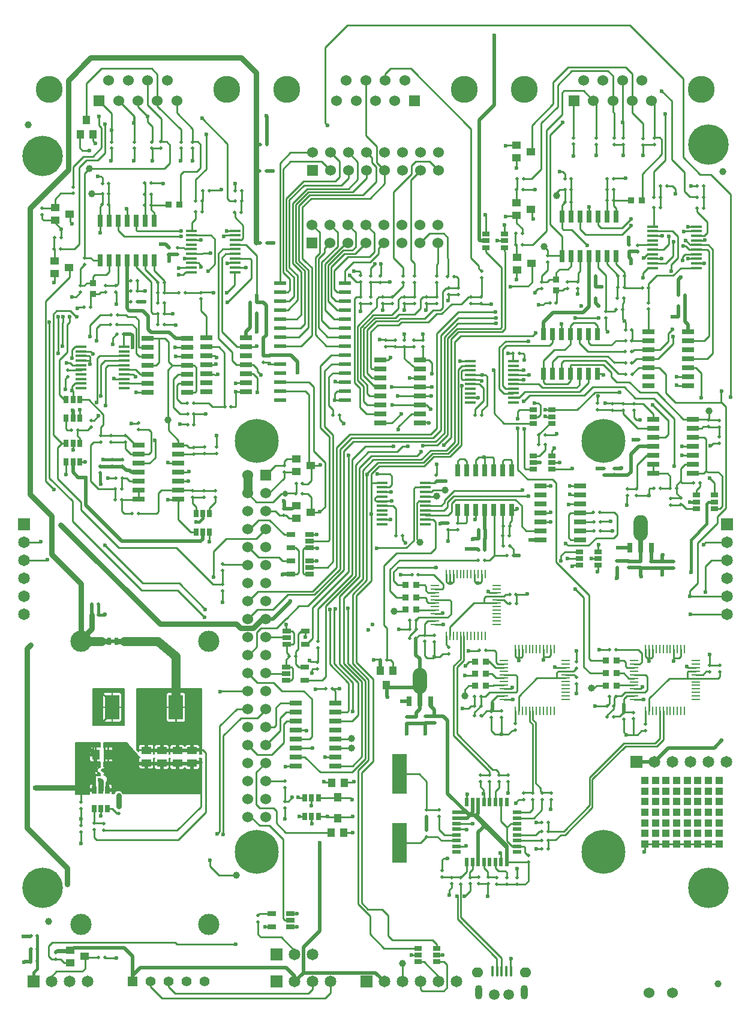
<source format=gtl>
G04 #@! TF.FileFunction,Copper,L1,Top,Signal*
%FSLAX46Y46*%
G04 Gerber Fmt 4.6, Leading zero omitted, Abs format (unit mm)*
G04 Created by KiCad (PCBNEW 4.0.6) date Sunday, November 05, 2017 'PMt' 08:57:24 PM*
%MOMM*%
%LPD*%
G01*
G04 APERTURE LIST*
%ADD10C,0.100000*%
%ADD11C,0.250000*%
%ADD12C,0.500000*%
%ADD13R,0.889000X0.889000*%
%ADD14R,1.397000X1.016000*%
%ADD15R,1.016000X1.397000*%
%ADD16R,1.000000X1.000000*%
%ADD17R,1.200000X0.600000*%
%ADD18R,0.600000X1.200000*%
%ADD19R,1.750060X0.650240*%
%ADD20R,0.650240X1.750060*%
%ADD21R,1.524000X1.524000*%
%ADD22C,1.524000*%
%ADD23C,1.000760*%
%ADD24C,5.699760*%
%ADD25R,1.750060X0.551180*%
%ADD26C,3.000000*%
%ADD27R,2.000000X3.500000*%
%ADD28R,1.300000X0.250000*%
%ADD29R,0.250000X1.300000*%
%ADD30C,3.810000*%
%ADD31R,1.397000X1.397000*%
%ADD32C,1.397000*%
%ADD33C,6.200000*%
%ADD34C,0.497840*%
%ADD35R,1.143000X1.016000*%
%ADD36R,1.016000X1.143000*%
%ADD37R,1.198880X0.688340*%
%ADD38R,1.651000X1.651000*%
%ADD39C,1.651000*%
%ADD40O,0.381000X1.524000*%
%ADD41O,1.597660X1.397000*%
%ADD42O,1.016000X2.032000*%
%ADD43C,1.498600*%
%ADD44R,0.500000X1.000000*%
%ADD45R,1.498600X0.347980*%
%ADD46R,0.688340X0.998220*%
%ADD47O,2.032000X3.649980*%
%ADD48R,0.797560X1.399540*%
%ADD49R,0.797560X1.899920*%
%ADD50R,0.998220X0.688340*%
%ADD51R,2.100580X5.600700*%
%ADD52C,0.600000*%
%ADD53C,0.508000*%
%ADD54C,0.381000*%
%ADD55C,0.254000*%
%ADD56C,0.762000*%
%ADD57C,1.270000*%
%ADD58C,0.203200*%
G04 APERTURE END LIST*
D10*
D11*
X145950000Y-146990000D02*
X156450000Y-146990000D01*
D12*
X70350000Y-118340000D02*
X71350000Y-118340000D01*
D13*
X113692000Y-113870000D03*
X112168000Y-113870000D03*
X113692000Y-112140000D03*
X112168000Y-112140000D03*
X113692000Y-110440000D03*
X112168000Y-110440000D03*
X122038000Y-122930000D03*
X123562000Y-122930000D03*
X122038000Y-121210000D03*
X123562000Y-121210000D03*
X122028000Y-124630000D03*
X123552000Y-124630000D03*
X140468000Y-121030000D03*
X141992000Y-121030000D03*
X140468000Y-122820000D03*
X141992000Y-122820000D03*
X141982000Y-124590000D03*
X140458000Y-124590000D03*
D14*
X82075000Y-135579000D03*
X82075000Y-133801000D03*
X79975000Y-135579000D03*
X79975000Y-133801000D03*
X77775000Y-133801000D03*
X77775000Y-135579000D03*
X75600000Y-133751000D03*
X75600000Y-135529000D03*
D13*
X133470000Y-68822000D03*
X133470000Y-67298000D03*
X143988000Y-56140000D03*
X145512000Y-56140000D03*
D15*
X68461000Y-134340000D03*
X70239000Y-134340000D03*
D13*
X68050000Y-69302000D03*
X68050000Y-67778000D03*
X78738000Y-56690000D03*
X80262000Y-56690000D03*
D16*
X147450000Y-143990000D03*
X147450000Y-145490000D03*
X147450000Y-146990000D03*
X145950000Y-146990000D03*
X145950000Y-145490000D03*
X145950000Y-143990000D03*
X145950000Y-139490000D03*
X145950000Y-140990000D03*
X145950000Y-142490000D03*
X147450000Y-142490000D03*
X147450000Y-140990000D03*
X147450000Y-139490000D03*
X147450000Y-137990000D03*
X145950000Y-137990000D03*
X148950000Y-137990000D03*
X150450000Y-137990000D03*
X151950000Y-137990000D03*
X151950000Y-139490000D03*
X151950000Y-140990000D03*
X151950000Y-142490000D03*
X150450000Y-139490000D03*
X150450000Y-140990000D03*
X150450000Y-142490000D03*
X148950000Y-142490000D03*
X148950000Y-140990000D03*
X148950000Y-139490000D03*
X148950000Y-143990000D03*
X148950000Y-145490000D03*
X148950000Y-146990000D03*
X150450000Y-146990000D03*
X150450000Y-145490000D03*
X150450000Y-143990000D03*
X151950000Y-146990000D03*
X151950000Y-145490000D03*
X151950000Y-143990000D03*
X156450000Y-143990000D03*
X156450000Y-145490000D03*
X156450000Y-146990000D03*
X154950000Y-143990000D03*
X154950000Y-145490000D03*
X154950000Y-146990000D03*
X153450000Y-146990000D03*
X153450000Y-145490000D03*
X153450000Y-143990000D03*
X153450000Y-139490000D03*
X153450000Y-140990000D03*
X153450000Y-142490000D03*
X154950000Y-142490000D03*
X154950000Y-140990000D03*
X154950000Y-139490000D03*
X156450000Y-142490000D03*
X156450000Y-140990000D03*
X156450000Y-139490000D03*
X156450000Y-137990000D03*
X154950000Y-137990000D03*
X153450000Y-137990000D03*
D17*
X119405100Y-148095927D03*
X119405100Y-147295927D03*
X119405100Y-146495927D03*
X119405100Y-145695927D03*
X119405100Y-144895927D03*
X119405100Y-144095927D03*
X119405100Y-143295927D03*
X119405100Y-142495927D03*
D18*
X120855100Y-141045927D03*
X121655100Y-141045927D03*
X122455100Y-141045927D03*
X123255100Y-141045927D03*
X124055100Y-141045927D03*
X124855100Y-141045927D03*
X125655100Y-141045927D03*
X126455100Y-141045927D03*
D17*
X127905100Y-142495927D03*
X127905100Y-143295927D03*
X127905100Y-144095927D03*
X127905100Y-144895927D03*
X127905100Y-145695927D03*
X127905100Y-146495927D03*
X127905100Y-147295927D03*
X127905100Y-148095927D03*
D18*
X126455100Y-149545927D03*
X125655100Y-149545927D03*
X124855100Y-149545927D03*
X124055100Y-149545927D03*
X123255100Y-149545927D03*
X122455100Y-149545927D03*
X121655100Y-149545927D03*
X120855100Y-149545927D03*
D19*
X147156000Y-87030000D03*
X147156000Y-88300000D03*
X147156000Y-89570000D03*
X147156000Y-90840000D03*
X147156000Y-92110000D03*
X147156000Y-93380000D03*
X147156000Y-94650000D03*
X152749080Y-94650000D03*
X152749080Y-93380000D03*
X152749080Y-92110000D03*
X152749080Y-90840000D03*
X152749080Y-89570000D03*
X152749080Y-88300000D03*
X152749080Y-87030000D03*
D20*
X134260000Y-64016000D03*
X135530000Y-64016000D03*
X136800000Y-64016000D03*
X138070000Y-64016000D03*
X139340000Y-64016000D03*
X140610000Y-64016000D03*
X141880000Y-64016000D03*
X141880000Y-58422920D03*
X140610000Y-58422920D03*
X139340000Y-58422920D03*
X138070000Y-58422920D03*
X136800000Y-58422920D03*
X135530000Y-58422920D03*
X134260000Y-58422920D03*
X131640000Y-80634000D03*
X132910000Y-80634000D03*
X134180000Y-80634000D03*
X135450000Y-80634000D03*
X136720000Y-80634000D03*
X137990000Y-80634000D03*
X139260000Y-80634000D03*
X139260000Y-75040920D03*
X137990000Y-75040920D03*
X136720000Y-75040920D03*
X135450000Y-75040920D03*
X134180000Y-75040920D03*
X132910000Y-75040920D03*
X131640000Y-75040920D03*
D21*
X99060000Y-51910000D03*
D22*
X99060000Y-49370000D03*
X101600000Y-51910000D03*
X101600000Y-49370000D03*
X104140000Y-51910000D03*
X104140000Y-49370000D03*
X106680000Y-51910000D03*
X106680000Y-49370000D03*
X109220000Y-51910000D03*
X109220000Y-49370000D03*
X111760000Y-51910000D03*
X111760000Y-49370000D03*
X114300000Y-51910000D03*
X114300000Y-49370000D03*
X116840000Y-51910000D03*
X116840000Y-49370000D03*
D23*
X131750000Y-62640000D03*
D19*
X146452000Y-74684000D03*
X146452000Y-75954000D03*
X146452000Y-77224000D03*
X146452000Y-78494000D03*
X146452000Y-79764000D03*
X146452000Y-81034000D03*
X146452000Y-82304000D03*
X152045080Y-82304000D03*
X152045080Y-81034000D03*
X152045080Y-79764000D03*
X152045080Y-78494000D03*
X152045080Y-77224000D03*
X152045080Y-75954000D03*
X152045080Y-74684000D03*
D23*
X67524000Y-51662000D03*
D19*
X74490000Y-90676000D03*
X74490000Y-91946000D03*
X74490000Y-93216000D03*
X74490000Y-94486000D03*
X74490000Y-95756000D03*
X74490000Y-97026000D03*
X74490000Y-98296000D03*
X80083080Y-98296000D03*
X80083080Y-97026000D03*
X80083080Y-95756000D03*
X80083080Y-94486000D03*
X80083080Y-93216000D03*
X80083080Y-91946000D03*
X80083080Y-90676000D03*
X75756000Y-75630000D03*
X75756000Y-76900000D03*
X75756000Y-78170000D03*
X75756000Y-79440000D03*
X75756000Y-80710000D03*
X75756000Y-81980000D03*
X75756000Y-83250000D03*
X81349080Y-83250000D03*
X81349080Y-81980000D03*
X81349080Y-80710000D03*
X81349080Y-79440000D03*
X81349080Y-78170000D03*
X81349080Y-76900000D03*
X81349080Y-75630000D03*
D20*
X69048000Y-64616000D03*
X70318000Y-64616000D03*
X71588000Y-64616000D03*
X72858000Y-64616000D03*
X74128000Y-64616000D03*
X75398000Y-64616000D03*
X76668000Y-64616000D03*
X76668000Y-59022920D03*
X75398000Y-59022920D03*
X74128000Y-59022920D03*
X72858000Y-59022920D03*
X71588000Y-59022920D03*
X70318000Y-59022920D03*
X69048000Y-59022920D03*
D19*
X84056000Y-75530000D03*
X84056000Y-76800000D03*
X84056000Y-78070000D03*
X84056000Y-79340000D03*
X84056000Y-80610000D03*
X84056000Y-81880000D03*
X84056000Y-83150000D03*
X89649080Y-83150000D03*
X89649080Y-81880000D03*
X89649080Y-80610000D03*
X89649080Y-79340000D03*
X89649080Y-78070000D03*
X89649080Y-76800000D03*
X89649080Y-75530000D03*
D24*
X60960000Y-49880000D03*
X154940000Y-48260000D03*
X154953000Y-153162000D03*
X60960000Y-153162000D03*
D23*
X88275000Y-151390000D03*
X104600000Y-133415000D03*
D19*
X96650920Y-127045000D03*
X96650920Y-128315000D03*
X96650920Y-129585000D03*
X96650920Y-130855000D03*
X96650920Y-132125000D03*
X96650920Y-133395000D03*
X96650920Y-134665000D03*
X96650920Y-135935000D03*
X102249080Y-135935000D03*
X102249080Y-134665000D03*
X102249080Y-133395000D03*
X102249080Y-132125000D03*
X102249080Y-130855000D03*
X102249080Y-129585000D03*
X102249080Y-128315000D03*
X102249080Y-127045000D03*
D25*
X103649940Y-83025000D03*
X103649940Y-81755000D03*
X103649940Y-80485000D03*
X103649940Y-79215000D03*
X103649940Y-77945000D03*
X103649940Y-72865000D03*
X103649940Y-71595000D03*
X103649940Y-70325000D03*
X103649940Y-69055000D03*
X103649940Y-67785000D03*
X94450060Y-67785000D03*
X94450060Y-69055000D03*
X94450060Y-70325000D03*
X94450060Y-71595000D03*
X94450060Y-72865000D03*
X94450060Y-77945000D03*
X94450060Y-79215000D03*
X94450060Y-80485000D03*
X94450060Y-81755000D03*
X94450060Y-83025000D03*
X94450060Y-84295000D03*
X94450060Y-74135000D03*
X94450060Y-75405000D03*
X94450060Y-76675000D03*
X103649940Y-74135000D03*
X103649940Y-75405000D03*
X103649940Y-76675000D03*
X103649940Y-84295000D03*
D19*
X108650920Y-78645000D03*
X108650920Y-79915000D03*
X108650920Y-81185000D03*
X108650920Y-82455000D03*
X108650920Y-83725000D03*
X108650920Y-84995000D03*
X108650920Y-86265000D03*
X108650920Y-87535000D03*
X114249080Y-87535000D03*
X114249080Y-86265000D03*
X114249080Y-84995000D03*
X114249080Y-83725000D03*
X114249080Y-82455000D03*
X114249080Y-81185000D03*
X114249080Y-79915000D03*
X114249080Y-78645000D03*
D26*
X66375000Y-118340000D03*
X66375000Y-158340000D03*
X84375000Y-118340000D03*
X84375000Y-158340000D03*
D21*
X98960000Y-62110000D03*
D22*
X98960000Y-59570000D03*
X101500000Y-62110000D03*
X101500000Y-59570000D03*
X104040000Y-62110000D03*
X104040000Y-59570000D03*
X106580000Y-62110000D03*
X106580000Y-59570000D03*
X109120000Y-62110000D03*
X109120000Y-59570000D03*
X111660000Y-62110000D03*
X111660000Y-59570000D03*
X114200000Y-62110000D03*
X114200000Y-59570000D03*
X116740000Y-62110000D03*
X116740000Y-59570000D03*
D27*
X79775000Y-127690000D03*
X70775000Y-127690000D03*
D28*
X134775000Y-126565000D03*
X134775000Y-126065000D03*
X134775000Y-125565000D03*
X134775000Y-125065000D03*
X134775000Y-124565000D03*
X134775000Y-124065000D03*
X134775000Y-123565000D03*
X134775000Y-123065000D03*
X134775000Y-122565000D03*
X134775000Y-122065000D03*
X134775000Y-121565000D03*
X134775000Y-121065000D03*
D29*
X133175000Y-119465000D03*
X132675000Y-119465000D03*
X132175000Y-119465000D03*
X131675000Y-119465000D03*
X131175000Y-119465000D03*
X130675000Y-119465000D03*
X130175000Y-119465000D03*
X129675000Y-119465000D03*
X129175000Y-119465000D03*
X128675000Y-119465000D03*
X128175000Y-119465000D03*
X127675000Y-119465000D03*
D28*
X126075000Y-121065000D03*
X126075000Y-121565000D03*
X126075000Y-122065000D03*
X126075000Y-122565000D03*
X126075000Y-123065000D03*
X126075000Y-123565000D03*
X126075000Y-124065000D03*
X126075000Y-124565000D03*
X126075000Y-125065000D03*
X126075000Y-125565000D03*
X126075000Y-126065000D03*
X126075000Y-126565000D03*
D29*
X127675000Y-128165000D03*
X128175000Y-128165000D03*
X128675000Y-128165000D03*
X129175000Y-128165000D03*
X129675000Y-128165000D03*
X130175000Y-128165000D03*
X130675000Y-128165000D03*
X131175000Y-128165000D03*
X131675000Y-128165000D03*
X132175000Y-128165000D03*
X132675000Y-128165000D03*
X133175000Y-128165000D03*
X151562500Y-128177500D03*
X151062500Y-128177500D03*
X150562500Y-128177500D03*
X150062500Y-128177500D03*
X149562500Y-128177500D03*
X149062500Y-128177500D03*
X148562500Y-128177500D03*
X148062500Y-128177500D03*
X147562500Y-128177500D03*
X147062500Y-128177500D03*
X146562500Y-128177500D03*
X146062500Y-128177500D03*
D28*
X144462500Y-126577500D03*
X144462500Y-126077500D03*
X144462500Y-125577500D03*
X144462500Y-125077500D03*
X144462500Y-124577500D03*
X144462500Y-124077500D03*
X144462500Y-123577500D03*
X144462500Y-123077500D03*
X144462500Y-122577500D03*
X144462500Y-122077500D03*
X144462500Y-121577500D03*
X144462500Y-121077500D03*
D29*
X146062500Y-119477500D03*
X146562500Y-119477500D03*
X147062500Y-119477500D03*
X147562500Y-119477500D03*
X148062500Y-119477500D03*
X148562500Y-119477500D03*
X149062500Y-119477500D03*
X149562500Y-119477500D03*
X150062500Y-119477500D03*
X150562500Y-119477500D03*
X151062500Y-119477500D03*
X151562500Y-119477500D03*
D28*
X153162500Y-121077500D03*
X153162500Y-121577500D03*
X153162500Y-122077500D03*
X153162500Y-122577500D03*
X153162500Y-123077500D03*
X153162500Y-123577500D03*
X153162500Y-124077500D03*
X153162500Y-124577500D03*
X153162500Y-125077500D03*
X153162500Y-125577500D03*
X153162500Y-126077500D03*
X153162500Y-126577500D03*
D23*
X120525000Y-126065000D03*
X138437500Y-125002500D03*
D22*
X78532000Y-39220000D03*
X75792000Y-39220000D03*
X73052000Y-39220000D03*
X70312000Y-39220000D03*
X79902000Y-42060000D03*
X77162000Y-42060000D03*
X74422000Y-42060000D03*
X71682000Y-42060000D03*
D21*
X68942000Y-42060000D03*
D30*
X61927000Y-40490000D03*
X86917000Y-40490000D03*
X153945000Y-40490000D03*
X128955000Y-40490000D03*
D21*
X135970000Y-42060000D03*
D22*
X138710000Y-42060000D03*
X141450000Y-42060000D03*
X144190000Y-42060000D03*
X146930000Y-42060000D03*
X137340000Y-39220000D03*
X140080000Y-39220000D03*
X142820000Y-39220000D03*
X145560000Y-39220000D03*
D23*
X104525000Y-132090000D03*
D30*
X120445000Y-40490000D03*
X95455000Y-40490000D03*
D22*
X102470000Y-42060000D03*
X105210000Y-42060000D03*
X107950000Y-42060000D03*
X110690000Y-42060000D03*
D21*
X113430000Y-42060000D03*
D22*
X103840000Y-39220000D03*
X106580000Y-39220000D03*
X109320000Y-39220000D03*
X112060000Y-39220000D03*
D31*
X73660000Y-166370000D03*
D32*
X76200000Y-166370000D03*
X78740000Y-166370000D03*
X81280000Y-166370000D03*
X83820000Y-166370000D03*
D23*
X114250000Y-104390000D03*
X116600000Y-97890000D03*
X117750000Y-97065000D03*
X111775000Y-163790000D03*
X110537500Y-114102500D03*
D20*
X119565000Y-99809000D03*
X120835000Y-99809000D03*
X122105000Y-99809000D03*
X123375000Y-99809000D03*
X124645000Y-99809000D03*
X125915000Y-99809000D03*
X127185000Y-99809000D03*
X127185000Y-94215920D03*
X125915000Y-94215920D03*
X124645000Y-94215920D03*
X123375000Y-94215920D03*
X122105000Y-94215920D03*
X120835000Y-94215920D03*
X119565000Y-94215920D03*
D19*
X131225920Y-104025000D03*
X131225920Y-102755000D03*
X131225920Y-101485000D03*
X131225920Y-100215000D03*
X131225920Y-98945000D03*
X131225920Y-97675000D03*
X131225920Y-96405000D03*
X136819000Y-96405000D03*
X136819000Y-97675000D03*
X136819000Y-98945000D03*
X136819000Y-100215000D03*
X136819000Y-101485000D03*
X136819000Y-102755000D03*
X136819000Y-104025000D03*
D28*
X125037500Y-115977500D03*
X125037500Y-115477500D03*
X125037500Y-114977500D03*
X125037500Y-114477500D03*
X125037500Y-113977500D03*
X125037500Y-113477500D03*
X125037500Y-112977500D03*
X125037500Y-112477500D03*
X125037500Y-111977500D03*
X125037500Y-111477500D03*
X125037500Y-110977500D03*
X125037500Y-110477500D03*
D29*
X123437500Y-108877500D03*
X122937500Y-108877500D03*
X122437500Y-108877500D03*
X121937500Y-108877500D03*
X121437500Y-108877500D03*
X120937500Y-108877500D03*
X120437500Y-108877500D03*
X119937500Y-108877500D03*
X119437500Y-108877500D03*
X118937500Y-108877500D03*
X118437500Y-108877500D03*
X117937500Y-108877500D03*
D28*
X116337500Y-110477500D03*
X116337500Y-110977500D03*
X116337500Y-111477500D03*
X116337500Y-111977500D03*
X116337500Y-112477500D03*
X116337500Y-112977500D03*
X116337500Y-113477500D03*
X116337500Y-113977500D03*
X116337500Y-114477500D03*
X116337500Y-114977500D03*
X116337500Y-115477500D03*
X116337500Y-115977500D03*
D29*
X117937500Y-117577500D03*
X118437500Y-117577500D03*
X118937500Y-117577500D03*
X119437500Y-117577500D03*
X119937500Y-117577500D03*
X120437500Y-117577500D03*
X120937500Y-117577500D03*
X121437500Y-117577500D03*
X121937500Y-117577500D03*
X122437500Y-117577500D03*
X122937500Y-117577500D03*
X123437500Y-117577500D03*
D21*
X92420000Y-94910000D03*
D22*
X89880000Y-94910000D03*
X92420000Y-107610000D03*
X89880000Y-97450000D03*
X92420000Y-110150000D03*
X89880000Y-99990000D03*
X92420000Y-112690000D03*
X89880000Y-102530000D03*
X92420000Y-115230000D03*
X89880000Y-105070000D03*
X92420000Y-117770000D03*
X89880000Y-107610000D03*
X92420000Y-120310000D03*
X89880000Y-110150000D03*
X92420000Y-122850000D03*
X89880000Y-112690000D03*
X92420000Y-125390000D03*
X89880000Y-115230000D03*
X92420000Y-127930000D03*
X89880000Y-117770000D03*
X92420000Y-130470000D03*
X89880000Y-120310000D03*
X92420000Y-133010000D03*
X89880000Y-122850000D03*
X89880000Y-125390000D03*
X92420000Y-135550000D03*
X89880000Y-127930000D03*
X89880000Y-133010000D03*
X89880000Y-135550000D03*
X89880000Y-138090000D03*
X89880000Y-140630000D03*
X92420000Y-138090000D03*
X92420000Y-140630000D03*
X92420000Y-97450000D03*
X92420000Y-99990000D03*
X92420000Y-102530000D03*
X92420000Y-105070000D03*
X92420000Y-143170000D03*
X89880000Y-143170000D03*
X89880000Y-130470000D03*
D33*
X91150000Y-90040000D03*
X91150000Y-148040000D03*
X140150000Y-90040000D03*
X140150000Y-148040000D03*
D23*
X58950000Y-45490000D03*
X156975000Y-52090000D03*
X61850000Y-157940000D03*
X156275000Y-166665000D03*
D22*
X146550000Y-167940000D03*
X149850000Y-167940000D03*
D34*
X116540000Y-95822280D03*
X116540000Y-94897720D03*
X125957720Y-102090000D03*
X126882280Y-102090000D03*
X123402280Y-103920000D03*
X122477720Y-103920000D03*
X122497720Y-102580000D03*
X123422280Y-102580000D03*
X60237280Y-161790000D03*
X59312720Y-161790000D03*
X59287720Y-163515000D03*
X60212280Y-163515000D03*
X96712280Y-120460000D03*
X95787720Y-120460000D03*
X101882280Y-125090000D03*
X100957720Y-125090000D03*
X89062280Y-56190000D03*
X88137720Y-56190000D03*
X72362280Y-74990000D03*
X71437720Y-74990000D03*
X70262280Y-56740000D03*
X69337720Y-56740000D03*
X70800000Y-93652280D03*
X70800000Y-92727720D03*
X72225000Y-93652280D03*
X72225000Y-92727720D03*
X82587720Y-56240000D03*
X83512280Y-56240000D03*
X90237720Y-73540000D03*
X91162280Y-73540000D03*
X90237720Y-72040000D03*
X91162280Y-72040000D03*
X69175000Y-89327720D03*
X69175000Y-90252280D03*
X71212720Y-96865000D03*
X72137280Y-96865000D03*
X83850000Y-91877280D03*
X83850000Y-90952720D03*
X82125000Y-97127720D03*
X82125000Y-98052280D03*
X70625000Y-89327720D03*
X70625000Y-90252280D03*
X78800000Y-62827720D03*
X78800000Y-63752280D03*
X76312280Y-55290000D03*
X75387720Y-55290000D03*
X78112280Y-69190000D03*
X77187720Y-69190000D03*
X74362280Y-67440000D03*
X73437720Y-67440000D03*
X73437720Y-68890000D03*
X74362280Y-68890000D03*
X86325000Y-111227280D03*
X86325000Y-110302720D03*
X71300000Y-68127720D03*
X71300000Y-69052280D03*
X82150000Y-48802280D03*
X82150000Y-47877720D03*
X80500000Y-47877720D03*
X80500000Y-48802280D03*
X76400000Y-48802280D03*
X76400000Y-47877720D03*
X73900000Y-48802280D03*
X73900000Y-47877720D03*
X70700000Y-48802280D03*
X70700000Y-47877720D03*
X77650000Y-47827720D03*
X77650000Y-48752280D03*
X114650000Y-76802280D03*
X114650000Y-75877720D03*
X109400000Y-75827720D03*
X109400000Y-76752280D03*
X110750000Y-75827720D03*
X110750000Y-76752280D03*
X105800000Y-66727720D03*
X105800000Y-67652280D03*
X108650000Y-67702280D03*
X108650000Y-66777720D03*
X67912720Y-114615000D03*
X68837280Y-114615000D03*
X68837280Y-113090000D03*
X67912720Y-113090000D03*
X146920000Y-108022280D03*
X146920000Y-107097720D03*
X148460000Y-107097720D03*
X148460000Y-108022280D03*
X145410000Y-107077720D03*
X145410000Y-108002280D03*
X143640000Y-107982280D03*
X143640000Y-107057720D03*
X122850000Y-70702280D03*
X122850000Y-69777720D03*
X119650000Y-68527720D03*
X119650000Y-69452280D03*
X116550000Y-69777720D03*
X116550000Y-70702280D03*
X113450000Y-70702280D03*
X113450000Y-69777720D03*
X110350000Y-69777720D03*
X110350000Y-70702280D03*
X69387280Y-136590000D03*
X68462720Y-136590000D03*
X71675000Y-142652280D03*
X71675000Y-141727720D03*
X92150000Y-78077720D03*
X92150000Y-79002280D03*
X154232280Y-55690000D03*
X153307720Y-55690000D03*
X127337720Y-77690000D03*
X128262280Y-77690000D03*
X134665720Y-56388000D03*
X135590280Y-56388000D03*
X141650000Y-93937720D03*
X141650000Y-94862280D03*
X145140000Y-90862280D03*
X145140000Y-89937720D03*
X148182280Y-55700000D03*
X147257720Y-55700000D03*
X151632280Y-72450000D03*
X150707720Y-72450000D03*
X150737720Y-71040000D03*
X151662280Y-71040000D03*
X144480000Y-84797720D03*
X144480000Y-85722280D03*
X144750000Y-97782280D03*
X144750000Y-96857720D03*
X156450000Y-88112280D03*
X156450000Y-87187720D03*
X151040000Y-98107720D03*
X151040000Y-99032280D03*
X141420000Y-85742280D03*
X141420000Y-84817720D03*
X143740000Y-63362280D03*
X143740000Y-62437720D03*
X141542280Y-54600000D03*
X140617720Y-54600000D03*
X143072280Y-68390000D03*
X142147720Y-68390000D03*
X139032280Y-66810000D03*
X138107720Y-66810000D03*
X138117720Y-68350000D03*
X139042280Y-68350000D03*
X95170000Y-141862280D03*
X95170000Y-140937720D03*
X136500000Y-68552280D03*
X136500000Y-67627720D03*
X147340000Y-47367720D03*
X147340000Y-48292280D03*
X145690000Y-47387720D03*
X145690000Y-48312280D03*
X141630000Y-48272280D03*
X141630000Y-47347720D03*
X139070000Y-47327720D03*
X139070000Y-48252280D03*
X135920000Y-47287720D03*
X135920000Y-48212280D03*
X142890000Y-47327720D03*
X142890000Y-48252280D03*
X125750000Y-129122280D03*
X125750000Y-128197720D03*
X124300000Y-128227720D03*
X124300000Y-129152280D03*
X144370000Y-128397720D03*
X144370000Y-129322280D03*
X142970000Y-128427720D03*
X142970000Y-129352280D03*
X122812280Y-127520000D03*
X121887720Y-127520000D03*
X121927720Y-126170000D03*
X122852280Y-126170000D03*
X140637720Y-127510000D03*
X141562280Y-127510000D03*
X140937720Y-126130000D03*
X141862280Y-126130000D03*
X122577720Y-119660000D03*
X123502280Y-119660000D03*
X141882280Y-119520000D03*
X140957720Y-119520000D03*
X127710000Y-129997720D03*
X127710000Y-130922280D03*
X136330000Y-123457720D03*
X136330000Y-124382280D03*
X136320000Y-122152280D03*
X136320000Y-121227720D03*
X146060000Y-131002280D03*
X146060000Y-130077720D03*
X155130000Y-121717720D03*
X155130000Y-122642280D03*
X156560000Y-122672280D03*
X156560000Y-121747720D03*
X127960000Y-152662280D03*
X127960000Y-151737720D03*
X123830000Y-151657720D03*
X123830000Y-152582280D03*
X118690000Y-151677720D03*
X118690000Y-152602280D03*
X122490000Y-152582280D03*
X122490000Y-151657720D03*
X115170000Y-145952280D03*
X115170000Y-145027720D03*
X115150000Y-142147720D03*
X115150000Y-143072280D03*
X113630000Y-129972280D03*
X113630000Y-129047720D03*
X112380000Y-129027720D03*
X112380000Y-129952280D03*
X114970000Y-129892280D03*
X114970000Y-128967720D03*
X116310000Y-128967720D03*
X116310000Y-129892280D03*
X118300000Y-119217720D03*
X118300000Y-120142280D03*
X113682280Y-116640000D03*
X112757720Y-116640000D03*
X127822280Y-113000000D03*
X126897720Y-113000000D03*
X112747720Y-115390000D03*
X113672280Y-115390000D03*
X126877720Y-111740000D03*
X127802280Y-111740000D03*
X113077720Y-108960000D03*
X114002280Y-108960000D03*
X114910000Y-117477720D03*
X114910000Y-118402280D03*
X116290000Y-118422280D03*
X116290000Y-117497720D03*
D35*
X98766000Y-100140000D03*
X96734000Y-101029000D03*
X96734000Y-99251000D03*
D36*
X101691000Y-145336000D03*
X103469000Y-145336000D03*
X102580000Y-143304000D03*
D35*
X98776000Y-93530000D03*
X96744000Y-94419000D03*
X96744000Y-92641000D03*
X64834000Y-161931000D03*
X64834000Y-163709000D03*
X66866000Y-162820000D03*
D36*
X103519000Y-138324000D03*
X101741000Y-138324000D03*
X102630000Y-140356000D03*
X67150000Y-44774000D03*
X68039000Y-46806000D03*
X66261000Y-46806000D03*
D35*
X64666000Y-65590000D03*
X62634000Y-66479000D03*
X62634000Y-64701000D03*
X62734000Y-57151000D03*
X62734000Y-58929000D03*
X64766000Y-58040000D03*
X129846000Y-49240000D03*
X127814000Y-50129000D03*
X127814000Y-48351000D03*
X127914000Y-64141000D03*
X127914000Y-65919000D03*
X129946000Y-65030000D03*
X129876000Y-57360000D03*
X127844000Y-58249000D03*
X127844000Y-56471000D03*
D36*
X110389000Y-122534000D03*
X108611000Y-122534000D03*
X109500000Y-124566000D03*
D34*
X111772280Y-103480000D03*
X110847720Y-103480000D03*
X126487720Y-106250000D03*
X127412280Y-106250000D03*
X122437720Y-106940000D03*
X123362280Y-106940000D03*
X95020000Y-99677720D03*
X95020000Y-100602280D03*
X97622280Y-97520000D03*
X96697720Y-97520000D03*
X139632280Y-100170000D03*
X138707720Y-100170000D03*
X139692280Y-102780000D03*
X138767720Y-102780000D03*
X125907720Y-103450000D03*
X126832280Y-103450000D03*
X126882280Y-104870000D03*
X125957720Y-104870000D03*
X95060000Y-93557720D03*
X95060000Y-94482280D03*
X97662280Y-96130000D03*
X96737720Y-96130000D03*
X62800000Y-163227280D03*
X62800000Y-162302720D03*
X69742280Y-163010000D03*
X68817720Y-163010000D03*
X138747720Y-101480000D03*
X139672280Y-101480000D03*
X123402280Y-105460000D03*
X122477720Y-105460000D03*
X119560000Y-101677720D03*
X119560000Y-102602280D03*
X118230000Y-102602280D03*
X118230000Y-101677720D03*
X60237280Y-159965000D03*
X59312720Y-159965000D03*
X99820000Y-118397720D03*
X99820000Y-119322280D03*
X99750000Y-122252280D03*
X99750000Y-121327720D03*
X81412720Y-87765000D03*
X82337280Y-87765000D03*
X91360000Y-157077720D03*
X91360000Y-158002280D03*
X89062280Y-54740000D03*
X88137720Y-54740000D03*
X88087720Y-57790000D03*
X89012280Y-57790000D03*
X67800000Y-87177720D03*
X67800000Y-88102280D03*
X65012720Y-88565000D03*
X65937280Y-88565000D03*
X70312280Y-55240000D03*
X69387720Y-55240000D03*
X69387720Y-53740000D03*
X70312280Y-53740000D03*
X69075000Y-93677720D03*
X69075000Y-94602280D03*
X86662720Y-85240000D03*
X87587280Y-85240000D03*
X78162280Y-72140000D03*
X77237720Y-72140000D03*
X83587720Y-54740000D03*
X84512280Y-54740000D03*
X90287720Y-70540000D03*
X91212280Y-70540000D03*
X81387720Y-84765000D03*
X82312280Y-84765000D03*
X82587720Y-57740000D03*
X83512280Y-57740000D03*
X71262720Y-95340000D03*
X72187280Y-95340000D03*
X82337280Y-86265000D03*
X81412720Y-86265000D03*
X74512280Y-100315000D03*
X73587720Y-100315000D03*
X72162280Y-98365000D03*
X71237720Y-98365000D03*
X85325000Y-97077720D03*
X85325000Y-98002280D03*
X71512280Y-72290000D03*
X70587720Y-72290000D03*
X83350000Y-70052280D03*
X83350000Y-69127720D03*
X82275000Y-91927280D03*
X82275000Y-91002720D03*
X85550000Y-90952720D03*
X85550000Y-91877280D03*
X83700000Y-98027280D03*
X83700000Y-97102720D03*
X72650000Y-90252280D03*
X72650000Y-89327720D03*
X74550000Y-87577720D03*
X74550000Y-88502280D03*
X71462280Y-73615000D03*
X70537720Y-73615000D03*
X64500000Y-81002280D03*
X64500000Y-80077720D03*
X76312280Y-56790000D03*
X75387720Y-56790000D03*
X75387720Y-53690000D03*
X76312280Y-53690000D03*
X77187720Y-73640000D03*
X78112280Y-73640000D03*
X81112280Y-69190000D03*
X80187720Y-69190000D03*
X78112280Y-67690000D03*
X77187720Y-67690000D03*
X77237720Y-70640000D03*
X78162280Y-70640000D03*
X73437720Y-70440000D03*
X74362280Y-70440000D03*
X86375000Y-107477720D03*
X86375000Y-108402280D03*
X67762280Y-71240000D03*
X66837720Y-71240000D03*
X69850000Y-69102280D03*
X69850000Y-68177720D03*
X65300000Y-54227720D03*
X65300000Y-55152280D03*
X63512280Y-62990000D03*
X62587720Y-62990000D03*
X66900000Y-65152280D03*
X66900000Y-64227720D03*
X63562280Y-61390000D03*
X62637720Y-61390000D03*
X60900000Y-57227720D03*
X60900000Y-58152280D03*
X66300000Y-69102280D03*
X66300000Y-68177720D03*
X80000000Y-62827720D03*
X80000000Y-63752280D03*
X102892280Y-86440000D03*
X101967720Y-86440000D03*
X150010000Y-108032280D03*
X150010000Y-107107720D03*
X112050000Y-75877720D03*
X112050000Y-76802280D03*
X113350000Y-76802280D03*
X113350000Y-75877720D03*
X122900000Y-67052280D03*
X122900000Y-66127720D03*
X118137720Y-66890000D03*
X119062280Y-66890000D03*
X116550000Y-66777720D03*
X116550000Y-67702280D03*
X113450000Y-66777720D03*
X113450000Y-67702280D03*
X111850000Y-67702280D03*
X111850000Y-66777720D03*
X121400000Y-69727720D03*
X121400000Y-70652280D03*
X118250000Y-69452280D03*
X118250000Y-68527720D03*
X115150000Y-69777720D03*
X115150000Y-70702280D03*
X112050000Y-70702280D03*
X112050000Y-69777720D03*
X108950000Y-69777720D03*
X108950000Y-70702280D03*
X107300000Y-66777720D03*
X107300000Y-67702280D03*
X105850000Y-70702280D03*
X105850000Y-69777720D03*
X107250000Y-70702280D03*
X107250000Y-69777720D03*
X142060000Y-107047720D03*
X142060000Y-107972280D03*
X66375000Y-141027720D03*
X66375000Y-141952280D03*
X66375000Y-145252280D03*
X66375000Y-144327720D03*
X68250000Y-144027720D03*
X68250000Y-144952280D03*
X69600000Y-145002280D03*
X69600000Y-144077720D03*
X91687720Y-62140000D03*
X92612280Y-62140000D03*
X91637720Y-51940000D03*
X92562280Y-51940000D03*
X92612280Y-48290000D03*
X91687720Y-48290000D03*
X154232280Y-54120000D03*
X153307720Y-54120000D03*
X153337720Y-57230000D03*
X154262280Y-57230000D03*
X131017720Y-89240000D03*
X131942280Y-89240000D03*
X130987720Y-90610000D03*
X131912280Y-90610000D03*
X134665720Y-54610000D03*
X135590280Y-54610000D03*
X135590280Y-53086000D03*
X134665720Y-53086000D03*
X140250000Y-93997720D03*
X140250000Y-94922280D03*
X144142280Y-74440000D03*
X143217720Y-74440000D03*
X141917720Y-71570000D03*
X142842280Y-71570000D03*
X148207720Y-54130000D03*
X149132280Y-54130000D03*
X151662280Y-69540000D03*
X150737720Y-69540000D03*
X143217720Y-75910000D03*
X144142280Y-75910000D03*
X147217720Y-57170000D03*
X148142280Y-57170000D03*
X143500000Y-97782280D03*
X143500000Y-96857720D03*
X144112280Y-77500000D03*
X143187720Y-77500000D03*
X150422280Y-96730000D03*
X149497720Y-96730000D03*
X148142280Y-96770000D03*
X147217720Y-96770000D03*
X153762280Y-95990000D03*
X152837720Y-95990000D03*
X144142280Y-79040000D03*
X143217720Y-79040000D03*
X146440000Y-71492280D03*
X146440000Y-70567720D03*
X154980000Y-88072280D03*
X154980000Y-87147720D03*
X156430000Y-90452280D03*
X156430000Y-89527720D03*
X149630000Y-98177720D03*
X149630000Y-99102280D03*
X142920000Y-84847720D03*
X142920000Y-85772280D03*
X139270000Y-85672280D03*
X139270000Y-84747720D03*
X144152280Y-80650000D03*
X143227720Y-80650000D03*
X122007720Y-86460000D03*
X122932280Y-86460000D03*
X140647720Y-56170000D03*
X141572280Y-56170000D03*
X141522280Y-53080000D03*
X140597720Y-53080000D03*
X140440000Y-71787720D03*
X140440000Y-72712280D03*
X145587720Y-68490000D03*
X146512280Y-68490000D03*
X143062280Y-66830000D03*
X142137720Y-66830000D03*
X142107720Y-69960000D03*
X143032280Y-69960000D03*
X138087720Y-69910000D03*
X139012280Y-69910000D03*
X95150000Y-138117720D03*
X95150000Y-139042280D03*
X133472280Y-70590000D03*
X132547720Y-70590000D03*
X135040000Y-68572280D03*
X135040000Y-67647720D03*
X127897720Y-53120000D03*
X128822280Y-53120000D03*
X128672280Y-62380000D03*
X127747720Y-62380000D03*
X132220000Y-64852280D03*
X132220000Y-63927720D03*
X128672280Y-60780000D03*
X127747720Y-60780000D03*
X128802280Y-54620000D03*
X127877720Y-54620000D03*
X131430000Y-68572280D03*
X131430000Y-67647720D03*
X144950000Y-63392280D03*
X144950000Y-62467720D03*
X125030000Y-151697720D03*
X125030000Y-152622280D03*
X117390000Y-151602280D03*
X117390000Y-150677720D03*
X131437720Y-145190000D03*
X132362280Y-145190000D03*
X119980000Y-151687720D03*
X119980000Y-152612280D03*
X132332280Y-146460000D03*
X131407720Y-146460000D03*
X121290000Y-152602280D03*
X121290000Y-151677720D03*
X130130000Y-140672280D03*
X130130000Y-139747720D03*
X131450000Y-139747720D03*
X131450000Y-140672280D03*
X131437720Y-143930000D03*
X132362280Y-143930000D03*
X132332280Y-147650000D03*
X131407720Y-147650000D03*
X128850000Y-140672280D03*
X128850000Y-139747720D03*
X132730000Y-139747720D03*
X132730000Y-140672280D03*
X129500000Y-148607720D03*
X129500000Y-149532280D03*
X116950000Y-142117720D03*
X116950000Y-143042280D03*
X121957720Y-128900000D03*
X122882280Y-128900000D03*
X141592280Y-129010000D03*
X140667720Y-129010000D03*
X126470000Y-151697720D03*
X126470000Y-152622280D03*
X109562280Y-121020000D03*
X108637720Y-121020000D03*
X124040000Y-137247720D03*
X124040000Y-138172280D03*
X125360000Y-137217720D03*
X125360000Y-138142280D03*
X122740000Y-137227720D03*
X122740000Y-138152280D03*
X126670000Y-137247720D03*
X126670000Y-138172280D03*
X112737720Y-117940000D03*
X113662280Y-117940000D03*
D37*
X95897940Y-158664960D03*
X95897940Y-157715000D03*
X95897940Y-156765040D03*
X93302060Y-156765040D03*
X93302060Y-158664960D03*
X97947940Y-121990040D03*
X97947940Y-123889960D03*
X95352060Y-123889960D03*
X95352060Y-122940000D03*
X95352060Y-121990040D03*
X96052060Y-105189960D03*
X96052060Y-103290040D03*
X98647940Y-103290040D03*
X98647940Y-104240000D03*
X98647940Y-105189960D03*
X98647940Y-108889960D03*
X98647940Y-107940000D03*
X98647940Y-106990040D03*
X96052060Y-106990040D03*
X96052060Y-108889960D03*
X95452060Y-116890040D03*
X95452060Y-117840000D03*
X95452060Y-118789960D03*
X98047940Y-118789960D03*
X98047940Y-116890040D03*
D38*
X58300000Y-101840000D03*
D39*
X58300000Y-104380000D03*
X58300000Y-106920000D03*
X58300000Y-109460000D03*
X58300000Y-112000000D03*
X58300000Y-114540000D03*
X157600000Y-114540000D03*
X157600000Y-112000000D03*
X157600000Y-109460000D03*
X157600000Y-106920000D03*
X157600000Y-104380000D03*
D38*
X157600000Y-101840000D03*
X93960000Y-162540000D03*
D39*
X96500000Y-162540000D03*
X99040000Y-162540000D03*
X67310000Y-166390000D03*
X64770000Y-166390000D03*
X62230000Y-166390000D03*
D38*
X59690000Y-166390000D03*
D39*
X157500000Y-135340000D03*
X154960000Y-135340000D03*
X152420000Y-135340000D03*
X149880000Y-135340000D03*
X147340000Y-135340000D03*
D38*
X144800000Y-135340000D03*
X106700000Y-166390000D03*
D39*
X109240000Y-166390000D03*
X111780000Y-166390000D03*
X114320000Y-166390000D03*
X116860000Y-166390000D03*
X119400000Y-166390000D03*
D38*
X93990000Y-166390000D03*
D39*
X96530000Y-166390000D03*
X99070000Y-166390000D03*
X101610000Y-166390000D03*
D40*
X124452060Y-164938920D03*
X125102300Y-164938920D03*
X125750000Y-164938920D03*
X126397700Y-164938920D03*
X127047940Y-164938920D03*
D41*
X122351480Y-165116720D03*
D42*
X122524200Y-167865000D03*
D43*
X124751780Y-168187580D03*
X126748220Y-168187580D03*
D42*
X128975800Y-167865000D03*
D41*
X129148520Y-165116720D03*
D44*
X71350000Y-118340000D03*
X70350000Y-118340000D03*
D45*
X108886760Y-95991460D03*
X108886760Y-96641700D03*
X108886760Y-97291940D03*
X108886760Y-97942180D03*
X108886760Y-98592420D03*
X108886760Y-99237580D03*
X108886760Y-99887820D03*
X108886760Y-100538060D03*
X108886760Y-101188300D03*
X108886760Y-101838540D03*
X115013240Y-101823300D03*
X115013240Y-101173060D03*
X115013240Y-100522820D03*
X115013240Y-99872580D03*
X115013240Y-99237580D03*
X115013240Y-98592420D03*
X115013240Y-97942180D03*
X115013240Y-97291940D03*
X115013240Y-96641700D03*
X115013240Y-95991460D03*
D46*
X97975040Y-143062940D03*
X98925000Y-143062940D03*
X99874960Y-143062940D03*
X99874960Y-140467060D03*
X98925000Y-140467060D03*
X97975040Y-140467060D03*
D45*
X88113240Y-66263540D03*
X88113240Y-65613300D03*
X88113240Y-64963060D03*
X88113240Y-64312820D03*
X88113240Y-63662580D03*
X88113240Y-63017420D03*
X88113240Y-62367180D03*
X88113240Y-61716940D03*
X88113240Y-61066700D03*
X88113240Y-60416460D03*
X81986760Y-60431700D03*
X81986760Y-61081940D03*
X81986760Y-61732180D03*
X81986760Y-62382420D03*
X81986760Y-63017420D03*
X81986760Y-63662580D03*
X81986760Y-64312820D03*
X81986760Y-64963060D03*
X81986760Y-65613300D03*
X81986760Y-66263540D03*
X153213240Y-65663540D03*
X153213240Y-65013300D03*
X153213240Y-64363060D03*
X153213240Y-63712820D03*
X153213240Y-63062580D03*
X153213240Y-62417420D03*
X153213240Y-61767180D03*
X153213240Y-61116940D03*
X153213240Y-60466700D03*
X153213240Y-59816460D03*
X147086760Y-59831700D03*
X147086760Y-60481940D03*
X147086760Y-61132180D03*
X147086760Y-61782420D03*
X147086760Y-62417420D03*
X147086760Y-63062580D03*
X147086760Y-63712820D03*
X147086760Y-64363060D03*
X147086760Y-65013300D03*
X147086760Y-65663540D03*
D46*
X66199960Y-86837940D03*
X65250000Y-86837940D03*
X64300040Y-86837940D03*
X64300040Y-84242060D03*
X65250000Y-84242060D03*
X66199960Y-84242060D03*
X66199960Y-90442060D03*
X65250000Y-90442060D03*
X64300040Y-90442060D03*
X64300040Y-93037940D03*
X65250000Y-93037940D03*
X66199960Y-93037940D03*
X84499960Y-100342060D03*
X83550000Y-100342060D03*
X82600040Y-100342060D03*
X82600040Y-102937940D03*
X83550000Y-102937940D03*
X84499960Y-102937940D03*
D45*
X72488240Y-76791460D03*
X72488240Y-77441700D03*
X72488240Y-78091940D03*
X72488240Y-78742180D03*
X72488240Y-79392420D03*
X72488240Y-80037580D03*
X72488240Y-80672580D03*
X72488240Y-81322820D03*
X72488240Y-81973060D03*
X72488240Y-82623300D03*
X66361760Y-82638540D03*
X66361760Y-81988300D03*
X66361760Y-81338060D03*
X66361760Y-80687820D03*
X66361760Y-80037580D03*
X66361760Y-79392420D03*
X66361760Y-78742180D03*
X66361760Y-78091940D03*
X66361760Y-77441700D03*
X66361760Y-76791460D03*
D47*
X145389000Y-102323200D03*
D48*
X146913000Y-105168000D03*
D49*
X145389000Y-104914000D03*
D48*
X143865000Y-105168000D03*
D46*
X70124960Y-141987940D03*
X69175000Y-141987940D03*
X68225040Y-141987940D03*
X68225040Y-139392060D03*
X69175000Y-139392060D03*
X70124960Y-139392060D03*
D50*
X123552060Y-62789960D03*
X123552060Y-61840000D03*
X123552060Y-60890040D03*
X126147940Y-60890040D03*
X126147940Y-61840000D03*
X126147940Y-62789960D03*
X114002060Y-161690040D03*
X114002060Y-162640000D03*
X114002060Y-163589960D03*
X116597940Y-163589960D03*
X116597940Y-162640000D03*
X116597940Y-161690040D03*
X130252060Y-94089960D03*
X130252060Y-93140000D03*
X130252060Y-92190040D03*
X132847940Y-92190040D03*
X132847940Y-93140000D03*
X132847940Y-94089960D03*
X132847940Y-87614960D03*
X132847940Y-86665000D03*
X132847940Y-85715040D03*
X130252060Y-85715040D03*
X130252060Y-86665000D03*
X130252060Y-87614960D03*
X155822940Y-97740040D03*
X155822940Y-98690000D03*
X155822940Y-99639960D03*
X153227060Y-99639960D03*
X153227060Y-98690000D03*
X153227060Y-97740040D03*
D45*
X127413240Y-78816460D03*
X127413240Y-79466700D03*
X127413240Y-80116940D03*
X127413240Y-80767180D03*
X127413240Y-81417420D03*
X127413240Y-82062580D03*
X127413240Y-82697580D03*
X127413240Y-83347820D03*
X127413240Y-83998060D03*
X127413240Y-84648300D03*
X121286760Y-84663540D03*
X121286760Y-84013300D03*
X121286760Y-83363060D03*
X121286760Y-82712820D03*
X121286760Y-82062580D03*
X121286760Y-81417420D03*
X121286760Y-80767180D03*
X121286760Y-80116940D03*
X121286760Y-79466700D03*
X121286760Y-78816460D03*
D48*
X112651000Y-126820000D03*
D49*
X114175000Y-126566000D03*
D48*
X115699000Y-126820000D03*
D47*
X114175000Y-123975200D03*
D23*
X67900000Y-55240000D03*
X78650000Y-87140000D03*
X133500000Y-55490000D03*
X155000000Y-85890000D03*
D50*
X139322940Y-107639960D03*
X139322940Y-106690000D03*
X139322940Y-105740040D03*
X136727060Y-105740040D03*
X136727060Y-106690000D03*
X136727060Y-107639960D03*
D51*
X111350000Y-146788860D03*
X111350000Y-137091140D03*
D52*
X122950000Y-81640000D03*
X118200000Y-70290000D03*
X108550000Y-75790000D03*
X114650000Y-74990000D03*
X93000000Y-79190000D03*
X136500000Y-69360000D03*
X139830000Y-68330000D03*
X144330000Y-89950000D03*
X148450000Y-108930000D03*
X145420000Y-109180000D03*
X121650000Y-103940000D03*
X98975000Y-122890000D03*
X69725000Y-114590000D03*
X69525000Y-92715000D03*
X63562280Y-60227720D03*
X155125000Y-120240000D03*
X139550000Y-119540000D03*
X151200000Y-90865000D03*
X152275000Y-98715000D03*
X128925000Y-78640000D03*
X123275000Y-92365000D03*
X67625000Y-79215000D03*
X145900000Y-148040000D03*
X116600000Y-93365000D03*
X127075000Y-163140000D03*
X58345000Y-163655000D03*
X118400000Y-154140000D03*
X113000000Y-162640000D03*
X145800000Y-64290000D03*
X81025000Y-64340000D03*
X99450000Y-125140000D03*
X123875000Y-111315000D03*
X122450000Y-110115000D03*
X118500000Y-110165000D03*
X130600000Y-147690000D03*
X130600000Y-143915000D03*
X132700000Y-142090000D03*
X127775000Y-141215000D03*
X126675000Y-139740000D03*
X136325000Y-125765000D03*
X136300000Y-119690000D03*
X114975000Y-131365000D03*
X123225000Y-139890000D03*
X120875000Y-139990000D03*
X116287500Y-120581180D03*
X129350000Y-111690000D03*
X111500000Y-108940000D03*
X111212500Y-116652500D03*
X117487500Y-115977500D03*
X117412500Y-114352500D03*
X138400000Y-106715000D03*
X132700000Y-101515000D03*
X132700000Y-100165000D03*
X135350000Y-97615000D03*
X135400000Y-96440000D03*
X132650000Y-96390000D03*
X110050000Y-101165000D03*
X110175000Y-97315000D03*
X122425000Y-83990000D03*
X68450000Y-48115000D03*
X96825000Y-158640000D03*
X96825000Y-156765000D03*
X98950000Y-144090000D03*
X104775000Y-145340000D03*
X100675000Y-138165000D03*
X142650000Y-93915000D03*
X138100000Y-57040000D03*
X95125000Y-143440000D03*
X98200000Y-130965000D03*
X95250000Y-136040000D03*
X95375000Y-116015000D03*
X86350000Y-112890000D03*
X99675000Y-103290000D03*
X99650000Y-106990000D03*
X65150000Y-82940000D03*
X70900000Y-76465000D03*
X112375000Y-131415000D03*
X111675000Y-126815000D03*
X71075000Y-136590000D03*
X146562500Y-121127500D03*
X66375000Y-146890000D03*
X72375000Y-133690000D03*
X72375000Y-135290000D03*
X82075000Y-137290000D03*
X80975000Y-137290000D03*
X79975000Y-137290000D03*
X78875000Y-137290000D03*
X77775000Y-137290000D03*
X76575000Y-137290000D03*
X75575000Y-137290000D03*
X74475000Y-137290000D03*
X82650000Y-101540000D03*
X143362500Y-131529340D03*
X115175000Y-144015000D03*
X75450000Y-68940000D03*
X127975000Y-150465000D03*
X125575000Y-148265000D03*
X123800000Y-154315000D03*
X120775000Y-147240000D03*
X120800000Y-144915000D03*
X143650000Y-61340000D03*
X77675000Y-62340000D03*
X104900000Y-66140000D03*
X108700000Y-65065000D03*
X142186264Y-105187452D03*
X149850000Y-72515000D03*
X125750000Y-131516840D03*
X133950000Y-93140000D03*
X133300000Y-122015000D03*
X131700000Y-120990000D03*
X128175000Y-121090000D03*
X121100000Y-119690000D03*
X127275000Y-124865000D03*
X127325000Y-126565000D03*
X120200000Y-127840000D03*
X138962500Y-127502500D03*
X151887500Y-121902500D03*
X150062500Y-121127500D03*
X145612500Y-124827500D03*
X145787500Y-126577500D03*
X65250000Y-91390000D03*
X115050000Y-71590000D03*
X112050000Y-71590000D03*
X105850000Y-71790000D03*
X108950000Y-71640000D03*
X131900000Y-86615000D03*
X140150000Y-80740000D03*
X150450000Y-81040000D03*
X127850000Y-67340000D03*
X125150000Y-61840000D03*
X135850000Y-49840000D03*
X139150000Y-49740000D03*
X142950000Y-49740000D03*
X145750000Y-49740000D03*
X126350000Y-58440000D03*
X127850000Y-51540000D03*
X130450000Y-54640000D03*
X91150000Y-74640000D03*
X88250000Y-81940000D03*
X74150000Y-83240000D03*
X115500000Y-87540000D03*
X112800000Y-81165000D03*
X124250000Y-70740000D03*
X62550000Y-67740000D03*
X102195000Y-84295000D03*
X81650000Y-94440000D03*
X71350000Y-70740000D03*
X72850000Y-57340000D03*
X82150000Y-50540000D03*
X80450000Y-50540000D03*
X76450000Y-50540000D03*
X73850000Y-50540000D03*
X70650000Y-50540000D03*
X96925000Y-80390000D03*
X91200000Y-69615000D03*
X110200000Y-98590000D03*
X112200000Y-104440000D03*
X142000000Y-109490000D03*
X103475000Y-87615000D03*
X102275000Y-81715000D03*
X64325000Y-79040000D03*
X152500000Y-108640000D03*
X139275000Y-93990000D03*
X95150000Y-97490000D03*
X120825000Y-105315000D03*
X58240000Y-159990000D03*
X117450000Y-162640000D03*
X92400000Y-158640000D03*
X71350000Y-163040000D03*
X78225000Y-104240000D03*
X73650000Y-76890000D03*
X64200000Y-82790000D03*
X65225000Y-85740000D03*
X65250000Y-94240000D03*
X135050000Y-106665000D03*
X99025000Y-133440000D03*
X102900000Y-125065000D03*
X107675000Y-120990000D03*
X98075000Y-117790000D03*
X115925000Y-80565000D03*
X130400000Y-84740000D03*
X131150000Y-93140000D03*
X117825000Y-95740000D03*
X137000000Y-70990000D03*
X123050000Y-80765000D03*
X126625000Y-77690000D03*
X154450000Y-61740000D03*
X139425000Y-70990000D03*
X69150000Y-96140000D03*
X67050000Y-95240000D03*
X144025000Y-65015000D03*
X78800000Y-64715000D03*
X75375000Y-70465000D03*
X151050000Y-66965000D03*
X148325000Y-40690000D03*
X133150000Y-91140000D03*
X137875000Y-62490000D03*
X148850000Y-43940000D03*
X145300000Y-87090000D03*
X146520000Y-97770000D03*
X135750000Y-93940000D03*
X140350000Y-84740000D03*
X96175000Y-140415000D03*
X131900000Y-85665000D03*
X145675000Y-67090000D03*
X142400000Y-83190000D03*
X142850000Y-45140000D03*
X134350000Y-45140000D03*
X112050000Y-74990000D03*
X133950000Y-52040000D03*
X143050000Y-73140000D03*
X133530000Y-89030000D03*
X155230000Y-90780000D03*
X148470000Y-106180000D03*
X88250000Y-83140000D03*
X79300000Y-72140000D03*
X65150000Y-69740000D03*
X68750000Y-52740000D03*
X156825000Y-132340000D03*
X68850000Y-86565000D03*
X143450000Y-99165000D03*
X117075000Y-101790000D03*
X128225000Y-106265000D03*
X139350000Y-83765000D03*
X83350000Y-65540000D03*
X150250000Y-55215000D03*
X73500000Y-87590000D03*
X80350000Y-87740000D03*
X151225000Y-92115000D03*
X130450000Y-69140000D03*
X150450000Y-82240000D03*
X152450000Y-54140000D03*
X152050000Y-64340000D03*
X148350000Y-64340000D03*
X148450000Y-61140000D03*
X152050000Y-59840000D03*
X143250000Y-53040000D03*
X70150000Y-95340000D03*
X85550000Y-89340000D03*
X86950000Y-60421000D03*
X87029017Y-65037631D03*
X83331000Y-61721000D03*
X88150000Y-53740000D03*
X81550000Y-95740000D03*
X77950000Y-53740000D03*
X86150000Y-54640000D03*
X124925000Y-71890000D03*
X127025000Y-68365000D03*
X124975000Y-72690000D03*
X130250000Y-58740000D03*
X124950000Y-73515000D03*
X126350000Y-48390000D03*
X149350000Y-61215000D03*
X115850000Y-83715000D03*
X110450000Y-90865000D03*
X111050000Y-83740000D03*
X84700000Y-63540000D03*
X150025000Y-62015000D03*
X130950000Y-70890000D03*
X89691949Y-65598051D03*
X80550000Y-60440000D03*
X114400000Y-91565000D03*
X151275000Y-64615000D03*
X91150000Y-76740000D03*
X110250000Y-82440000D03*
X112550000Y-90865000D03*
X151350000Y-62565000D03*
X115900000Y-82440000D03*
X151750000Y-61790000D03*
X115775000Y-85590000D03*
X104150000Y-92140000D03*
X110350000Y-85040000D03*
X91750000Y-80740000D03*
X86550000Y-61240000D03*
X80550000Y-61240000D03*
X84300000Y-66115002D03*
X76825000Y-90015000D03*
X153900000Y-84015000D03*
X130525000Y-74840000D03*
X136150000Y-72765000D03*
X139450000Y-72740000D03*
X83449999Y-44539999D03*
X75750000Y-44240000D03*
X68950000Y-44240000D03*
X64750000Y-72590000D03*
X69100000Y-60740000D03*
X84075000Y-46790000D03*
X70675000Y-46215000D03*
X65750000Y-72590000D03*
X80150000Y-66640000D03*
X73850000Y-45240000D03*
X69750000Y-45340000D03*
X62575000Y-96965000D03*
X63150000Y-77740000D03*
X63150000Y-72515000D03*
X65150000Y-59440000D03*
X67600000Y-49065000D03*
X63750000Y-76740000D03*
X63875000Y-72540000D03*
X86950000Y-69140000D03*
X85050000Y-69140000D03*
X80150000Y-65740000D03*
X65850000Y-71340000D03*
X101475000Y-113840000D03*
X87050000Y-70540000D03*
X102300000Y-113790000D03*
X104750000Y-128265000D03*
X100800000Y-134715000D03*
X91275000Y-83265000D03*
X78650000Y-98340000D03*
X78650000Y-93140000D03*
X144000000Y-58765000D03*
X154350000Y-65040000D03*
X151450000Y-60540000D03*
X144000000Y-59690000D03*
X149675000Y-66115000D03*
X147100000Y-84965000D03*
X158100000Y-83940000D03*
X104350000Y-66740000D03*
X101150000Y-45540000D03*
X111550000Y-86240000D03*
X109950000Y-67640000D03*
X59900000Y-139040000D03*
X107875000Y-65065000D03*
X71675000Y-140690000D03*
X71675000Y-140090000D03*
X68675000Y-129790000D03*
X68675000Y-128490000D03*
X68675000Y-127190000D03*
X68675000Y-125690000D03*
X68975000Y-137890000D03*
X69375000Y-138390000D03*
X154500000Y-111415000D03*
X61675000Y-106865000D03*
X104725000Y-143090000D03*
X101175000Y-143115000D03*
X152400000Y-114554000D03*
X104625000Y-140690000D03*
X64450000Y-152640000D03*
X124675000Y-32815000D03*
X63500000Y-101954000D03*
X95025000Y-98590000D03*
X100075000Y-146815000D03*
X98925000Y-141590000D03*
X59275000Y-118865000D03*
X95925000Y-112690000D03*
X94800000Y-108940000D03*
X98625000Y-121040000D03*
X86425000Y-145640000D03*
X114600000Y-90790000D03*
X84600000Y-149290000D03*
X86050000Y-125440000D03*
X85625000Y-145565000D03*
X117575000Y-90690000D03*
X97175000Y-143065000D03*
X97025000Y-140415000D03*
X104900000Y-138215000D03*
X88250000Y-161140000D03*
X85075000Y-109265000D03*
X66375000Y-143390000D03*
X69175000Y-142990000D03*
X99700000Y-105265000D03*
X108100000Y-105240000D03*
X104025000Y-113740000D03*
X111200000Y-88515000D03*
X93550000Y-62140000D03*
X93450000Y-51940000D03*
X110050000Y-78340000D03*
X121700000Y-144090000D03*
X118125000Y-149015000D03*
X92550000Y-44190000D03*
X123450000Y-58140000D03*
X126150000Y-59640000D03*
X119425000Y-154315000D03*
X120475000Y-154315000D03*
X121212500Y-142952500D03*
X109650000Y-126240000D03*
X142987500Y-127302500D03*
X124475000Y-127140000D03*
X134825000Y-104540000D03*
X127925000Y-99665000D03*
X129800000Y-104015000D03*
X123375000Y-101390000D03*
X120625000Y-121790000D03*
X69750000Y-104840000D03*
X64250000Y-94865000D03*
X83925000Y-113840000D03*
X107500000Y-116015000D03*
X128050000Y-88315000D03*
X128025000Y-86915000D03*
X120525000Y-123215000D03*
X61925000Y-73315000D03*
X79725000Y-73740000D03*
X106925000Y-116715000D03*
X83850000Y-114990000D03*
X136125000Y-110990000D03*
X140725000Y-74690000D03*
X116525000Y-107940000D03*
X118200000Y-104240000D03*
X154225000Y-104690000D03*
X60675000Y-104290000D03*
X139300000Y-108515000D03*
X141375000Y-102790000D03*
X67625000Y-75340000D03*
X149950000Y-75340000D03*
X85450000Y-79240000D03*
X152350000Y-112040000D03*
X156825000Y-83090000D03*
X139450000Y-104715000D03*
X141100000Y-101415000D03*
X68575000Y-75965000D03*
X85650000Y-80690000D03*
X107325000Y-100390000D03*
X65125000Y-78440000D03*
X120150000Y-82315000D03*
X119875000Y-78840000D03*
X100100000Y-100115000D03*
X68075000Y-77790000D03*
X108225000Y-94765000D03*
X106775000Y-94790000D03*
X100200000Y-93490000D03*
X83975000Y-86290000D03*
X85550000Y-78340000D03*
X149850000Y-74340000D03*
X134150000Y-107015000D03*
X122000000Y-101140000D03*
X129525000Y-97890000D03*
X135225000Y-99040000D03*
X128725000Y-97040000D03*
X135750000Y-107740000D03*
X69200000Y-83715000D03*
X66225000Y-85715000D03*
X68600000Y-84640000D03*
X66975000Y-93065000D03*
X71025000Y-81315000D03*
X79750000Y-78165000D03*
X79700000Y-76915000D03*
X74100000Y-81040000D03*
X69850000Y-85065000D03*
X84500000Y-104265000D03*
X128925000Y-88415000D03*
X129650000Y-80790000D03*
X124650000Y-80090000D03*
X128825000Y-80115000D03*
X129575000Y-75990000D03*
X134175000Y-73565000D03*
X150125000Y-93665000D03*
X155150000Y-95315000D03*
X128900000Y-81440000D03*
X128875000Y-84465000D03*
X82075000Y-125690000D03*
X82075000Y-126890000D03*
X82075000Y-128190000D03*
X82075000Y-129390000D03*
X82075000Y-130590000D03*
X82075000Y-131890000D03*
D11*
X133950000Y-93140000D02*
X132847940Y-93140000D01*
X121286760Y-81417420D02*
X120227420Y-81417420D01*
X120227420Y-81417420D02*
X120100000Y-81290000D01*
X120100000Y-81290000D02*
X120100000Y-80240000D01*
X120100000Y-80240000D02*
X120223060Y-80116940D01*
X120223060Y-80116940D02*
X121286760Y-80116940D01*
X121286760Y-81417420D02*
X122727420Y-81417420D01*
X122727420Y-81417420D02*
X122950000Y-81640000D01*
D53*
X77675000Y-62340000D02*
X78312280Y-62340000D01*
X78312280Y-62340000D02*
X78800000Y-62827720D01*
D11*
X128925000Y-78640000D02*
X128925000Y-77865000D01*
X128925000Y-77865000D02*
X128750000Y-77690000D01*
X128750000Y-77690000D02*
X128262280Y-77690000D01*
X104900000Y-66140000D02*
X105650000Y-66140000D01*
X105650000Y-66140000D02*
X105800000Y-66290000D01*
X105800000Y-66290000D02*
X105800000Y-66727720D01*
X105800000Y-66727720D02*
X105800000Y-66440000D01*
X108700000Y-65065000D02*
X108700000Y-66727720D01*
X108700000Y-66727720D02*
X108650000Y-66777720D01*
X118250000Y-69452280D02*
X118250000Y-70240000D01*
X118250000Y-70240000D02*
X118200000Y-70290000D01*
X118250000Y-69452280D02*
X119650000Y-69452280D01*
X110750000Y-75827720D02*
X109400000Y-75827720D01*
X109400000Y-75827720D02*
X109450000Y-75777720D01*
X109450000Y-75777720D02*
X108562280Y-75777720D01*
X108562280Y-75777720D02*
X108550000Y-75790000D01*
X114650000Y-75877720D02*
X114650000Y-74990000D01*
X113350000Y-75877720D02*
X114650000Y-75877720D01*
X92150000Y-79002280D02*
X92812280Y-79002280D01*
X92812280Y-79002280D02*
X93000000Y-79190000D01*
X93000000Y-79190000D02*
X93025000Y-79215000D01*
X93025000Y-79215000D02*
X94450060Y-79215000D01*
X145750000Y-49740000D02*
X145750000Y-48372280D01*
X145750000Y-48372280D02*
X145830000Y-48292280D01*
X145830000Y-48292280D02*
X147340000Y-48292280D01*
X141630000Y-48272280D02*
X142870000Y-48272280D01*
X142870000Y-48272280D02*
X142950000Y-48352280D01*
X142950000Y-48352280D02*
X142950000Y-49740000D01*
X139070000Y-48252280D02*
X139070000Y-49660000D01*
X139070000Y-49660000D02*
X139150000Y-49740000D01*
X135920000Y-48212280D02*
X135920000Y-49770000D01*
X135920000Y-49770000D02*
X135850000Y-49840000D01*
X130450000Y-54640000D02*
X128822280Y-54640000D01*
X128822280Y-54640000D02*
X128802280Y-54620000D01*
X127844000Y-58249000D02*
X127844000Y-59314000D01*
X127844000Y-59314000D02*
X128672280Y-60142280D01*
X128672280Y-60142280D02*
X128672280Y-60780000D01*
X136500000Y-68552280D02*
X136500000Y-69360000D01*
D53*
X139042280Y-68350000D02*
X139810000Y-68350000D01*
X139810000Y-68350000D02*
X139830000Y-68330000D01*
X139032280Y-66810000D02*
X139032280Y-68340000D01*
X139032280Y-68340000D02*
X139042280Y-68350000D01*
D11*
X121927720Y-126170000D02*
X121927720Y-127480000D01*
X121927720Y-127480000D02*
X121887720Y-127520000D01*
X121887720Y-127520000D02*
X121403160Y-127520000D01*
X121403160Y-127520000D02*
X121398160Y-127515000D01*
D53*
X145140000Y-89937720D02*
X144342280Y-89937720D01*
X144342280Y-89937720D02*
X144330000Y-89950000D01*
X148460000Y-108022280D02*
X148460000Y-108920000D01*
X148460000Y-108920000D02*
X148450000Y-108930000D01*
X148460000Y-108022280D02*
X150000000Y-108022280D01*
X150000000Y-108022280D02*
X150010000Y-108032280D01*
X145410000Y-108002280D02*
X145410000Y-109170000D01*
X145410000Y-109170000D02*
X145420000Y-109180000D01*
X143640000Y-107982280D02*
X145390000Y-107982280D01*
X145390000Y-107982280D02*
X145430000Y-108022280D01*
X145430000Y-108022280D02*
X146920000Y-108022280D01*
X146920000Y-108022280D02*
X148460000Y-108022280D01*
D11*
X116600000Y-93365000D02*
X116600000Y-94837720D01*
X116600000Y-94837720D02*
X116540000Y-94897720D01*
D53*
X122477720Y-103920000D02*
X121670000Y-103920000D01*
X121670000Y-103920000D02*
X121650000Y-103940000D01*
X122497720Y-102580000D02*
X122497720Y-103900000D01*
X122497720Y-103900000D02*
X122477720Y-103920000D01*
D11*
X116287500Y-120581180D02*
X116968820Y-120581180D01*
X116968820Y-120581180D02*
X117407720Y-120142280D01*
X117407720Y-120142280D02*
X118300000Y-120142280D01*
X116287500Y-120581180D02*
X116287500Y-118424780D01*
X116287500Y-118424780D02*
X116290000Y-118422280D01*
X114887500Y-120377500D02*
X114887500Y-118424780D01*
X114887500Y-118424780D02*
X114910000Y-118402280D01*
X111212500Y-116652500D02*
X112745220Y-116652500D01*
X112745220Y-116652500D02*
X112757720Y-116640000D01*
X112747720Y-115390000D02*
X112747720Y-116630000D01*
X112747720Y-116630000D02*
X112757720Y-116640000D01*
X111500000Y-108940000D02*
X113057720Y-108940000D01*
X113057720Y-108940000D02*
X113077720Y-108960000D01*
X155125000Y-120240000D02*
X155125000Y-121712720D01*
X155125000Y-121712720D02*
X155130000Y-121717720D01*
X156560000Y-121747720D02*
X155160000Y-121747720D01*
X155160000Y-121747720D02*
X155130000Y-121717720D01*
X146060000Y-131002280D02*
X145487720Y-131002280D01*
X145487720Y-131002280D02*
X144960660Y-131529340D01*
X144960660Y-131529340D02*
X144437500Y-131529340D01*
X144370000Y-129322280D02*
X144370000Y-131461840D01*
X144370000Y-131461840D02*
X144437500Y-131529340D01*
X142970000Y-129352280D02*
X142970000Y-131136840D01*
X142970000Y-131136840D02*
X143362500Y-131529340D01*
X138962500Y-127502500D02*
X140630220Y-127502500D01*
X140630220Y-127502500D02*
X140937720Y-127195000D01*
X140937720Y-127195000D02*
X140937720Y-126130000D01*
X140957720Y-119520000D02*
X139570000Y-119520000D01*
X139570000Y-119520000D02*
X139550000Y-119540000D01*
X136320000Y-121227720D02*
X136320000Y-119710000D01*
X136320000Y-119710000D02*
X136300000Y-119690000D01*
X136325000Y-125765000D02*
X136325000Y-124387280D01*
X136325000Y-124387280D02*
X136330000Y-124382280D01*
X127710000Y-130922280D02*
X127217720Y-130942280D01*
X127217720Y-130942280D02*
X126643160Y-131516840D01*
X125750000Y-129716840D02*
X125750000Y-129122280D01*
X124300000Y-129152280D02*
X124300000Y-129691840D01*
X121100000Y-119690000D02*
X122547720Y-119690000D01*
X122547720Y-119690000D02*
X122577720Y-119660000D01*
X127802280Y-111740000D02*
X129300000Y-111740000D01*
X129300000Y-111740000D02*
X129350000Y-111690000D01*
X127822280Y-113000000D02*
X127822280Y-111760000D01*
X127822280Y-111760000D02*
X127802280Y-111740000D01*
D53*
X113880000Y-129972280D02*
X114890000Y-129972280D01*
X114890000Y-129972280D02*
X114970000Y-129892280D01*
X114975000Y-131365000D02*
X114975000Y-129897280D01*
X114975000Y-129897280D02*
X114980000Y-129892280D01*
X114980000Y-129892280D02*
X116310000Y-129892280D01*
X112375000Y-131415000D02*
X112375000Y-129957280D01*
X112375000Y-129957280D02*
X112390000Y-129972280D01*
X112390000Y-129972280D02*
X113880000Y-129972280D01*
X113880000Y-129972280D02*
X113630000Y-129972280D01*
D11*
X118400000Y-154140000D02*
X118400000Y-153410000D01*
X118400000Y-153410000D02*
X118690000Y-153120000D01*
X118690000Y-153120000D02*
X118690000Y-152602280D01*
X123800000Y-154315000D02*
X123800000Y-152612280D01*
X123800000Y-152612280D02*
X123830000Y-152582280D01*
X122490000Y-152582280D02*
X123830000Y-152582280D01*
X132700000Y-142090000D02*
X132700000Y-140702280D01*
X132700000Y-140702280D02*
X132730000Y-140672280D01*
X127775000Y-141215000D02*
X127775000Y-141085000D01*
X127775000Y-141085000D02*
X128187720Y-140672280D01*
X128187720Y-140672280D02*
X128850000Y-140672280D01*
X123225000Y-139890000D02*
X123225000Y-139365000D01*
X123225000Y-139365000D02*
X122740000Y-138880000D01*
X122740000Y-138880000D02*
X122740000Y-138152280D01*
X126675000Y-139740000D02*
X126675000Y-138177280D01*
X126675000Y-138177280D02*
X126670000Y-138172280D01*
X95150000Y-142441840D02*
X95150000Y-141882280D01*
X95150000Y-141882280D02*
X95170000Y-141862280D01*
X100400000Y-125090000D02*
X100957720Y-125090000D01*
X98975000Y-122890000D02*
X98975000Y-122375000D01*
X99097720Y-122252280D02*
X99750000Y-122252280D01*
X98975000Y-122375000D02*
X99097720Y-122252280D01*
X66375000Y-145741840D02*
X66375000Y-145252280D01*
X69600000Y-145002280D02*
X79962720Y-145002280D01*
X79962720Y-145002280D02*
X83275000Y-141690000D01*
D54*
X69926840Y-136590000D02*
X69387280Y-136590000D01*
X68837280Y-114615000D02*
X69700000Y-114615000D01*
X69700000Y-114615000D02*
X69725000Y-114590000D01*
X68837280Y-113090000D02*
X68837280Y-114615000D01*
D11*
X86350000Y-111791840D02*
X86350000Y-111252280D01*
X86350000Y-111252280D02*
X86325000Y-111227280D01*
D54*
X72225000Y-92727720D02*
X70800000Y-92727720D01*
X70800000Y-92727720D02*
X70787280Y-92715000D01*
X70787280Y-92715000D02*
X69525000Y-92715000D01*
D11*
X70900000Y-76465000D02*
X70900000Y-75527720D01*
X70900000Y-75527720D02*
X71437720Y-74990000D01*
X71334000Y-69690000D02*
X71334000Y-69086280D01*
X71334000Y-69086280D02*
X71300000Y-69052280D01*
X63562280Y-61390000D02*
X63562280Y-60227720D01*
X63562280Y-60227720D02*
X63600000Y-60190000D01*
X73874000Y-49365840D02*
X73874000Y-48828280D01*
X73874000Y-48828280D02*
X73900000Y-48802280D01*
X76414000Y-49365840D02*
X76414000Y-48816280D01*
X76414000Y-48816280D02*
X76478000Y-48752280D01*
X76478000Y-48752280D02*
X77650000Y-48752280D01*
X80478000Y-49365840D02*
X80478000Y-48824280D01*
X80478000Y-48824280D02*
X80500000Y-48802280D01*
X82129000Y-49365840D02*
X82129000Y-48823280D01*
X82129000Y-48823280D02*
X82150000Y-48802280D01*
X70700000Y-48802280D02*
X70700000Y-49364840D01*
X70700000Y-49364840D02*
X70699000Y-49365840D01*
X60900000Y-58152280D02*
X60900000Y-58740000D01*
X60900000Y-58740000D02*
X61089000Y-58929000D01*
X61089000Y-58929000D02*
X62734000Y-58929000D01*
X68099960Y-46889820D02*
X68099960Y-47764960D01*
X68099960Y-47764960D02*
X68450000Y-48115000D01*
X102195000Y-84295000D02*
X102195000Y-83370000D01*
X102195000Y-83370000D02*
X102540000Y-83025000D01*
X102540000Y-83025000D02*
X103649940Y-83025000D01*
X155137500Y-120252500D02*
X155125000Y-120240000D01*
X152749080Y-90840000D02*
X151225000Y-90840000D01*
X151225000Y-90840000D02*
X151200000Y-90865000D01*
D54*
X153224520Y-98690000D02*
X152300000Y-98690000D01*
X152300000Y-98690000D02*
X152275000Y-98715000D01*
D11*
X66375000Y-146890000D02*
X66375000Y-145741840D01*
X153425000Y-98665000D02*
X153224520Y-98690000D01*
X128951840Y-78613160D02*
X128925000Y-78640000D01*
X123275000Y-92365000D02*
X122550000Y-92365000D01*
X122550000Y-92365000D02*
X122105000Y-92810000D01*
X122105000Y-92810000D02*
X122105000Y-94215920D01*
X124450000Y-92365000D02*
X123275000Y-92365000D01*
X123375000Y-94215920D02*
X123375000Y-92465000D01*
X66425000Y-78740000D02*
X67575000Y-78740000D01*
X67575000Y-78740000D02*
X67625000Y-78790000D01*
X67625000Y-78790000D02*
X67625000Y-79215000D01*
X66425000Y-78090000D02*
X67525000Y-78090000D01*
X67525000Y-78090000D02*
X67625000Y-78190000D01*
X67625000Y-78190000D02*
X67625000Y-79215000D01*
X145950000Y-146990000D02*
X145950000Y-147990000D01*
X145950000Y-147990000D02*
X145900000Y-148040000D01*
X116550000Y-93415000D02*
X116600000Y-93365000D01*
X127030000Y-165020000D02*
X127030000Y-163185000D01*
X127030000Y-163185000D02*
X127075000Y-163140000D01*
D53*
X59288160Y-163590000D02*
X58410000Y-163590000D01*
X58410000Y-163590000D02*
X58345000Y-163655000D01*
D11*
X113999520Y-162640000D02*
X113000000Y-162640000D01*
D53*
X143650000Y-61340000D02*
X143650000Y-62388160D01*
X143650000Y-62388160D02*
X143675000Y-62413160D01*
D11*
X147150000Y-63715000D02*
X146325000Y-63715000D01*
X146325000Y-63715000D02*
X145925000Y-64115000D01*
X145925000Y-64115000D02*
X145925000Y-64290000D01*
X82050000Y-64315000D02*
X81050000Y-64315000D01*
X81050000Y-64315000D02*
X81025000Y-64340000D01*
X100423160Y-125090000D02*
X100400000Y-125090000D01*
X100400000Y-125090000D02*
X99500000Y-125090000D01*
X99500000Y-125090000D02*
X99450000Y-125140000D01*
X125037500Y-111477500D02*
X124037500Y-111477500D01*
X124037500Y-111477500D02*
X123875000Y-111315000D01*
X121937500Y-108877500D02*
X121937500Y-109852500D01*
X121937500Y-109852500D02*
X122200000Y-110115000D01*
X122200000Y-110115000D02*
X122450000Y-110115000D01*
X122450000Y-110115000D02*
X122700000Y-110115000D01*
X122700000Y-110115000D02*
X122937500Y-109877500D01*
X122937500Y-109877500D02*
X122937500Y-108877500D01*
X118437500Y-108877500D02*
X118437500Y-110190000D01*
X118437500Y-110190000D02*
X118462500Y-110165000D01*
X118462500Y-110165000D02*
X118500000Y-110165000D01*
X117937500Y-108877500D02*
X117937500Y-109952500D01*
X117937500Y-109952500D02*
X118175000Y-110190000D01*
X118175000Y-110190000D02*
X118700000Y-110190000D01*
X118700000Y-110190000D02*
X118937500Y-109952500D01*
X118937500Y-109952500D02*
X118937500Y-108877500D01*
X62369060Y-58716840D02*
X62614180Y-58961960D01*
X131448160Y-147665000D02*
X130625000Y-147665000D01*
X130625000Y-147665000D02*
X130600000Y-147690000D01*
X131448160Y-143915000D02*
X130600000Y-143915000D01*
X127776840Y-141216840D02*
X127775000Y-141215000D01*
X126650000Y-139715000D02*
X126675000Y-139740000D01*
X123255100Y-141045927D02*
X123255100Y-139920100D01*
X123255100Y-139920100D02*
X123225000Y-139890000D01*
X120855100Y-141045927D02*
X120855100Y-140009900D01*
X120855100Y-140009900D02*
X120875000Y-139990000D01*
X123225000Y-141076027D02*
X123255100Y-141045927D01*
X116287500Y-120581180D02*
X116164340Y-120704340D01*
X111525000Y-108915000D02*
X111500000Y-108940000D01*
X116164340Y-120704340D02*
X115214340Y-120704340D01*
X115214340Y-120704340D02*
X114887500Y-120377500D01*
X116337500Y-115977500D02*
X117487500Y-115977500D01*
X116337500Y-114477500D02*
X117287500Y-114477500D01*
X117287500Y-114477500D02*
X117412500Y-114352500D01*
X124450000Y-92365000D02*
X124645000Y-92560000D01*
X124645000Y-92560000D02*
X124645000Y-94215920D01*
X139325480Y-106690000D02*
X138425000Y-106690000D01*
X138425000Y-106690000D02*
X138400000Y-106715000D01*
X131225920Y-101485000D02*
X132695000Y-101510000D01*
X132695000Y-101510000D02*
X132700000Y-101515000D01*
X131225920Y-100215000D02*
X132625000Y-100215000D01*
X132625000Y-100215000D02*
X132675000Y-100165000D01*
X132675000Y-100165000D02*
X132700000Y-100165000D01*
X136819000Y-97675000D02*
X135410000Y-97675000D01*
X135410000Y-97675000D02*
X135350000Y-97615000D01*
X136819000Y-96405000D02*
X135435000Y-96405000D01*
X135435000Y-96405000D02*
X135400000Y-96440000D01*
X131225920Y-96405000D02*
X132635000Y-96405000D01*
X132635000Y-96405000D02*
X132650000Y-96390000D01*
X108950000Y-101190000D02*
X110025000Y-101190000D01*
X110025000Y-101190000D02*
X110050000Y-101165000D01*
X108950000Y-97290000D02*
X110150000Y-97290000D01*
X110150000Y-97290000D02*
X110175000Y-97315000D01*
X121350000Y-84015000D02*
X122400000Y-84015000D01*
X122400000Y-84015000D02*
X122425000Y-83990000D01*
X68099960Y-46889820D02*
X68399820Y-46739820D01*
X68399820Y-46739820D02*
X68400000Y-46740000D01*
X95900480Y-158664960D02*
X96725040Y-158664960D01*
X96725040Y-158664960D02*
X96800000Y-158590000D01*
X95900480Y-156765040D02*
X96799960Y-156765040D01*
X96799960Y-156765040D02*
X96800000Y-156765000D01*
X98925000Y-143065480D02*
X98925000Y-144065000D01*
X98925000Y-144065000D02*
X98950000Y-144090000D01*
X103599960Y-145364820D02*
X104750180Y-145364820D01*
X104750180Y-145364820D02*
X104775000Y-145340000D01*
X101675040Y-138240180D02*
X100750180Y-138240180D01*
X100750180Y-138240180D02*
X100675000Y-138165000D01*
D53*
X141650000Y-93938160D02*
X142626840Y-93938160D01*
X142626840Y-93938160D02*
X142650000Y-93915000D01*
D11*
X103652440Y-83027500D02*
X103649940Y-83025000D01*
X152738080Y-90851000D02*
X152749080Y-90840000D01*
X138070000Y-58422920D02*
X138070000Y-57070000D01*
X138070000Y-57070000D02*
X138100000Y-57040000D01*
X95150000Y-142441840D02*
X95150000Y-143415000D01*
X95150000Y-143415000D02*
X95125000Y-143440000D01*
X96650920Y-130855000D02*
X98090000Y-130855000D01*
X98090000Y-130855000D02*
X98200000Y-130965000D01*
X96650920Y-135935000D02*
X95355000Y-135935000D01*
X95355000Y-135935000D02*
X95250000Y-136040000D01*
X95449520Y-118789960D02*
X95449520Y-119991360D01*
X95449520Y-119991360D02*
X95798160Y-120340000D01*
X95798160Y-120340000D02*
X95798160Y-120516840D01*
X95798160Y-120516840D02*
X95349520Y-120965480D01*
X95349520Y-120965480D02*
X95349520Y-121990040D01*
X95349520Y-121990040D02*
X95374480Y-122015000D01*
X95374480Y-122015000D02*
X96100000Y-122015000D01*
X96100000Y-122015000D02*
X96300000Y-122215000D01*
X96300000Y-122215000D02*
X96300000Y-123590000D01*
X96300000Y-123590000D02*
X96000040Y-123889960D01*
X96000040Y-123889960D02*
X95349520Y-123889960D01*
X95449520Y-118789960D02*
X96250040Y-118789960D01*
X96250040Y-118789960D02*
X96450000Y-118590000D01*
X96450000Y-118590000D02*
X96450000Y-117140000D01*
X96450000Y-117140000D02*
X96200040Y-116890040D01*
X96200040Y-116890040D02*
X95449520Y-116890040D01*
X95449520Y-116890040D02*
X95375000Y-116815520D01*
X95375000Y-116815520D02*
X95375000Y-116015000D01*
X86350000Y-111791840D02*
X86350000Y-112890000D01*
X98650480Y-103290040D02*
X99674960Y-103290040D01*
X99674960Y-103290040D02*
X99675000Y-103290000D01*
X98650480Y-106990040D02*
X99649960Y-106990040D01*
X99649960Y-106990040D02*
X99650000Y-106990000D01*
X65250000Y-84239520D02*
X65250000Y-83040000D01*
X65250000Y-83040000D02*
X65150000Y-82940000D01*
X66425000Y-81990000D02*
X65500000Y-81990000D01*
X65500000Y-81990000D02*
X65150000Y-82340000D01*
X65150000Y-82340000D02*
X65150000Y-82940000D01*
X70873160Y-76438160D02*
X70900000Y-76465000D01*
D53*
X112673860Y-126814920D02*
X111675080Y-126814920D01*
X111675080Y-126814920D02*
X111675000Y-126815000D01*
D11*
X83275000Y-141690000D02*
X83275000Y-137990000D01*
X83275000Y-137990000D02*
X82575000Y-137290000D01*
X82575000Y-137290000D02*
X82075000Y-137290000D01*
D55*
X70875000Y-132690000D02*
X70875000Y-134387000D01*
X70875000Y-134387000D02*
X70872000Y-134390000D01*
X70124960Y-139389520D02*
X70124960Y-137539960D01*
X70124960Y-137539960D02*
X69926840Y-137341840D01*
X69926840Y-137341840D02*
X69926840Y-136341840D01*
X69926840Y-136341840D02*
X69675000Y-136090000D01*
X69675000Y-136090000D02*
X69675000Y-132790000D01*
X69675000Y-132790000D02*
X69775000Y-132690000D01*
X69775000Y-132690000D02*
X70875000Y-132690000D01*
X70875000Y-132690000D02*
X72075000Y-132690000D01*
X72075000Y-132690000D02*
X72375000Y-132990000D01*
X72375000Y-132990000D02*
X72375000Y-133690000D01*
D53*
X70124960Y-139389520D02*
X71175480Y-139389520D01*
X71175480Y-139389520D02*
X71075000Y-139289040D01*
X71075000Y-139289040D02*
X71075000Y-136590000D01*
X70124960Y-139389520D02*
X70124960Y-138340040D01*
X71075000Y-137390000D02*
X71075000Y-136590000D01*
X70124960Y-138340040D02*
X71075000Y-137390000D01*
D11*
X146562500Y-121127500D02*
X146562500Y-120702500D01*
X146562500Y-119477500D02*
X146562500Y-121127500D01*
X146562500Y-120702500D02*
X146287500Y-120702500D01*
X128125000Y-120615000D02*
X128550000Y-120615000D01*
X128675000Y-120490000D02*
X128550000Y-120615000D01*
X128675000Y-120490000D02*
X128675000Y-119465000D01*
X127825000Y-120615000D02*
X128125000Y-120615000D01*
X127825000Y-120615000D02*
X127675000Y-120465000D01*
X127675000Y-119465000D02*
X127675000Y-120465000D01*
X128125000Y-120615000D02*
X128175000Y-120565000D01*
X83275000Y-141690000D02*
X83275000Y-139690000D01*
D53*
X75575000Y-137290000D02*
X75575000Y-135642500D01*
X77775000Y-137290000D02*
X77775000Y-135642500D01*
X79975000Y-137290000D02*
X79975000Y-135642500D01*
X82075000Y-137290000D02*
X82075000Y-135642500D01*
X74475000Y-137290000D02*
X74375000Y-137290000D01*
X74375000Y-137290000D02*
X73975000Y-136890000D01*
X73975000Y-136890000D02*
X73975000Y-135990000D01*
X73975000Y-135990000D02*
X74322500Y-135642500D01*
X74322500Y-135642500D02*
X77775000Y-135642500D01*
X77775000Y-135642500D02*
X79975000Y-135642500D01*
X79975000Y-135642500D02*
X82075000Y-135642500D01*
X82075000Y-135642500D02*
X82227500Y-135490000D01*
X82227500Y-135490000D02*
X83275000Y-135490000D01*
X72375000Y-135290000D02*
X71772000Y-135290000D01*
X71772000Y-135290000D02*
X70872000Y-134390000D01*
X71075000Y-136590000D02*
X71075000Y-134593000D01*
X71075000Y-134593000D02*
X71978000Y-133690000D01*
D11*
X72375000Y-135290000D02*
X72375000Y-133690000D01*
D53*
X71978000Y-133690000D02*
X72375000Y-133690000D01*
X69926840Y-136590000D02*
X71075000Y-136590000D01*
D11*
X71775000Y-137290000D02*
X71075000Y-136590000D01*
X71775000Y-137290000D02*
X74475000Y-137290000D01*
X74375000Y-137290000D02*
X72375000Y-135290000D01*
X80975000Y-137290000D02*
X79975000Y-137290000D01*
X78875000Y-137290000D02*
X77775000Y-137290000D01*
X76575000Y-137290000D02*
X75575000Y-137290000D01*
D54*
X83550000Y-100339520D02*
X83550000Y-101040000D01*
X83050000Y-101540000D02*
X82650000Y-101540000D01*
X83550000Y-101040000D02*
X83050000Y-101540000D01*
D53*
X115175000Y-144015000D02*
X115175000Y-145013160D01*
X115175000Y-144015000D02*
X115175000Y-143041840D01*
D11*
X74371840Y-68934000D02*
X75444000Y-68934000D01*
X75444000Y-68934000D02*
X75450000Y-68940000D01*
D55*
X127975000Y-151713160D02*
X127975000Y-150465000D01*
X125655100Y-149545927D02*
X125655100Y-148345100D01*
X125655100Y-148345100D02*
X125575000Y-148265000D01*
D53*
X59288160Y-161790000D02*
X59288160Y-163590000D01*
X59288160Y-163590000D02*
X59240000Y-163638160D01*
D55*
X119405100Y-147295927D02*
X120719073Y-147295927D01*
X120719073Y-147295927D02*
X120775000Y-147240000D01*
X119405100Y-144895927D02*
X120780927Y-144895927D01*
X120780927Y-144895927D02*
X120800000Y-144915000D01*
X115175000Y-145013160D02*
X115200000Y-145038160D01*
D11*
X104901840Y-66138160D02*
X104900000Y-66140000D01*
X108725000Y-65090000D02*
X108700000Y-65065000D01*
D53*
X143004808Y-105187452D02*
X142186264Y-105187452D01*
X143887860Y-105162920D02*
X143029340Y-105162920D01*
X143029340Y-105162920D02*
X143004808Y-105187452D01*
X150713160Y-71050000D02*
X150723160Y-72490000D01*
X150723160Y-72490000D02*
X150698160Y-72515000D01*
X150698160Y-72515000D02*
X149850000Y-72515000D01*
D11*
X125750000Y-129716840D02*
X125750000Y-131516840D01*
X125750000Y-131516840D02*
X125750000Y-131393680D01*
X125750000Y-131393680D02*
X125873160Y-131516840D01*
X126643160Y-131516840D02*
X125873160Y-131516840D01*
X125873160Y-131516840D02*
X124801840Y-131516840D01*
X124300000Y-131015000D02*
X124300000Y-129691840D01*
X124801840Y-131516840D02*
X124300000Y-131015000D01*
X134775000Y-122065000D02*
X133350000Y-122065000D01*
X133350000Y-122065000D02*
X133300000Y-122015000D01*
X131675000Y-120515000D02*
X131675000Y-120965000D01*
X131675000Y-120965000D02*
X131700000Y-120990000D01*
X132675000Y-119465000D02*
X132675000Y-120315000D01*
X131675000Y-120515000D02*
X131675000Y-119465000D01*
X131700000Y-120540000D02*
X131675000Y-120515000D01*
X132450000Y-120540000D02*
X131700000Y-120540000D01*
X132675000Y-120315000D02*
X132450000Y-120540000D01*
X128175000Y-119465000D02*
X128175000Y-120565000D01*
X128175000Y-120565000D02*
X128175000Y-121090000D01*
X126075000Y-125065000D02*
X127075000Y-125065000D01*
X127075000Y-125065000D02*
X127275000Y-124865000D01*
X126075000Y-126565000D02*
X127325000Y-126565000D01*
X121398160Y-127515000D02*
X121073160Y-127840000D01*
X121073160Y-127840000D02*
X120200000Y-127840000D01*
X144437500Y-131529340D02*
X143362500Y-131529340D01*
X143362500Y-131529340D02*
X143289340Y-131529340D01*
X153162500Y-122077500D02*
X152062500Y-122077500D01*
X152062500Y-122077500D02*
X151887500Y-121902500D01*
X150062500Y-119477500D02*
X150062500Y-120702500D01*
X150062500Y-120702500D02*
X150062500Y-121127500D01*
X151062500Y-119477500D02*
X151062500Y-120477500D01*
X150087500Y-120727500D02*
X150062500Y-120702500D01*
X150812500Y-120727500D02*
X150087500Y-120727500D01*
X151062500Y-120477500D02*
X150812500Y-120727500D01*
X146062500Y-119477500D02*
X146062500Y-120477500D01*
X147062500Y-120502500D02*
X147062500Y-119477500D01*
X146862500Y-120702500D02*
X147062500Y-120502500D01*
X146287500Y-120702500D02*
X146862500Y-120702500D01*
X146062500Y-120477500D02*
X146287500Y-120702500D01*
X144462500Y-125077500D02*
X145362500Y-125077500D01*
X145362500Y-125077500D02*
X145612500Y-124827500D01*
X144462500Y-126577500D02*
X145787500Y-126577500D01*
X65250000Y-90439520D02*
X65250000Y-91390000D01*
X115150000Y-70691840D02*
X115150000Y-71490000D01*
X115150000Y-71490000D02*
X115050000Y-71590000D01*
X112050000Y-70691840D02*
X112050000Y-71590000D01*
X105850000Y-70691840D02*
X105850000Y-71790000D01*
X108950000Y-70691840D02*
X108950000Y-71640000D01*
X132850480Y-86665000D02*
X131950000Y-86665000D01*
X131950000Y-86665000D02*
X131900000Y-86615000D01*
X139260000Y-80634000D02*
X140044000Y-80634000D01*
X140044000Y-80634000D02*
X140150000Y-80740000D01*
X152045080Y-81034000D02*
X150456000Y-81034000D01*
X150456000Y-81034000D02*
X150450000Y-81040000D01*
X127826180Y-65981960D02*
X127826180Y-67316180D01*
X127826180Y-67316180D02*
X127850000Y-67340000D01*
X126150480Y-61840000D02*
X125150000Y-61840000D01*
X135911000Y-49779000D02*
X135850000Y-49840000D01*
X139086000Y-49676000D02*
X139150000Y-49740000D01*
X142950000Y-48819840D02*
X142950000Y-49740000D01*
X145690000Y-49680000D02*
X145750000Y-49740000D01*
X127826180Y-58361960D02*
X126428040Y-58361960D01*
X126428040Y-58361960D02*
X126350000Y-58440000D01*
X127826180Y-50233960D02*
X127826180Y-51516180D01*
X127826180Y-51516180D02*
X127850000Y-51540000D01*
D53*
X91201840Y-73540000D02*
X91201840Y-72040000D01*
X91150000Y-74640000D02*
X91150000Y-73591840D01*
X91150000Y-73591840D02*
X91201840Y-73540000D01*
X91201840Y-73540000D02*
X91201840Y-74588160D01*
X91201840Y-74588160D02*
X91150000Y-74640000D01*
D11*
X89649080Y-81880000D02*
X88310000Y-81880000D01*
X88310000Y-81880000D02*
X88250000Y-81940000D01*
X75756000Y-83250000D02*
X74160000Y-83250000D01*
X74160000Y-83250000D02*
X74150000Y-83240000D01*
X114249080Y-87535000D02*
X115445000Y-87485000D01*
X115445000Y-87485000D02*
X115500000Y-87540000D01*
X114249080Y-81185000D02*
X112795000Y-81160000D01*
X112795000Y-81160000D02*
X112800000Y-81165000D01*
X105850000Y-70691840D02*
X107250000Y-70691840D01*
X108950000Y-70691840D02*
X110350000Y-70691840D01*
X112050000Y-70691840D02*
X113450000Y-70691840D01*
X115150000Y-70691840D02*
X116550000Y-70691840D01*
X121386000Y-70701840D02*
X122910000Y-70701840D01*
X122910000Y-70701840D02*
X122948160Y-70740000D01*
X122948160Y-70740000D02*
X124250000Y-70740000D01*
X62614180Y-66581960D02*
X62614180Y-67675820D01*
X62614180Y-67675820D02*
X62550000Y-67740000D01*
X94425060Y-79240000D02*
X94450060Y-79215000D01*
X103649940Y-84295000D02*
X102195000Y-84295000D01*
X80083080Y-94486000D02*
X81604000Y-94486000D01*
X81604000Y-94486000D02*
X81650000Y-94440000D01*
X71334000Y-69685840D02*
X71334000Y-69690000D01*
X71334000Y-69690000D02*
X71334000Y-70724000D01*
X71334000Y-70724000D02*
X71350000Y-70740000D01*
X74371840Y-68934000D02*
X74371840Y-67410000D01*
X74371840Y-67410000D02*
X74401840Y-67440000D01*
X62614180Y-58961960D02*
X62614180Y-59204180D01*
X62614180Y-59204180D02*
X63600000Y-60190000D01*
X72858000Y-59022920D02*
X72858000Y-57348000D01*
X72858000Y-57348000D02*
X72850000Y-57340000D01*
X82129000Y-49365840D02*
X82129000Y-50519000D01*
X82129000Y-50519000D02*
X82150000Y-50540000D01*
X80478000Y-49365840D02*
X80478000Y-50512000D01*
X80478000Y-50512000D02*
X80450000Y-50540000D01*
X76414000Y-49365840D02*
X76414000Y-50504000D01*
X76414000Y-50504000D02*
X76450000Y-50540000D01*
X73874000Y-49365840D02*
X73874000Y-50516000D01*
X73874000Y-50516000D02*
X73850000Y-50540000D01*
X70699000Y-49365840D02*
X70699000Y-50491000D01*
X70699000Y-50491000D02*
X70650000Y-50540000D01*
D53*
X131150000Y-93140000D02*
X130252060Y-93140000D01*
D56*
X69250000Y-118340000D02*
X70350000Y-118340000D01*
D57*
X66375000Y-118340000D02*
X69250000Y-118340000D01*
D11*
X96712280Y-120460000D02*
X96712280Y-119777720D01*
X96712280Y-119777720D02*
X97000000Y-119490000D01*
X97000000Y-119490000D02*
X97000000Y-117365000D01*
X97947940Y-121990040D02*
X97150040Y-121990040D01*
X97150040Y-121990040D02*
X96712280Y-121552280D01*
X96712280Y-121552280D02*
X96712280Y-120460000D01*
D53*
X91687720Y-48290000D02*
X91098160Y-48290000D01*
X91637720Y-51940000D02*
X91098160Y-51940000D01*
X91687720Y-62140000D02*
X91123160Y-62140000D01*
X91123160Y-62140000D02*
X91073160Y-62090000D01*
X139012280Y-69910000D02*
X139012280Y-70577280D01*
X139012280Y-70577280D02*
X139425000Y-70990000D01*
X144025000Y-65015000D02*
X144025000Y-64445000D01*
X144025000Y-64445000D02*
X143740000Y-64160000D01*
X143740000Y-64160000D02*
X143740000Y-63362280D01*
X143740000Y-63362280D02*
X144920000Y-63362280D01*
X144920000Y-63362280D02*
X144950000Y-63392280D01*
X142060000Y-107972280D02*
X142060000Y-109430000D01*
X142060000Y-109430000D02*
X142000000Y-109490000D01*
D11*
X111772280Y-103480000D02*
X111772280Y-104012280D01*
X111772280Y-104012280D02*
X112200000Y-104440000D01*
D53*
X120825000Y-105315000D02*
X122332720Y-105315000D01*
X122332720Y-105315000D02*
X122477720Y-105460000D01*
D11*
X96737720Y-96130000D02*
X96737720Y-97480000D01*
X96737720Y-97480000D02*
X96727720Y-97490000D01*
X96727720Y-97490000D02*
X95150000Y-97490000D01*
X102892280Y-86440000D02*
X102892280Y-87032280D01*
X102892280Y-87032280D02*
X103475000Y-87615000D01*
X70301840Y-163040000D02*
X69772280Y-163040000D01*
X69772280Y-163040000D02*
X69742280Y-163010000D01*
D54*
X69050000Y-95191840D02*
X69050000Y-94627280D01*
X69050000Y-94627280D02*
X69075000Y-94602280D01*
D11*
X64200000Y-82790000D02*
X64200000Y-81302280D01*
X64200000Y-81302280D02*
X64500000Y-81002280D01*
X70301840Y-163040000D02*
X71350000Y-163040000D01*
X123050000Y-80765000D02*
X121350000Y-80765000D01*
X123475000Y-80765000D02*
X123050000Y-80765000D01*
D53*
X94450060Y-77945000D02*
X96005000Y-77945000D01*
X96005000Y-77945000D02*
X96925000Y-78865000D01*
X96925000Y-78865000D02*
X96925000Y-80390000D01*
D56*
X64575000Y-51840000D02*
X59225000Y-57190000D01*
X59225000Y-57190000D02*
X59225000Y-97615000D01*
X59225000Y-97615000D02*
X62250000Y-100640000D01*
X62250000Y-100640000D02*
X62250000Y-106115000D01*
X62250000Y-106115000D02*
X66375000Y-110240000D01*
X66375000Y-110240000D02*
X66375000Y-118340000D01*
X64575000Y-51840000D02*
X64575000Y-39190000D01*
X64575000Y-39190000D02*
X67775000Y-35990000D01*
X67775000Y-35990000D02*
X89025000Y-35990000D01*
X89025000Y-35990000D02*
X91098160Y-38063160D01*
X91098160Y-38063160D02*
X91098160Y-48290000D01*
D11*
X91098160Y-62115000D02*
X91098160Y-51940000D01*
D56*
X91098160Y-51940000D02*
X91073160Y-62090000D01*
X91098160Y-48290000D02*
X91098160Y-51940000D01*
D11*
X88050000Y-62365000D02*
X89625000Y-62365000D01*
X89625000Y-62365000D02*
X91200000Y-63940000D01*
X91200000Y-63940000D02*
X91200000Y-69615000D01*
X108950000Y-98590000D02*
X110200000Y-98590000D01*
X108950000Y-97940000D02*
X108100000Y-97940000D01*
X108100000Y-97940000D02*
X107900000Y-98140000D01*
X107900000Y-98140000D02*
X107900000Y-98465000D01*
X107900000Y-98465000D02*
X108025000Y-98590000D01*
X108025000Y-98590000D02*
X108950000Y-98590000D01*
D53*
X142025000Y-109465000D02*
X142000000Y-109490000D01*
D11*
X103450000Y-87590000D02*
X103475000Y-87615000D01*
X103649940Y-81755000D02*
X102290000Y-81755000D01*
X102290000Y-81755000D02*
X102275000Y-81740000D01*
X102275000Y-81740000D02*
X102275000Y-81715000D01*
X66425000Y-79390000D02*
X65175000Y-79390000D01*
X65175000Y-79390000D02*
X64825000Y-79040000D01*
X64825000Y-79040000D02*
X64325000Y-79040000D01*
X123675000Y-82090000D02*
X123675000Y-80965000D01*
X123675000Y-80965000D02*
X123475000Y-80765000D01*
X121325000Y-80790000D02*
X121350000Y-80765000D01*
D54*
X154725000Y-98940000D02*
X154725000Y-101790000D01*
X154725000Y-101790000D02*
X152500000Y-104015000D01*
X152500000Y-104015000D02*
X152500000Y-108640000D01*
X155825480Y-98690000D02*
X154975000Y-98690000D01*
X154975000Y-98690000D02*
X154725000Y-98940000D01*
D53*
X72150000Y-104240000D02*
X78225000Y-104240000D01*
X78225000Y-104240000D02*
X78250000Y-104215000D01*
X78250000Y-104215000D02*
X83275000Y-104215000D01*
X140250000Y-93988160D02*
X139276840Y-93988160D01*
X139276840Y-93988160D02*
X139275000Y-93990000D01*
D56*
X95150000Y-97490000D02*
X95150000Y-97540000D01*
D11*
X116600480Y-162640000D02*
X117450000Y-162640000D01*
X93299520Y-158664960D02*
X92424960Y-158664960D01*
X92424960Y-158664960D02*
X92400000Y-158640000D01*
D53*
X78800000Y-64715000D02*
X78800000Y-63791840D01*
X78800000Y-63791840D02*
X78750000Y-63741840D01*
X73650000Y-76890000D02*
X73625000Y-76865000D01*
X73625000Y-76865000D02*
X73625000Y-75215000D01*
X73625000Y-75215000D02*
X73400000Y-74990000D01*
X73400000Y-74990000D02*
X72376840Y-74990000D01*
X65250000Y-94240000D02*
X65250000Y-94515000D01*
X65250000Y-94515000D02*
X65975000Y-95240000D01*
X65975000Y-95240000D02*
X67050000Y-95240000D01*
X65250000Y-86840480D02*
X65250000Y-85765000D01*
X65250000Y-85765000D02*
X65225000Y-85740000D01*
X65250000Y-94240000D02*
X65250000Y-93040480D01*
D57*
X89880000Y-94910000D02*
X89880000Y-97450000D01*
D11*
X136724520Y-106690000D02*
X135075000Y-106690000D01*
X135075000Y-106690000D02*
X135050000Y-106665000D01*
X96650920Y-133395000D02*
X98980000Y-133395000D01*
X98980000Y-133395000D02*
X99025000Y-133440000D01*
X102249080Y-127045000D02*
X102249080Y-125412240D01*
X102249080Y-125412240D02*
X101926840Y-125090000D01*
X101926840Y-125090000D02*
X102875000Y-125090000D01*
X102875000Y-125090000D02*
X102900000Y-125065000D01*
X108723160Y-120915000D02*
X107750000Y-120915000D01*
X107750000Y-120915000D02*
X107675000Y-120990000D01*
X98050480Y-116890040D02*
X98050480Y-117765480D01*
X98050480Y-117765480D02*
X98075000Y-117790000D01*
X114249080Y-78645000D02*
X115505000Y-78645000D01*
X115505000Y-78645000D02*
X115925000Y-79065000D01*
X115925000Y-79065000D02*
X115925000Y-80565000D01*
X130249520Y-86665000D02*
X130925000Y-86665000D01*
X130925000Y-86665000D02*
X131200000Y-86390000D01*
X131200000Y-86390000D02*
X131200000Y-85015000D01*
X131200000Y-85015000D02*
X130925000Y-84740000D01*
X130925000Y-84740000D02*
X130400000Y-84740000D01*
D53*
X117825000Y-95740000D02*
X117798160Y-95766840D01*
X117798160Y-95766840D02*
X116550000Y-95766840D01*
D11*
X127350000Y-78815000D02*
X127350000Y-77713160D01*
X127350000Y-77713160D02*
X127326840Y-77690000D01*
X127326840Y-77690000D02*
X126625000Y-77690000D01*
X153150000Y-61765000D02*
X154300000Y-61765000D01*
X154300000Y-61765000D02*
X154325000Y-61740000D01*
X95150000Y-97540000D02*
X94625000Y-97540000D01*
X94625000Y-97540000D02*
X93450000Y-98715000D01*
X93450000Y-98715000D02*
X91145000Y-98715000D01*
X91145000Y-98715000D02*
X89880000Y-97450000D01*
X114950000Y-95990000D02*
X116326840Y-95990000D01*
X116326840Y-95990000D02*
X116550000Y-95766840D01*
X108975000Y-98565000D02*
X108950000Y-98590000D01*
D53*
X66375000Y-118340000D02*
X66375000Y-118140000D01*
D56*
X66375000Y-118140000D02*
X67898160Y-116616840D01*
X67898160Y-116616840D02*
X67898160Y-114615000D01*
D11*
X122976840Y-86515000D02*
X122976840Y-85788160D01*
X122976840Y-85788160D02*
X123675000Y-85090000D01*
X123675000Y-85090000D02*
X123675000Y-82040000D01*
X97000000Y-119365000D02*
X97000000Y-117365000D01*
X97000000Y-117365000D02*
X97474960Y-116890040D01*
X97474960Y-116890040D02*
X98050480Y-116890040D01*
X72425000Y-76790000D02*
X72425000Y-75038160D01*
X72425000Y-75038160D02*
X72376840Y-74990000D01*
X95150000Y-97540000D02*
X95125000Y-97565000D01*
D53*
X108625040Y-122515180D02*
X108625040Y-121013120D01*
X68000000Y-114716840D02*
X67898160Y-114615000D01*
X67898160Y-114615000D02*
X67898160Y-113115000D01*
D54*
X69050000Y-96040000D02*
X69050000Y-95191840D01*
X69150000Y-96140000D02*
X69050000Y-96040000D01*
D53*
X83550000Y-102940480D02*
X83550000Y-103940000D01*
X83550000Y-103940000D02*
X83250000Y-104240000D01*
X72150000Y-104240000D02*
X67050000Y-99140000D01*
X67050000Y-99140000D02*
X67050000Y-95240000D01*
D11*
X83550000Y-102940480D02*
X83550000Y-102540000D01*
D53*
X58240000Y-159990000D02*
X59288160Y-159990000D01*
X78775000Y-63866840D02*
X78900000Y-63741840D01*
X78900000Y-63741840D02*
X80025000Y-63741840D01*
X91201840Y-69641840D02*
X91200000Y-69640000D01*
X91200000Y-69640000D02*
X91200000Y-69615000D01*
X91201840Y-70540000D02*
X91201840Y-69641840D01*
X75368000Y-70458000D02*
X74371840Y-70458000D01*
X75368000Y-70458000D02*
X75375000Y-70465000D01*
X150698160Y-69515000D02*
X150698160Y-67316840D01*
X150698160Y-67316840D02*
X151050000Y-66965000D01*
D11*
X114650000Y-76791840D02*
X114650000Y-78244080D01*
X114650000Y-78244080D02*
X114249080Y-78645000D01*
D53*
X92150000Y-78088160D02*
X92150000Y-75540000D01*
X92150000Y-70540000D02*
X91201840Y-70540000D01*
X92550000Y-70940000D02*
X92150000Y-70540000D01*
X92550000Y-75140000D02*
X92550000Y-70940000D01*
X92150000Y-75540000D02*
X92550000Y-75140000D01*
X92150000Y-78088160D02*
X93001840Y-78088160D01*
X93145000Y-77945000D02*
X94450060Y-77945000D01*
X93001840Y-78088160D02*
X93145000Y-77945000D01*
D11*
X154232280Y-54120000D02*
X154232280Y-55690000D01*
X154232280Y-55690000D02*
X154262280Y-55720000D01*
X154262280Y-55720000D02*
X154262280Y-57230000D01*
X129996000Y-53094000D02*
X128848280Y-53094000D01*
X128848280Y-53094000D02*
X128822280Y-53120000D01*
X149750000Y-42290000D02*
X149750000Y-42115000D01*
X149750000Y-42115000D02*
X148325000Y-40690000D01*
X153320160Y-55634000D02*
X152344000Y-55634000D01*
X149750000Y-50340000D02*
X149750000Y-42290000D01*
X151550000Y-52140000D02*
X149750000Y-50340000D01*
X151550000Y-54840000D02*
X151550000Y-52140000D01*
X152344000Y-55634000D02*
X151550000Y-54840000D01*
X141450000Y-38540000D02*
X141450000Y-42060000D01*
X140750000Y-37840000D02*
X141450000Y-38540000D01*
X135650000Y-37840000D02*
X140750000Y-37840000D01*
X133650000Y-39840000D02*
X135650000Y-37840000D01*
X133650000Y-42940000D02*
X133650000Y-39840000D01*
X131350000Y-45240000D02*
X133650000Y-42940000D01*
X131350000Y-51740000D02*
X131350000Y-45240000D01*
X129996000Y-53094000D02*
X131350000Y-51740000D01*
X141626000Y-47262160D02*
X141626000Y-43816000D01*
X141450000Y-43640000D02*
X141450000Y-42060000D01*
X141626000Y-43816000D02*
X141450000Y-43640000D01*
X132847940Y-92190040D02*
X132847940Y-91442060D01*
X132847940Y-91442060D02*
X133150000Y-91140000D01*
X133500000Y-55490000D02*
X133500000Y-55040000D01*
X133500000Y-55040000D02*
X133930000Y-54610000D01*
X133930000Y-54610000D02*
X134665720Y-54610000D01*
X134665720Y-54610000D02*
X134665720Y-56388000D01*
X134665720Y-56388000D02*
X134260000Y-56793720D01*
X134260000Y-56793720D02*
X134260000Y-58422920D01*
X134475000Y-60265000D02*
X134260000Y-60050000D01*
X135650000Y-60265000D02*
X134475000Y-60265000D01*
X137875000Y-62490000D02*
X135650000Y-60265000D01*
X132850480Y-92190040D02*
X132850480Y-92164520D01*
X134260000Y-60050000D02*
X134260000Y-58422920D01*
X135519840Y-53094000D02*
X135519840Y-54618000D01*
X135519840Y-54618000D02*
X135519840Y-56142000D01*
X135519840Y-56142000D02*
X135530000Y-56152160D01*
X135530000Y-56152160D02*
X135530000Y-58422920D01*
D53*
X140250000Y-94922280D02*
X141590000Y-94922280D01*
X141590000Y-94922280D02*
X141597720Y-94930000D01*
X141597720Y-94930000D02*
X143530000Y-94930000D01*
X143530000Y-94930000D02*
X144000000Y-94460000D01*
X147156000Y-90840000D02*
X145098160Y-90840000D01*
X145098160Y-90840000D02*
X144000000Y-91938160D01*
X144000000Y-91938160D02*
X144000000Y-94460000D01*
D11*
X148142280Y-57170000D02*
X148142280Y-55740000D01*
X148142280Y-55740000D02*
X148207720Y-55674560D01*
X148207720Y-55674560D02*
X148207720Y-54130000D01*
X147224160Y-55634000D02*
X147224160Y-52065840D01*
X148850000Y-50440000D02*
X148850000Y-43940000D01*
X147224160Y-52065840D02*
X148850000Y-50440000D01*
X135911000Y-47262160D02*
X135911000Y-42119000D01*
X135911000Y-42119000D02*
X135970000Y-42060000D01*
D53*
X151662280Y-71040000D02*
X151662280Y-72420000D01*
X151662280Y-72420000D02*
X151632280Y-72450000D01*
X151632280Y-72450000D02*
X151632280Y-73252280D01*
X151662280Y-69540000D02*
X151652280Y-71030000D01*
X151652280Y-71030000D02*
X151622280Y-71060000D01*
X151632280Y-73252280D02*
X152045080Y-73665080D01*
X152045080Y-73665080D02*
X152045080Y-74684000D01*
D11*
X146520000Y-97770000D02*
X144762280Y-97770000D01*
X144762280Y-97770000D02*
X144750000Y-97782280D01*
X146648160Y-96765000D02*
X147212720Y-96765000D01*
X147212720Y-96765000D02*
X147217720Y-96770000D01*
X145300000Y-87090000D02*
X144800000Y-87090000D01*
X144800000Y-87090000D02*
X144473160Y-86763160D01*
X144473160Y-86763160D02*
X144473160Y-85715000D01*
X146520000Y-97770000D02*
X146525000Y-96888160D01*
X146525000Y-96888160D02*
X146648160Y-96765000D01*
X132847940Y-94089960D02*
X135600040Y-94089960D01*
X135600040Y-94089960D02*
X135750000Y-93940000D01*
X144480000Y-84797720D02*
X142970000Y-84797720D01*
X142970000Y-84797720D02*
X142920000Y-84847720D01*
X144480000Y-84797720D02*
X145682720Y-84797720D01*
X145682720Y-84797720D02*
X147156000Y-86271000D01*
X142925000Y-84763160D02*
X141425000Y-84763160D01*
X140350000Y-84740000D02*
X140373160Y-84763160D01*
X140373160Y-84763160D02*
X141425000Y-84763160D01*
X147156000Y-86271000D02*
X147156000Y-87030000D01*
X143500000Y-96863160D02*
X144725000Y-96863160D01*
X144725000Y-96863160D02*
X144850000Y-96738160D01*
X144850000Y-96738160D02*
X144850000Y-93490000D01*
X144850000Y-93490000D02*
X146230000Y-92110000D01*
X146230000Y-92110000D02*
X147156000Y-92110000D01*
X155000000Y-85890000D02*
X155000000Y-87127720D01*
X155000000Y-87127720D02*
X154980000Y-87147720D01*
X154980000Y-87147720D02*
X156410000Y-87147720D01*
X156410000Y-87147720D02*
X156450000Y-87187720D01*
X148484021Y-84080980D02*
X148484021Y-84099021D01*
X148484021Y-84099021D02*
X151415000Y-87030000D01*
X151415000Y-87030000D02*
X152749080Y-87030000D01*
X152749080Y-87030000D02*
X154808160Y-87030000D01*
X143800000Y-81790000D02*
X142000000Y-81790000D01*
X142000000Y-81790000D02*
X141250000Y-81040000D01*
X145250000Y-83240000D02*
X143800000Y-81790000D01*
X131640000Y-80634000D02*
X131640000Y-81759030D01*
X131640000Y-81759030D02*
X131920970Y-82040000D01*
X145250000Y-83240000D02*
X147643041Y-83240000D01*
X147643041Y-83240000D02*
X148487080Y-84084039D01*
X135450000Y-73840000D02*
X135450000Y-75040920D01*
X141250000Y-81040000D02*
X141250000Y-80440000D01*
X141250000Y-80440000D02*
X140150000Y-79340000D01*
X140150000Y-79340000D02*
X135550000Y-79340000D01*
X135550000Y-79340000D02*
X135450000Y-79440000D01*
X135450000Y-79440000D02*
X135450000Y-80634000D01*
X131650000Y-78740000D02*
X131650000Y-80624000D01*
X131650000Y-80624000D02*
X131640000Y-80634000D01*
X131640000Y-80634000D02*
X131640000Y-81580000D01*
X135450000Y-80634000D02*
X135450000Y-81640000D01*
X135050000Y-82040000D02*
X132000000Y-82040000D01*
X135450000Y-81640000D02*
X135050000Y-82040000D01*
X139260000Y-73850000D02*
X139260000Y-75040920D01*
X138850000Y-73440000D02*
X139260000Y-73850000D01*
X135850000Y-73440000D02*
X138850000Y-73440000D01*
X135450000Y-73840000D02*
X135850000Y-73440000D01*
X135450000Y-76440000D02*
X135450000Y-73840000D01*
X134650000Y-77240000D02*
X135450000Y-76440000D01*
X133150000Y-77240000D02*
X134650000Y-77240000D01*
X131640000Y-78750000D02*
X131650000Y-78740000D01*
X131650000Y-78740000D02*
X133150000Y-77240000D01*
X154217720Y-88072280D02*
X154980000Y-88072280D01*
X154980000Y-88072280D02*
X155020000Y-88112280D01*
X155020000Y-88112280D02*
X156450000Y-88112280D01*
X156450000Y-88112280D02*
X156450000Y-89507720D01*
X156450000Y-89507720D02*
X156430000Y-89527720D01*
X152749080Y-88300000D02*
X153990000Y-88300000D01*
X153990000Y-88300000D02*
X154217720Y-88072280D01*
X156410000Y-88072280D02*
X156450000Y-88112280D01*
X151040000Y-99032280D02*
X151242280Y-99032280D01*
X151242280Y-99032280D02*
X151849960Y-99639960D01*
X151849960Y-99639960D02*
X153227060Y-99639960D01*
X149630000Y-99102280D02*
X150970000Y-99102280D01*
X150970000Y-99102280D02*
X151040000Y-99032280D01*
X152837720Y-95990000D02*
X151230000Y-95990000D01*
X151230000Y-95990000D02*
X150990000Y-95750000D01*
X150422280Y-96730000D02*
X150422280Y-96317720D01*
X150422280Y-96317720D02*
X150990000Y-95750000D01*
X150990000Y-95750000D02*
X151051840Y-95688160D01*
X150422280Y-96730000D02*
X150422280Y-97490000D01*
X150422280Y-97490000D02*
X151040000Y-98107720D01*
X151051840Y-95688160D02*
X151051840Y-93963160D01*
X151051840Y-93963160D02*
X151635000Y-93380000D01*
X151635000Y-93380000D02*
X152749080Y-93380000D01*
X149625000Y-98088160D02*
X151075000Y-98088160D01*
X142920000Y-85772280D02*
X142920000Y-86266840D01*
X142920000Y-86266840D02*
X142925000Y-86266840D01*
X139270000Y-85672280D02*
X141350000Y-85672280D01*
X141350000Y-85672280D02*
X141450000Y-85772280D01*
X141450000Y-85772280D02*
X142920000Y-85772280D01*
X142925000Y-86266840D02*
X144958160Y-88300000D01*
X144958160Y-88300000D02*
X147156000Y-88300000D01*
X145626500Y-56142000D02*
X145626500Y-52363500D01*
X148072160Y-47262160D02*
X147341000Y-47262160D01*
X148350000Y-47540000D02*
X148072160Y-47262160D01*
X148350000Y-49640000D02*
X148350000Y-47540000D01*
X145626500Y-52363500D02*
X148350000Y-49640000D01*
X147341000Y-47262160D02*
X147341000Y-42471000D01*
X147341000Y-42471000D02*
X146930000Y-42060000D01*
X141572280Y-56170000D02*
X143958000Y-56170000D01*
X143958000Y-56170000D02*
X143988000Y-56140000D01*
X141572280Y-56170000D02*
X141572280Y-56912280D01*
X141572280Y-56912280D02*
X141880000Y-57220000D01*
X141880000Y-57220000D02*
X141880000Y-58422920D01*
X141542280Y-54600000D02*
X141542280Y-56140000D01*
X140620160Y-54618000D02*
X140620160Y-53094000D01*
X140620160Y-56142000D02*
X140620160Y-54618000D01*
X140610000Y-58422920D02*
X140610000Y-56152160D01*
X140610000Y-56152160D02*
X140620160Y-56142000D01*
X143062280Y-66830000D02*
X143062280Y-68380000D01*
X143062280Y-68380000D02*
X143172280Y-68490000D01*
X143172280Y-68490000D02*
X145587720Y-68490000D01*
X141880000Y-64016000D02*
X141880000Y-65120000D01*
X141880000Y-65120000D02*
X143062280Y-66302280D01*
X143062280Y-66302280D02*
X143062280Y-66830000D01*
X142137720Y-66830000D02*
X142137720Y-68380000D01*
X142137720Y-68380000D02*
X142147720Y-68390000D01*
D55*
X142098160Y-66840000D02*
X142098160Y-66588160D01*
X142098160Y-66588160D02*
X140610000Y-65100000D01*
X140610000Y-65100000D02*
X140610000Y-64016000D01*
X142098160Y-69940000D02*
X142098160Y-68340000D01*
D53*
X131640000Y-75040920D02*
X131640000Y-73350000D01*
X138080160Y-71109840D02*
X138080160Y-69858000D01*
X137250000Y-71940000D02*
X138080160Y-71109840D01*
X133050000Y-71940000D02*
X137250000Y-71940000D01*
X131640000Y-73350000D02*
X133050000Y-71940000D01*
X138080160Y-66810000D02*
X138080160Y-68334000D01*
X138070000Y-64016000D02*
X138070000Y-66799840D01*
X138070000Y-66799840D02*
X138080160Y-66810000D01*
X138080160Y-66810000D02*
X138080160Y-69858000D01*
D11*
X95170000Y-140937720D02*
X95170000Y-139062280D01*
X95170000Y-139062280D02*
X95150000Y-139042280D01*
X96175000Y-140415000D02*
X95651840Y-140938160D01*
X95651840Y-140938160D02*
X95150000Y-140938160D01*
X132850480Y-85715040D02*
X131950040Y-85715040D01*
X131950040Y-85715040D02*
X131900000Y-85665000D01*
X147150000Y-65665000D02*
X146400000Y-65665000D01*
X146400000Y-65665000D02*
X145675000Y-66390000D01*
X145675000Y-66390000D02*
X145675000Y-67090000D01*
X132850480Y-85715040D02*
X136399960Y-85715040D01*
X136399960Y-85715040D02*
X138925000Y-83190000D01*
X142400000Y-83190000D02*
X138925000Y-83190000D01*
X133470000Y-68822000D02*
X134358000Y-68822000D01*
X134358000Y-68822000D02*
X134607720Y-68572280D01*
X134607720Y-68572280D02*
X135040000Y-68572280D01*
X133424340Y-69085840D02*
X133487840Y-69149340D01*
X133487840Y-69149340D02*
X133487840Y-70620000D01*
X135530000Y-64016000D02*
X135530000Y-65400000D01*
X135530000Y-65400000D02*
X135090000Y-65840000D01*
X135090000Y-65840000D02*
X133940000Y-65840000D01*
X133940000Y-65840000D02*
X133470000Y-66310000D01*
X133470000Y-66310000D02*
X133470000Y-67298000D01*
X132220000Y-64852280D02*
X132220000Y-65970000D01*
X132220000Y-65970000D02*
X131430000Y-66760000D01*
X131430000Y-66760000D02*
X131430000Y-67647720D01*
X135530000Y-64470000D02*
X135530000Y-64016000D01*
X131430000Y-67647720D02*
X132172280Y-67647720D01*
X132172280Y-67647720D02*
X132522000Y-67298000D01*
X132522000Y-67298000D02*
X133470000Y-67298000D01*
X133244000Y-67000500D02*
X133389500Y-67000500D01*
X135022000Y-67582160D02*
X136546000Y-67582160D01*
X136546000Y-67582160D02*
X136546000Y-66344000D01*
X136800000Y-66090000D02*
X136800000Y-64016000D01*
X136546000Y-66344000D02*
X136800000Y-66090000D01*
X130025820Y-49284000D02*
X130025820Y-45564180D01*
X144190000Y-38280000D02*
X144190000Y-42060000D01*
X143250000Y-37340000D02*
X144190000Y-38280000D01*
X135150000Y-37340000D02*
X143250000Y-37340000D01*
X133050000Y-39440000D02*
X135150000Y-37340000D01*
X133050000Y-42540000D02*
X133050000Y-39440000D01*
X130025820Y-45564180D02*
X133050000Y-42540000D01*
X145690000Y-47262160D02*
X145690000Y-45280000D01*
X144190000Y-43780000D02*
X144190000Y-42060000D01*
X145690000Y-45280000D02*
X144190000Y-43780000D01*
X132050000Y-59670000D02*
X132050000Y-60460000D01*
X132050000Y-60460000D02*
X130130000Y-62380000D01*
X130130000Y-62380000D02*
X128672280Y-62380000D01*
X137290000Y-40640000D02*
X138710000Y-42060000D01*
X134550000Y-40640000D02*
X137290000Y-40640000D01*
X134250000Y-40940000D02*
X134550000Y-40640000D01*
X134250000Y-44040000D02*
X134250000Y-40940000D01*
X132050000Y-46240000D02*
X134250000Y-44040000D01*
X132050000Y-59670000D02*
X132050000Y-46240000D01*
X139086000Y-47262160D02*
X139086000Y-42436000D01*
X139086000Y-42436000D02*
X138710000Y-42060000D01*
X134260000Y-64016000D02*
X134260000Y-61250000D01*
X142850000Y-45140000D02*
X142820000Y-45110000D01*
X132550000Y-46940000D02*
X134350000Y-45140000D01*
X132550000Y-59540000D02*
X132550000Y-46940000D01*
X134260000Y-61250000D02*
X132550000Y-59540000D01*
X132228000Y-63899160D02*
X132228000Y-63118000D01*
X132228000Y-63118000D02*
X131750000Y-62640000D01*
X132228000Y-63899160D02*
X134143160Y-63899160D01*
X134143160Y-63899160D02*
X134260000Y-64016000D01*
X142820000Y-39220000D02*
X142820000Y-45110000D01*
X142896000Y-45186000D02*
X142896000Y-47262160D01*
X142820000Y-45110000D02*
X142896000Y-45186000D01*
X142845000Y-70735000D02*
X142845000Y-71567280D01*
X142845000Y-71567280D02*
X142842280Y-71570000D01*
X142842280Y-71570000D02*
X142842280Y-72932280D01*
X143450000Y-99165000D02*
X143450000Y-97832280D01*
X143450000Y-97832280D02*
X143500000Y-97782280D01*
X112050000Y-75877720D02*
X112050000Y-74990000D01*
X149132280Y-54130000D02*
X149840000Y-54130000D01*
X149840000Y-54130000D02*
X150250000Y-54540000D01*
X150250000Y-54540000D02*
X150250000Y-55215000D01*
X143250000Y-53040000D02*
X141562280Y-53040000D01*
X141562280Y-53040000D02*
X141522280Y-53080000D01*
X134665720Y-53086000D02*
X134665720Y-52369720D01*
X134016160Y-52106160D02*
X133950000Y-52040000D01*
X134336000Y-52040000D02*
X133950000Y-52040000D01*
X134665720Y-52369720D02*
X134336000Y-52040000D01*
X130450000Y-69140000D02*
X130450000Y-69020000D01*
X130450000Y-69020000D02*
X130897720Y-68572280D01*
X130897720Y-68572280D02*
X131430000Y-68572280D01*
D58*
X143050000Y-73140000D02*
X143050000Y-73065000D01*
D11*
X143032280Y-69960000D02*
X143032280Y-70547720D01*
X143032280Y-70547720D02*
X142845000Y-70735000D01*
X142845000Y-70735000D02*
X142842280Y-70737720D01*
X142842280Y-72932280D02*
X143050000Y-73140000D01*
X143217720Y-74440000D02*
X143217720Y-73307720D01*
X143217720Y-73307720D02*
X143050000Y-73140000D01*
X131942280Y-89240000D02*
X133320000Y-89240000D01*
X133320000Y-89240000D02*
X133530000Y-89030000D01*
X156430000Y-90452280D02*
X155577720Y-90452280D01*
X155577720Y-90452280D02*
X155250000Y-90780000D01*
X155250000Y-90780000D02*
X155230000Y-90780000D01*
D53*
X148460000Y-107097720D02*
X148460000Y-106190000D01*
X148460000Y-106190000D02*
X148470000Y-106180000D01*
X148460000Y-107097720D02*
X150000000Y-107097720D01*
X150000000Y-107097720D02*
X150010000Y-107107720D01*
D11*
X126882280Y-104870000D02*
X126940000Y-104870000D01*
X126940000Y-104870000D02*
X127412280Y-105342280D01*
X127412280Y-105342280D02*
X127412280Y-106250000D01*
X85550000Y-90952720D02*
X85550000Y-90388160D01*
X88250000Y-83140000D02*
X88250000Y-85140000D01*
X88250000Y-85140000D02*
X88150000Y-85240000D01*
X88150000Y-85240000D02*
X87587280Y-85240000D01*
X88260000Y-83150000D02*
X89649080Y-83150000D01*
X88260000Y-83150000D02*
X88250000Y-83140000D01*
X67800000Y-87177720D02*
X68237280Y-87177720D01*
X68237280Y-87177720D02*
X68850000Y-86565000D01*
X78162280Y-72140000D02*
X79300000Y-72140000D01*
X78162280Y-70640000D02*
X78162280Y-72140000D01*
X65150000Y-69740000D02*
X65662280Y-69740000D01*
X65204160Y-69685840D02*
X65150000Y-69740000D01*
X65662280Y-69740000D02*
X66300000Y-69102280D01*
X85050000Y-54710000D02*
X84542280Y-54710000D01*
X84542280Y-54710000D02*
X84512280Y-54740000D01*
X76911840Y-53694000D02*
X76316280Y-53694000D01*
X76316280Y-53694000D02*
X76312280Y-53690000D01*
X68750000Y-52740000D02*
X69200000Y-52740000D01*
X68804160Y-52794160D02*
X68750000Y-52740000D01*
X69387720Y-52927720D02*
X69387720Y-53740000D01*
X69200000Y-52740000D02*
X69387720Y-52927720D01*
D53*
X155750000Y-133415000D02*
X149265000Y-133415000D01*
X149265000Y-133415000D02*
X147340000Y-135340000D01*
X147340000Y-135340000D02*
X144800000Y-135340000D01*
X156825000Y-132340000D02*
X155750000Y-133415000D01*
D11*
X68848160Y-86563160D02*
X68850000Y-86565000D01*
X143500000Y-99115000D02*
X143450000Y-99165000D01*
D53*
X118225000Y-101688160D02*
X117176840Y-101688160D01*
X117176840Y-101688160D02*
X117075000Y-101790000D01*
X128225000Y-106265000D02*
X128200000Y-106240000D01*
X128200000Y-106240000D02*
X127426840Y-106240000D01*
D11*
X151225000Y-92115000D02*
X152733080Y-92126000D01*
X152733080Y-92126000D02*
X152749080Y-92110000D01*
X139300000Y-84738160D02*
X139300000Y-83840000D01*
X139300000Y-83840000D02*
X139350000Y-83790000D01*
X139350000Y-83790000D02*
X139350000Y-83765000D01*
D53*
X146890140Y-105162920D02*
X146890140Y-107073020D01*
X146890140Y-107073020D02*
X146850000Y-107113160D01*
X148500000Y-107113160D02*
X146850000Y-107113160D01*
D11*
X83350000Y-65321000D02*
X83350000Y-65540000D01*
X82050000Y-64971000D02*
X83000000Y-64971000D01*
X83000000Y-64971000D02*
X83350000Y-65321000D01*
X150251840Y-55213160D02*
X150250000Y-55215000D01*
X74550000Y-87588160D02*
X73501840Y-87588160D01*
X73501840Y-87588160D02*
X73500000Y-87590000D01*
X81398160Y-87740000D02*
X80350000Y-87740000D01*
X130504160Y-69085840D02*
X130450000Y-69140000D01*
X152045080Y-82304000D02*
X150514000Y-82304000D01*
X150514000Y-82304000D02*
X150450000Y-82240000D01*
X153320160Y-54110000D02*
X152480000Y-54110000D01*
X152480000Y-54110000D02*
X152450000Y-54140000D01*
X153135000Y-64371000D02*
X152081000Y-64371000D01*
X152081000Y-64371000D02*
X152050000Y-64340000D01*
X147135000Y-64371000D02*
X148319000Y-64371000D01*
X148319000Y-64371000D02*
X148350000Y-64340000D01*
X147135000Y-61121000D02*
X148431000Y-61121000D01*
X148431000Y-61121000D02*
X148450000Y-61140000D01*
X153135000Y-59821000D02*
X152069000Y-59821000D01*
X152069000Y-59821000D02*
X152050000Y-59840000D01*
X143196000Y-53094000D02*
X143250000Y-53040000D01*
X71198160Y-95340000D02*
X70150000Y-95340000D01*
X85550000Y-90388160D02*
X85550000Y-89340000D01*
X88050000Y-60421000D02*
X87069000Y-60421000D01*
X87100000Y-64971000D02*
X87029017Y-65037631D01*
X87031000Y-65040000D02*
X87031000Y-65039614D01*
X87031000Y-65039614D02*
X87029017Y-65037631D01*
X88050000Y-64971000D02*
X87100000Y-64971000D01*
X82050000Y-61721000D02*
X83331000Y-61721000D01*
X88150000Y-53917780D02*
X88150000Y-53740000D01*
X88108160Y-54710000D02*
X88108160Y-53959620D01*
X88108160Y-53959620D02*
X88150000Y-53917780D01*
X80083080Y-95756000D02*
X81534000Y-95756000D01*
X81534000Y-95756000D02*
X81550000Y-95740000D01*
X76911840Y-53694000D02*
X77904000Y-53694000D01*
X77904000Y-53694000D02*
X77950000Y-53740000D01*
X85039840Y-54710000D02*
X85050000Y-54710000D01*
X85050000Y-54710000D02*
X86080000Y-54710000D01*
X86080000Y-54710000D02*
X86150000Y-54640000D01*
X104300000Y-89190000D02*
X115750000Y-89190000D01*
X115750000Y-89190000D02*
X116600000Y-88340000D01*
X116600000Y-88340000D02*
X116600000Y-74890000D01*
X116600000Y-74890000D02*
X119600000Y-71890000D01*
X119600000Y-71890000D02*
X124925000Y-71890000D01*
X127025000Y-68365000D02*
X127125000Y-68265000D01*
X127125000Y-68265000D02*
X129450000Y-68265000D01*
X129450000Y-68265000D02*
X130025820Y-67689180D01*
X130025820Y-67689180D02*
X130025820Y-65032000D01*
X89880000Y-112690000D02*
X89975000Y-112690000D01*
X89975000Y-112690000D02*
X91325000Y-111340000D01*
X91325000Y-111340000D02*
X99075000Y-111340000D01*
X99075000Y-111340000D02*
X102450000Y-107965000D01*
X102450000Y-107965000D02*
X102450000Y-91040000D01*
X102450000Y-91040000D02*
X104300000Y-89190000D01*
X104600000Y-89665000D02*
X116050000Y-89665000D01*
X116050000Y-89665000D02*
X117175000Y-88540000D01*
X117175000Y-88540000D02*
X117175000Y-75190000D01*
X117175000Y-75190000D02*
X119675000Y-72690000D01*
X119675000Y-72690000D02*
X124975000Y-72690000D01*
X89880000Y-115230000D02*
X89935000Y-115230000D01*
X89935000Y-115230000D02*
X91275000Y-113890000D01*
X91275000Y-113890000D02*
X93475000Y-113890000D01*
X93475000Y-113890000D02*
X95575000Y-111790000D01*
X95575000Y-111790000D02*
X99350000Y-111790000D01*
X99350000Y-111790000D02*
X102975000Y-108165000D01*
X102975000Y-108165000D02*
X102975000Y-91290000D01*
X102975000Y-91290000D02*
X104600000Y-89665000D01*
X130025820Y-57412000D02*
X130025820Y-58515820D01*
X130025820Y-58515820D02*
X130250000Y-58740000D01*
X95375000Y-115140000D02*
X95400000Y-115140000D01*
X95400000Y-115140000D02*
X97150000Y-113390000D01*
X97150000Y-113390000D02*
X98425000Y-113390000D01*
X91800000Y-116515000D02*
X94000000Y-116515000D01*
X94000000Y-116515000D02*
X95375000Y-115140000D01*
X98425000Y-113390000D02*
X103500000Y-108315000D01*
X104825000Y-90190000D02*
X116425000Y-90190000D01*
X116425000Y-90190000D02*
X117650000Y-88965000D01*
X117650000Y-88965000D02*
X117650000Y-75440000D01*
X117650000Y-75440000D02*
X119575000Y-73515000D01*
X119575000Y-73515000D02*
X124950000Y-73515000D01*
X89880000Y-120310000D02*
X90080000Y-120310000D01*
X90080000Y-120310000D02*
X91225000Y-119165000D01*
X91225000Y-119165000D02*
X91225000Y-117090000D01*
X91225000Y-117090000D02*
X91800000Y-116515000D01*
X103500000Y-108315000D02*
X103500000Y-91515000D01*
X103500000Y-91515000D02*
X104825000Y-90190000D01*
X127826180Y-48334040D02*
X126405960Y-48334040D01*
X126405960Y-48334040D02*
X126350000Y-48390000D01*
X127826180Y-64082040D02*
X127826180Y-62398020D01*
X127826180Y-62398020D02*
X127666160Y-62238000D01*
X127666160Y-62238000D02*
X127666160Y-60714000D01*
X127920160Y-53094000D02*
X127920160Y-54618000D01*
X127920160Y-54618000D02*
X127826180Y-54711980D01*
X127826180Y-54711980D02*
X127826180Y-56462040D01*
X83650000Y-63540000D02*
X84700000Y-63540000D01*
X147150000Y-63065000D02*
X148575000Y-63065000D01*
X148575000Y-63065000D02*
X149350000Y-62290000D01*
X149350000Y-62290000D02*
X149350000Y-61215000D01*
X114249080Y-83725000D02*
X115840000Y-83725000D01*
X115840000Y-83725000D02*
X115850000Y-83715000D01*
X99825000Y-118313160D02*
X99825000Y-113765000D01*
X99825000Y-113765000D02*
X104650000Y-108940000D01*
X104650000Y-108940000D02*
X104650000Y-92740000D01*
X104650000Y-92740000D02*
X106525000Y-90865000D01*
X106525000Y-90865000D02*
X110450000Y-90865000D01*
X111065000Y-83725000D02*
X111050000Y-83740000D01*
X114249080Y-83725000D02*
X111065000Y-83725000D01*
X83519000Y-63671000D02*
X82050000Y-63671000D01*
X83650000Y-63540000D02*
X83519000Y-63671000D01*
X153320160Y-57158000D02*
X153320160Y-57710160D01*
X154369000Y-61121000D02*
X153135000Y-61121000D01*
X154750000Y-60740000D02*
X154369000Y-61121000D01*
X154750000Y-59140000D02*
X154750000Y-60740000D01*
X153320160Y-57710160D02*
X154750000Y-59140000D01*
X130998160Y-90565000D02*
X130998160Y-89165000D01*
X130998160Y-89165000D02*
X132548200Y-87614960D01*
X132548200Y-87614960D02*
X132850480Y-87614960D01*
X130252060Y-92190040D02*
X131099960Y-92190040D01*
X131099960Y-92190040D02*
X131912280Y-91377720D01*
X131912280Y-91377720D02*
X131912280Y-90610000D01*
X146452000Y-75954000D02*
X144155840Y-75954000D01*
X144155840Y-75954000D02*
X144155840Y-74430000D01*
X140650000Y-76540000D02*
X141260000Y-76540000D01*
X141260000Y-76540000D02*
X141890000Y-75910000D01*
X141890000Y-75910000D02*
X143217720Y-75910000D01*
X143162720Y-75965000D02*
X143217720Y-75910000D01*
X137990000Y-76180000D02*
X137990000Y-75040920D01*
X138350000Y-76540000D02*
X137990000Y-76180000D01*
X140650000Y-76540000D02*
X138350000Y-76540000D01*
X147224160Y-57158000D02*
X147224160Y-59731840D01*
X147224160Y-59731840D02*
X147135000Y-59821000D01*
X142652160Y-77478000D02*
X143165720Y-77478000D01*
X143165720Y-77478000D02*
X143187720Y-77500000D01*
X142652160Y-77478000D02*
X137888000Y-77478000D01*
X136720000Y-76310000D02*
X136720000Y-75040920D01*
X137888000Y-77478000D02*
X136720000Y-76310000D01*
X147156000Y-94650000D02*
X149160000Y-94650000D01*
X149160000Y-94650000D02*
X149548160Y-95038160D01*
X149548160Y-95038160D02*
X149548160Y-96740000D01*
X147156000Y-94650000D02*
X147156000Y-93380000D01*
X148151840Y-96765000D02*
X149523160Y-96765000D01*
X149523160Y-96765000D02*
X149548160Y-96740000D01*
X147156000Y-94650000D02*
X147476000Y-94639000D01*
X147476000Y-94639000D02*
X147650000Y-94465000D01*
X153762280Y-95990000D02*
X153762280Y-96477720D01*
X153762280Y-96477720D02*
X153224520Y-97015480D01*
X153224520Y-97740040D02*
X153224520Y-97015480D01*
X153224520Y-97740040D02*
X153549960Y-97740040D01*
X141640000Y-79030000D02*
X143207720Y-79030000D01*
X143207720Y-79030000D02*
X143217720Y-79040000D01*
X132910000Y-78880000D02*
X132910000Y-80634000D01*
X133650000Y-78140000D02*
X132910000Y-78880000D01*
X140750000Y-78140000D02*
X133650000Y-78140000D01*
X141650000Y-79040000D02*
X141640000Y-79030000D01*
X141640000Y-79030000D02*
X140750000Y-78140000D01*
X146512280Y-68490000D02*
X146512280Y-67927720D01*
X146512280Y-67927720D02*
X147700000Y-66740000D01*
X146440000Y-70567720D02*
X146440000Y-68562280D01*
X146440000Y-68562280D02*
X146512280Y-68490000D01*
X148050000Y-66740000D02*
X149950000Y-66740000D01*
X149950000Y-66740000D02*
X151025000Y-65665000D01*
X151025000Y-65665000D02*
X153150000Y-65665000D01*
X148050000Y-66740000D02*
X147700000Y-66740000D01*
D55*
X146452000Y-74684000D02*
X146452000Y-71493840D01*
D11*
X146452000Y-71392160D02*
X146441840Y-71382000D01*
X142250000Y-80640000D02*
X143217720Y-80640000D01*
X143217720Y-80640000D02*
X143227720Y-80650000D01*
X142250000Y-80640000D02*
X140350000Y-78740000D01*
X140350000Y-78740000D02*
X134550000Y-78740000D01*
X134550000Y-78740000D02*
X134180000Y-79110000D01*
X134180000Y-79110000D02*
X134180000Y-80634000D01*
X130950000Y-70890000D02*
X131580000Y-70890000D01*
X131580000Y-70890000D02*
X131880000Y-70590000D01*
X131880000Y-70590000D02*
X132547720Y-70590000D01*
X148950000Y-65015000D02*
X147150000Y-65015000D01*
X149925000Y-64040000D02*
X148950000Y-65015000D01*
X149925000Y-62115000D02*
X149925000Y-64040000D01*
X150025000Y-62015000D02*
X149925000Y-62115000D01*
X89669000Y-65621000D02*
X89691949Y-65598051D01*
X88050000Y-65621000D02*
X89669000Y-65621000D01*
X74128000Y-59022920D02*
X74128000Y-60318000D01*
X74250000Y-60440000D02*
X80550000Y-60440000D01*
X74128000Y-60318000D02*
X74250000Y-60440000D01*
X114400000Y-91565000D02*
X113775000Y-92190000D01*
X113775000Y-92190000D02*
X107375000Y-92190000D01*
X153150000Y-63715000D02*
X151650000Y-63715000D01*
X151650000Y-63715000D02*
X151275000Y-64090000D01*
X151275000Y-64090000D02*
X151275000Y-64615000D01*
X153075000Y-63640000D02*
X153150000Y-63715000D01*
X102249080Y-129585000D02*
X104680000Y-129585000D01*
X104680000Y-129585000D02*
X105475000Y-128790000D01*
X105475000Y-128790000D02*
X105475000Y-124215000D01*
X105475000Y-124215000D02*
X102850000Y-121590000D01*
X102850000Y-121590000D02*
X102850000Y-112040000D01*
X102850000Y-112040000D02*
X105675000Y-109215000D01*
X105675000Y-109215000D02*
X105675000Y-93890000D01*
X105675000Y-93890000D02*
X107375000Y-92190000D01*
X86250000Y-72415000D02*
X86250000Y-74640000D01*
X86250000Y-74640000D02*
X86750000Y-75140000D01*
X155050000Y-66490000D02*
X155050000Y-75265000D01*
X155050000Y-75265000D02*
X154361000Y-75954000D01*
X154361000Y-75954000D02*
X152045080Y-75954000D01*
X91090000Y-76800000D02*
X91150000Y-76740000D01*
X89649080Y-76800000D02*
X91090000Y-76800000D01*
X110250000Y-82440000D02*
X110265000Y-82455000D01*
X110265000Y-82455000D02*
X114249080Y-82455000D01*
X111750000Y-90865000D02*
X112550000Y-90865000D01*
X151350000Y-62565000D02*
X151750000Y-62565000D01*
X151750000Y-62565000D02*
X152250000Y-63065000D01*
X152250000Y-63065000D02*
X153150000Y-63065000D01*
X97950480Y-123889960D02*
X100375040Y-123889960D01*
X100375040Y-123889960D02*
X100900000Y-123365000D01*
X100900000Y-123365000D02*
X100900000Y-113365000D01*
X100900000Y-113365000D02*
X105175000Y-109090000D01*
X105175000Y-109090000D02*
X105175000Y-93440000D01*
X105175000Y-93440000D02*
X106975000Y-91640000D01*
X106975000Y-91640000D02*
X110975000Y-91640000D01*
X110975000Y-91640000D02*
X111750000Y-90865000D01*
X114249080Y-82455000D02*
X115885000Y-82455000D01*
X115885000Y-82455000D02*
X115900000Y-82440000D01*
X155050000Y-63340000D02*
X155050000Y-66490000D01*
X153135000Y-63071000D02*
X154781000Y-63071000D01*
X155050000Y-63340000D02*
X154781000Y-63071000D01*
X86250000Y-72415000D02*
X86250000Y-64240000D01*
X86819000Y-63671000D02*
X88050000Y-63671000D01*
X86250000Y-64240000D02*
X86819000Y-63671000D01*
X86750000Y-75140000D02*
X88410000Y-76800000D01*
X89649080Y-76800000D02*
X88410000Y-76800000D01*
X87737500Y-77827500D02*
X87737500Y-77552500D01*
X87737500Y-77552500D02*
X85750000Y-75565000D01*
X85750000Y-75565000D02*
X85750000Y-73440000D01*
X155550000Y-67540000D02*
X155550000Y-77715000D01*
X155550000Y-77715000D02*
X154771000Y-78494000D01*
X154771000Y-78494000D02*
X152045080Y-78494000D01*
X153150000Y-62415000D02*
X152375000Y-62415000D01*
X152375000Y-62415000D02*
X151750000Y-61790000D01*
X114249080Y-84995000D02*
X115155000Y-84995000D01*
X115155000Y-84995000D02*
X115750000Y-85590000D01*
X115750000Y-85590000D02*
X115775000Y-85590000D01*
X98050480Y-118789960D02*
X98225040Y-118789960D01*
X98225040Y-118789960D02*
X99050000Y-117965000D01*
X99050000Y-117965000D02*
X99050000Y-113590000D01*
X99050000Y-113590000D02*
X104100000Y-108540000D01*
X104100000Y-108540000D02*
X104100000Y-92190000D01*
X104100000Y-92190000D02*
X104150000Y-92140000D01*
X114249080Y-84995000D02*
X114798990Y-84995000D01*
X110395000Y-84995000D02*
X110350000Y-85040000D01*
X89649080Y-79340000D02*
X90700000Y-79340000D01*
X90700000Y-79340000D02*
X91250000Y-79890000D01*
X91250000Y-79890000D02*
X91250000Y-80240000D01*
X91250000Y-80240000D02*
X91750000Y-80740000D01*
X110395000Y-84995000D02*
X114249080Y-84995000D01*
X88050000Y-63021000D02*
X86369000Y-63021000D01*
X86369000Y-63021000D02*
X85750000Y-63640000D01*
X85750000Y-63640000D02*
X85750000Y-73440000D01*
X87737500Y-77827500D02*
X87750000Y-77840000D01*
X87750000Y-77840000D02*
X87750000Y-78740000D01*
X87750000Y-78740000D02*
X88350000Y-79340000D01*
X88350000Y-79340000D02*
X89649080Y-79340000D01*
X153135000Y-62421000D02*
X154931000Y-62421000D01*
X155550000Y-63040000D02*
X155550000Y-67540000D01*
X154931000Y-62421000D02*
X155550000Y-63040000D01*
X71588000Y-59022920D02*
X71588000Y-60378000D01*
X86719000Y-61071000D02*
X88050000Y-61071000D01*
X86550000Y-61240000D02*
X86719000Y-61071000D01*
X72450000Y-61240000D02*
X80550000Y-61240000D01*
X71588000Y-60378000D02*
X72450000Y-61240000D01*
X84300000Y-66115002D02*
X85300000Y-65115002D01*
X85300000Y-65115002D02*
X85300000Y-61640000D01*
X85300000Y-61640000D02*
X84725000Y-61065000D01*
X84725000Y-61065000D02*
X82050000Y-61065000D01*
X74490000Y-93216000D02*
X76074000Y-93216000D01*
X76850000Y-92440000D02*
X76850000Y-90015000D01*
X76074000Y-93216000D02*
X76850000Y-92440000D01*
X152045080Y-79764000D02*
X153149000Y-79764000D01*
X153149000Y-79764000D02*
X153900000Y-80515000D01*
X153900000Y-80515000D02*
X153900000Y-84015000D01*
X119125000Y-90215000D02*
X119125000Y-76090000D01*
X119125000Y-76090000D02*
X119950000Y-75265000D01*
X119950000Y-75265000D02*
X130100000Y-75265000D01*
X130100000Y-75265000D02*
X130525000Y-74840000D01*
X136150000Y-72765000D02*
X136175000Y-72740000D01*
X136175000Y-72740000D02*
X139450000Y-72740000D01*
X107600000Y-92740000D02*
X114425000Y-92740000D01*
X114425000Y-92740000D02*
X115750000Y-91415000D01*
X115750000Y-91415000D02*
X117925000Y-91415000D01*
X117925000Y-91415000D02*
X119125000Y-90215000D01*
X102249080Y-135935000D02*
X104730000Y-135935000D01*
X104730000Y-135935000D02*
X106025000Y-134640000D01*
X106025000Y-134640000D02*
X106025000Y-124040000D01*
X106025000Y-124040000D02*
X103450000Y-121465000D01*
X103450000Y-121465000D02*
X103450000Y-112290000D01*
X103450000Y-112290000D02*
X106150000Y-109590000D01*
X106150000Y-109590000D02*
X106150000Y-94190000D01*
X106150000Y-94190000D02*
X107600000Y-92740000D01*
X154825000Y-94490000D02*
X156325000Y-94490000D01*
X156325000Y-94490000D02*
X156850000Y-95015000D01*
X156850000Y-95015000D02*
X156850000Y-99340000D01*
X156850000Y-99340000D02*
X156550040Y-99639960D01*
X156550040Y-99639960D02*
X155825480Y-99639960D01*
X155825480Y-99639960D02*
X155850040Y-99614960D01*
X154825000Y-94490000D02*
X154625000Y-94290000D01*
X154625000Y-89815000D02*
X154625000Y-94290000D01*
X152749080Y-89570000D02*
X154380000Y-89570000D01*
X154380000Y-89570000D02*
X154625000Y-89815000D01*
X154625000Y-94290000D02*
X154265000Y-94650000D01*
X154265000Y-94650000D02*
X152749080Y-94650000D01*
X152749080Y-94650000D02*
X153051000Y-94639000D01*
X153119000Y-89559000D02*
X152749080Y-89570000D01*
X89012280Y-57790000D02*
X89012280Y-56240000D01*
X89012280Y-56240000D02*
X89062280Y-56190000D01*
X89062280Y-56190000D02*
X89062280Y-54740000D01*
X65300000Y-54238160D02*
X65300000Y-51390000D01*
X65300000Y-51390000D02*
X66737500Y-49952500D01*
X68950000Y-44240000D02*
X68950000Y-45540000D01*
X68950000Y-45540000D02*
X69300000Y-45890000D01*
X69300000Y-45890000D02*
X69300000Y-48715000D01*
X69300000Y-48715000D02*
X68062500Y-49952500D01*
X66737500Y-49952500D02*
X68062500Y-49952500D01*
X87050000Y-48140000D02*
X83449999Y-44539999D01*
X87050000Y-48140000D02*
X87050000Y-55875420D01*
X87050000Y-55875420D02*
X87408580Y-56234000D01*
X87408580Y-56234000D02*
X88108160Y-56234000D01*
X75750000Y-44240000D02*
X75750000Y-45040000D01*
X75750000Y-45040000D02*
X76414000Y-45704000D01*
X74422000Y-42912000D02*
X74422000Y-42060000D01*
X75750000Y-44240000D02*
X74422000Y-42912000D01*
X76414000Y-47862160D02*
X76414000Y-45704000D01*
X67900000Y-55240000D02*
X69387720Y-55240000D01*
X69048000Y-59022920D02*
X69048000Y-57029720D01*
X69048000Y-57029720D02*
X69337720Y-56740000D01*
X69387720Y-55240000D02*
X69387720Y-56690000D01*
X64750000Y-72590000D02*
X64750000Y-73340000D01*
X63350000Y-78640000D02*
X64437500Y-77552500D01*
X63350000Y-83540000D02*
X63350000Y-78640000D01*
X64049520Y-84239520D02*
X63350000Y-83540000D01*
X64437500Y-77552500D02*
X64437500Y-73652500D01*
X64750000Y-73340000D02*
X64437500Y-73652500D01*
X64300040Y-84239520D02*
X64049520Y-84239520D01*
X69048000Y-60688000D02*
X69100000Y-60740000D01*
X69048000Y-59022920D02*
X69048000Y-60688000D01*
X70307840Y-55218000D02*
X70307840Y-56742000D01*
X70318000Y-59022920D02*
X70318000Y-56752160D01*
X70318000Y-56752160D02*
X70307840Y-56742000D01*
X70307840Y-56742000D02*
X70307840Y-53694000D01*
D53*
X69050000Y-93688160D02*
X70746320Y-93688160D01*
X70746320Y-93688160D02*
X70750000Y-93691840D01*
X70750000Y-93691840D02*
X72250000Y-93691840D01*
X72250000Y-93691840D02*
X72798160Y-94240000D01*
X72798160Y-94240000D02*
X73250000Y-94240000D01*
X73250000Y-94240000D02*
X73496000Y-94486000D01*
X73496000Y-94486000D02*
X74490000Y-94486000D01*
D11*
X83515840Y-57758000D02*
X83515840Y-56234000D01*
X83515840Y-56234000D02*
X83536160Y-56213680D01*
X83536160Y-56213680D02*
X83536160Y-54710000D01*
X82587720Y-56240000D02*
X82587720Y-53177280D01*
X82587720Y-53177280D02*
X84075000Y-51690000D01*
X84075000Y-51690000D02*
X84075000Y-46790000D01*
X70675000Y-46215000D02*
X70699000Y-46239000D01*
X70699000Y-46239000D02*
X70699000Y-47862160D01*
X70699000Y-43817000D02*
X70699000Y-47862160D01*
X70650000Y-47813160D02*
X70699000Y-47862160D01*
X70699000Y-43817000D02*
X68942000Y-42060000D01*
D53*
X90237720Y-73540000D02*
X90237720Y-74052280D01*
X90237720Y-74052280D02*
X89649080Y-74640920D01*
X89649080Y-74640920D02*
X89649080Y-75530000D01*
X90287720Y-70540000D02*
X90287720Y-71990000D01*
X90287720Y-71990000D02*
X90237720Y-72040000D01*
X90237720Y-72040000D02*
X90237720Y-73540000D01*
D11*
X67750000Y-91290000D02*
X67750000Y-90690000D01*
X67750000Y-90690000D02*
X68187720Y-90252280D01*
X68187720Y-90252280D02*
X69175000Y-90252280D01*
X71198160Y-96840000D02*
X68800000Y-96840000D01*
X68800000Y-96840000D02*
X67750000Y-95790000D01*
X71198160Y-98340000D02*
X71198160Y-96840000D01*
X67750000Y-95790000D02*
X67750000Y-91290000D01*
X67750000Y-91290000D02*
X67750000Y-91240000D01*
X66199960Y-84239520D02*
X67449520Y-84239520D01*
X67449520Y-84239520D02*
X69525000Y-86315000D01*
X69150000Y-89288160D02*
X69150000Y-88140000D01*
X69525000Y-87765000D02*
X69525000Y-86315000D01*
X69150000Y-88140000D02*
X69525000Y-87765000D01*
X74490000Y-90676000D02*
X74086000Y-90676000D01*
X74086000Y-90676000D02*
X72698160Y-89288160D01*
X72698160Y-89288160D02*
X70650000Y-89288160D01*
X70650000Y-89288160D02*
X69150000Y-89288160D01*
X72187280Y-95340000D02*
X72800000Y-95340000D01*
X72800000Y-95340000D02*
X73216000Y-95756000D01*
X73216000Y-95756000D02*
X74490000Y-95756000D01*
X72137280Y-96865000D02*
X72137280Y-95390000D01*
X72137280Y-95390000D02*
X72187280Y-95340000D01*
X78700000Y-88590000D02*
X78700000Y-87190000D01*
X78700000Y-87190000D02*
X78650000Y-87140000D01*
X78650000Y-87140000D02*
X78650000Y-80040000D01*
X78650000Y-80040000D02*
X78700000Y-79990000D01*
X83850000Y-90952720D02*
X82325000Y-90952720D01*
X82325000Y-90952720D02*
X82287720Y-90990000D01*
X82287720Y-90990000D02*
X81625000Y-90990000D01*
X81625000Y-90990000D02*
X81311000Y-90676000D01*
X81311000Y-90676000D02*
X80083080Y-90676000D01*
X80083080Y-90676000D02*
X80083080Y-89973080D01*
X80083080Y-89973080D02*
X78700000Y-88590000D01*
X78700000Y-79990000D02*
X79250000Y-79440000D01*
X77400000Y-75630000D02*
X78240000Y-75630000D01*
X79250000Y-79440000D02*
X81349080Y-79440000D01*
X78750000Y-78940000D02*
X79250000Y-79440000D01*
X78750000Y-76140000D02*
X78750000Y-78940000D01*
X78240000Y-75630000D02*
X78750000Y-76140000D01*
X75756000Y-79440000D02*
X76950000Y-79440000D01*
X77400000Y-75630000D02*
X75756000Y-75630000D01*
X77400000Y-78990000D02*
X77400000Y-75630000D01*
X76950000Y-79440000D02*
X77400000Y-78990000D01*
X81349080Y-83250000D02*
X82440000Y-83250000D01*
X82440000Y-83250000D02*
X82650000Y-83040000D01*
X82350000Y-79440000D02*
X81349080Y-79440000D01*
X82650000Y-79740000D02*
X82350000Y-79440000D01*
X82650000Y-83040000D02*
X82650000Y-79740000D01*
X75756000Y-75630000D02*
X76940000Y-75630000D01*
X83950000Y-91891840D02*
X85550000Y-91891840D01*
X80083080Y-91946000D02*
X82295840Y-91946000D01*
X82295840Y-91946000D02*
X82350000Y-91891840D01*
X82350000Y-91891840D02*
X85550000Y-91891840D01*
X82125000Y-98052280D02*
X83675000Y-98052280D01*
X83675000Y-98052280D02*
X83700000Y-98027280D01*
X82600040Y-100342060D02*
X82600040Y-99365040D01*
X82600040Y-99365040D02*
X82125000Y-98890000D01*
X82125000Y-98890000D02*
X82125000Y-98052280D01*
X82600040Y-100339520D02*
X82600040Y-100290040D01*
X75114840Y-100328000D02*
X74525280Y-100328000D01*
X74525280Y-100328000D02*
X74512280Y-100315000D01*
X77329613Y-100032100D02*
X77033713Y-100328000D01*
X77033713Y-100328000D02*
X75114840Y-100328000D01*
X77329613Y-97455861D02*
X77329613Y-100032100D01*
X77759474Y-97026000D02*
X77329613Y-97455861D01*
X80083080Y-97026000D02*
X77759474Y-97026000D01*
X82150000Y-97088160D02*
X83750000Y-97088160D01*
X83750000Y-97088160D02*
X85350000Y-97088160D01*
X80083080Y-97026000D02*
X82087840Y-97026000D01*
X82087840Y-97026000D02*
X82150000Y-97088160D01*
X74550000Y-88502280D02*
X75937280Y-88502280D01*
X75937280Y-88502280D02*
X76250000Y-88815000D01*
X76250000Y-88815000D02*
X76250000Y-89540000D01*
X74490000Y-91946000D02*
X73406000Y-91946000D01*
X73406000Y-91946000D02*
X72650000Y-91190000D01*
X72650000Y-91190000D02*
X72650000Y-90252280D01*
X70625000Y-90252280D02*
X72650000Y-90252280D01*
X74490000Y-91946000D02*
X75944000Y-91946000D01*
X76250000Y-91640000D02*
X76250000Y-89540000D01*
X75944000Y-91946000D02*
X76250000Y-91640000D01*
X74490000Y-91946000D02*
X73756000Y-91946000D01*
X80414500Y-56742000D02*
X80414500Y-52475500D01*
X82872160Y-47862160D02*
X82129000Y-47862160D01*
X83250000Y-48240000D02*
X82872160Y-47862160D01*
X83250000Y-51540000D02*
X83250000Y-48240000D01*
X82750000Y-52040000D02*
X83250000Y-51540000D01*
X80850000Y-52040000D02*
X82750000Y-52040000D01*
X80414500Y-52475500D02*
X80850000Y-52040000D01*
X82129000Y-47862160D02*
X82129000Y-46019000D01*
X79902000Y-43792000D02*
X79902000Y-42060000D01*
X82129000Y-46019000D02*
X79902000Y-43792000D01*
X76312280Y-56790000D02*
X76312280Y-57452280D01*
X76312280Y-57452280D02*
X76668000Y-57808000D01*
X76312280Y-55290000D02*
X76312280Y-56790000D01*
X76312280Y-56790000D02*
X78638000Y-56790000D01*
X78638000Y-56790000D02*
X78738000Y-56690000D01*
X76668000Y-59022920D02*
X76668000Y-57808000D01*
X75408160Y-56742000D02*
X75408160Y-59012760D01*
X75408160Y-59012760D02*
X75398000Y-59022920D01*
X75408160Y-53694000D02*
X75408160Y-55218000D01*
X75408160Y-55218000D02*
X75408160Y-56742000D01*
X78112280Y-67690000D02*
X78112280Y-67452280D01*
X78112280Y-67452280D02*
X76668000Y-66008000D01*
X76668000Y-66008000D02*
X76668000Y-64616000D01*
X80187720Y-69190000D02*
X78112280Y-69190000D01*
X78112280Y-69190000D02*
X78112280Y-67690000D01*
X76668000Y-64616000D02*
X76668000Y-65058000D01*
X77198160Y-70640000D02*
X77198160Y-69140000D01*
X77198160Y-69140000D02*
X77198160Y-67640000D01*
X77198160Y-67640000D02*
X75398000Y-65839840D01*
X75398000Y-65839840D02*
X75398000Y-64616000D01*
X73437720Y-70440000D02*
X72886160Y-70440000D01*
X72886160Y-70440000D02*
X72868160Y-70458000D01*
X73437720Y-68890000D02*
X72912160Y-68890000D01*
X72912160Y-68890000D02*
X72868160Y-68934000D01*
X73437720Y-67440000D02*
X73086320Y-67440000D01*
X73086320Y-67440000D02*
X72868160Y-67658160D01*
D53*
X73187500Y-71677500D02*
X75062500Y-71677500D01*
X75062500Y-71677500D02*
X75875000Y-72490000D01*
X75875000Y-72490000D02*
X75875000Y-74365000D01*
X75875000Y-74365000D02*
X76250000Y-74740000D01*
X79740000Y-75630000D02*
X81349080Y-75630000D01*
X78850000Y-74740000D02*
X79740000Y-75630000D01*
X76250000Y-74740000D02*
X78850000Y-74740000D01*
X72868160Y-70458000D02*
X72868160Y-71358160D01*
X72868160Y-71358160D02*
X73187500Y-71677500D01*
X72868160Y-70458000D02*
X72868160Y-68934000D01*
X72868160Y-68934000D02*
X72868160Y-67658160D01*
X72868160Y-67658160D02*
X72868160Y-67410000D01*
X72868160Y-67410000D02*
X72858000Y-67399840D01*
X72858000Y-67399840D02*
X72858000Y-64616000D01*
D11*
X86325000Y-110302720D02*
X86325000Y-108452280D01*
X86325000Y-108452280D02*
X86375000Y-108402280D01*
X62475000Y-72190000D02*
X62475000Y-89215000D01*
X62475000Y-89215000D02*
X63712500Y-90452500D01*
X63112500Y-91052500D02*
X63112500Y-95402500D01*
X63112500Y-95402500D02*
X66400000Y-98690000D01*
X66400000Y-98690000D02*
X66400000Y-99840000D01*
X65750000Y-72590000D02*
X65725000Y-72590000D01*
X65725000Y-72590000D02*
X64875000Y-71740000D01*
X64875000Y-71740000D02*
X62925000Y-71740000D01*
X62925000Y-71740000D02*
X62475000Y-72190000D01*
X79825000Y-105115000D02*
X71675000Y-105115000D01*
X71675000Y-105115000D02*
X66400000Y-99840000D01*
X86350000Y-110288160D02*
X84998160Y-110288160D01*
X84998160Y-110288160D02*
X79825000Y-105115000D01*
X63112500Y-91052500D02*
X63712500Y-90452500D01*
X63712500Y-90452500D02*
X63725480Y-90439520D01*
X63725480Y-90439520D02*
X64300040Y-90439520D01*
X64300040Y-90065040D02*
X64300040Y-90439520D01*
X82050000Y-66271000D02*
X81119000Y-66271000D01*
X80150000Y-66640000D02*
X80750000Y-66640000D01*
X80750000Y-66640000D02*
X81119000Y-66271000D01*
X64300040Y-90439520D02*
X64300040Y-90265040D01*
X68050000Y-69302000D02*
X68938000Y-69302000D01*
X68938000Y-69302000D02*
X69137720Y-69102280D01*
X69137720Y-69102280D02*
X69850000Y-69102280D01*
X67762280Y-71240000D02*
X67762280Y-69589720D01*
X67762280Y-69589720D02*
X68050000Y-69302000D01*
X66300000Y-68177720D02*
X66812280Y-68177720D01*
X66812280Y-68177720D02*
X67212000Y-67778000D01*
X67212000Y-67778000D02*
X68050000Y-67778000D01*
X68050000Y-67778000D02*
X68050000Y-66890000D01*
X68050000Y-66890000D02*
X68350000Y-66590000D01*
X68350000Y-66590000D02*
X69900000Y-66590000D01*
X69900000Y-66590000D02*
X70318000Y-66172000D01*
X70318000Y-66172000D02*
X70318000Y-64616000D01*
X66300000Y-68177720D02*
X66300000Y-65752280D01*
X66300000Y-65752280D02*
X66900000Y-65152280D01*
X68032000Y-67600500D02*
X68089500Y-67600500D01*
X70318000Y-65372000D02*
X70318000Y-64616000D01*
X69810000Y-68182160D02*
X71334000Y-68182160D01*
X71334000Y-68182160D02*
X71588000Y-67928160D01*
X71588000Y-67928160D02*
X71588000Y-64616000D01*
X67150000Y-44690180D02*
X67150000Y-39640000D01*
X67150000Y-39640000D02*
X69250000Y-37540000D01*
X77162000Y-38352000D02*
X77162000Y-42060000D01*
X76350000Y-37540000D02*
X77162000Y-38352000D01*
X69250000Y-37540000D02*
X76350000Y-37540000D01*
X80478000Y-47862160D02*
X80478000Y-46168000D01*
X77162000Y-42852000D02*
X77162000Y-42060000D01*
X80478000Y-46168000D02*
X77162000Y-42852000D01*
X63512280Y-62990000D02*
X65488745Y-62990000D01*
X65488745Y-62990000D02*
X66150000Y-62328745D01*
X67112500Y-50477500D02*
X68737500Y-50477500D01*
X68737500Y-50477500D02*
X69750000Y-49465000D01*
X69750000Y-49465000D02*
X69750000Y-45340000D01*
X66150000Y-62328745D02*
X66150000Y-51440000D01*
X66150000Y-51440000D02*
X67112500Y-50477500D01*
X73874000Y-44252000D02*
X73850000Y-44276000D01*
X73850000Y-44276000D02*
X73850000Y-45240000D01*
X73874000Y-47862160D02*
X73874000Y-44252000D01*
X73874000Y-44252000D02*
X71682000Y-42060000D01*
X66889000Y-64245160D02*
X66889000Y-52297000D01*
X66889000Y-52297000D02*
X67546000Y-51640000D01*
X67546000Y-51640000D02*
X78150000Y-51640000D01*
X78472160Y-47862160D02*
X77684000Y-47862160D01*
X78950000Y-48340000D02*
X78472160Y-47862160D01*
X78950000Y-50840000D02*
X78950000Y-48340000D01*
X78150000Y-51640000D02*
X78950000Y-50840000D01*
X69048000Y-64616000D02*
X68126000Y-64616000D01*
X67755160Y-64245160D02*
X66889000Y-64245160D01*
X68126000Y-64616000D02*
X67755160Y-64245160D01*
X77684000Y-47862160D02*
X77684000Y-44574000D01*
X75792000Y-42682000D02*
X75792000Y-39220000D01*
X77684000Y-44574000D02*
X75792000Y-42682000D01*
X61350000Y-78340000D02*
X61350000Y-95740000D01*
X61350000Y-95740000D02*
X62575000Y-96965000D01*
X61350000Y-78340000D02*
X61350000Y-70340000D01*
X61350000Y-70340000D02*
X64750000Y-66940000D01*
X64750000Y-66940000D02*
X64750000Y-65695820D01*
X64750000Y-65695820D02*
X64813820Y-65632000D01*
X63150000Y-77740000D02*
X63150000Y-72515000D01*
X64813820Y-58012000D02*
X64813820Y-59103820D01*
X64813820Y-59103820D02*
X65150000Y-59440000D01*
X67600000Y-49065000D02*
X66575000Y-49065000D01*
X66575000Y-49065000D02*
X66200040Y-48690040D01*
X66200040Y-48690040D02*
X66200040Y-46889820D01*
X63750000Y-74140000D02*
X63750000Y-73465000D01*
X63750000Y-73465000D02*
X63875000Y-73340000D01*
X63875000Y-73340000D02*
X63875000Y-72540000D01*
X63750000Y-76740000D02*
X63750000Y-74140000D01*
X66200040Y-47140040D02*
X66200040Y-46889820D01*
X62587720Y-62990000D02*
X62587720Y-61440000D01*
X62587720Y-61440000D02*
X62637720Y-61390000D01*
X62614180Y-64682040D02*
X62614180Y-62998020D01*
X62734000Y-57151000D02*
X62734000Y-55956000D01*
X62734000Y-55956000D02*
X63537720Y-55152280D01*
X63537720Y-55152280D02*
X65300000Y-55152280D01*
X60925000Y-57213160D02*
X62463060Y-57213160D01*
X62463060Y-57213160D02*
X62925000Y-56751220D01*
X88108160Y-57758000D02*
X88108160Y-58508380D01*
X89250000Y-59650220D02*
X89250000Y-61471000D01*
X88108160Y-58508380D02*
X89250000Y-59650220D01*
X89250000Y-61471000D02*
X89000000Y-61721000D01*
X89000000Y-61721000D02*
X88050000Y-61721000D01*
X65901840Y-88540000D02*
X67351840Y-88540000D01*
X67351840Y-88540000D02*
X67825000Y-88066840D01*
X65901840Y-88540000D02*
X65901840Y-89366840D01*
X66199960Y-89664960D02*
X66199960Y-90439520D01*
X65901840Y-89366840D02*
X66199960Y-89664960D01*
X65012720Y-88565000D02*
X64475000Y-88565000D01*
X64475000Y-88565000D02*
X64300040Y-88390040D01*
X64300040Y-88390040D02*
X64300040Y-86837940D01*
X82901840Y-84740000D02*
X82337280Y-84740000D01*
X82337280Y-84740000D02*
X82312280Y-84765000D01*
X85812500Y-76802500D02*
X84058500Y-76802500D01*
X84058500Y-76802500D02*
X84056000Y-76800000D01*
X86648160Y-85240000D02*
X86648160Y-77638160D01*
X86648160Y-77638160D02*
X85812500Y-76802500D01*
X85812500Y-76802500D02*
X85810000Y-76800000D01*
X82901840Y-84740000D02*
X84450000Y-84740000D01*
X84950000Y-85240000D02*
X86648160Y-85240000D01*
X84450000Y-84740000D02*
X84950000Y-85240000D01*
X81398160Y-84740000D02*
X80550000Y-84740000D01*
X80210000Y-81980000D02*
X81349080Y-81980000D01*
X79950000Y-82240000D02*
X80210000Y-81980000D01*
X79950000Y-84140000D02*
X79950000Y-82240000D01*
X80550000Y-84740000D02*
X79950000Y-84140000D01*
X82050000Y-60415000D02*
X82050000Y-59290000D01*
X82050000Y-59290000D02*
X82587720Y-58752280D01*
X82587720Y-58752280D02*
X82587720Y-57740000D01*
X82012160Y-60383160D02*
X82050000Y-60421000D01*
X81398160Y-86240000D02*
X80350000Y-86240000D01*
X79450000Y-85340000D02*
X79450000Y-81340000D01*
X80350000Y-86240000D02*
X79450000Y-85340000D01*
X79450000Y-81340000D02*
X80080000Y-80710000D01*
X80080000Y-80710000D02*
X81349080Y-80710000D01*
X72162280Y-98365000D02*
X74421000Y-98365000D01*
X74421000Y-98365000D02*
X74490000Y-98296000D01*
X73587720Y-100315000D02*
X72500000Y-100315000D01*
X72500000Y-100315000D02*
X72162280Y-99977280D01*
X72162280Y-99977280D02*
X72162280Y-98365000D01*
X74490000Y-97026000D02*
X74490000Y-98296000D01*
X74490000Y-98296000D02*
X74446000Y-98340000D01*
X84499960Y-100342060D02*
X84499960Y-99540040D01*
X84499960Y-99540040D02*
X85325000Y-98715000D01*
X85325000Y-98715000D02*
X85325000Y-98002280D01*
X84499960Y-100339520D02*
X84750480Y-100339520D01*
X71512280Y-72290000D02*
X72026840Y-72290000D01*
X72026840Y-72290000D02*
X72051840Y-72265000D01*
X74550000Y-76690000D02*
X74550000Y-76840000D01*
X74550000Y-76840000D02*
X74610000Y-76900000D01*
X74610000Y-76900000D02*
X75756000Y-76900000D01*
X72051840Y-72265000D02*
X72725000Y-72265000D01*
X72725000Y-72265000D02*
X73025000Y-72565000D01*
X73025000Y-72565000D02*
X74050000Y-72565000D01*
X74050000Y-72565000D02*
X74550000Y-73065000D01*
X74550000Y-73065000D02*
X74550000Y-76690000D01*
X74550000Y-76690000D02*
X74550000Y-76740000D01*
X81701840Y-69140000D02*
X81162280Y-69140000D01*
X81162280Y-69140000D02*
X81112280Y-69190000D01*
X83350000Y-69088160D02*
X84998160Y-69088160D01*
X88050000Y-68040000D02*
X88050000Y-66271000D01*
X86950000Y-69140000D02*
X88050000Y-68040000D01*
X84998160Y-69088160D02*
X85050000Y-69140000D01*
X81701840Y-69140000D02*
X83298160Y-69140000D01*
X83298160Y-69140000D02*
X83350000Y-69088160D01*
X83350000Y-70640000D02*
X83350000Y-70052280D01*
X84056000Y-75530000D02*
X84056000Y-72446000D01*
X83350000Y-71740000D02*
X83350000Y-70640000D01*
X83350000Y-70640000D02*
X83350000Y-70591840D01*
X84056000Y-72446000D02*
X83350000Y-71740000D01*
X71462280Y-73615000D02*
X72051840Y-73615000D01*
X74150000Y-77740000D02*
X74150000Y-74165000D01*
X74150000Y-74165000D02*
X73600000Y-73615000D01*
X73600000Y-73615000D02*
X72051840Y-73615000D01*
X75756000Y-78170000D02*
X74580000Y-78170000D01*
X74580000Y-78170000D02*
X74150000Y-77740000D01*
X82050000Y-65621000D02*
X80269000Y-65621000D01*
X80269000Y-65621000D02*
X80150000Y-65740000D01*
X65970000Y-71220000D02*
X66772160Y-71220000D01*
X65850000Y-71340000D02*
X65970000Y-71220000D01*
X102249080Y-128315000D02*
X103950000Y-128315000D01*
X103950000Y-128315000D02*
X104150000Y-128115000D01*
X104150000Y-128115000D02*
X104150000Y-124265000D01*
X104150000Y-124265000D02*
X101500000Y-121615000D01*
X101500000Y-121615000D02*
X101500000Y-113865000D01*
X101500000Y-113865000D02*
X101475000Y-113840000D01*
X90231000Y-64321000D02*
X88050000Y-64321000D01*
X87050000Y-70540000D02*
X90450000Y-67140000D01*
X90450000Y-67140000D02*
X90450000Y-64540000D01*
X90450000Y-64540000D02*
X90231000Y-64321000D01*
X102300000Y-113790000D02*
X102075000Y-114015000D01*
X102075000Y-114015000D02*
X102075000Y-121515000D01*
X102075000Y-121515000D02*
X104750000Y-124190000D01*
X104750000Y-124190000D02*
X104750000Y-128265000D01*
X100800000Y-134715000D02*
X100850000Y-134665000D01*
X100850000Y-134665000D02*
X102249080Y-134665000D01*
X91275000Y-81165000D02*
X91275000Y-83265000D01*
X90720000Y-80610000D02*
X89649080Y-80610000D01*
X90720000Y-80610000D02*
X91275000Y-81165000D01*
X82600040Y-102940480D02*
X81850480Y-102940480D01*
X80083080Y-101173080D02*
X80083080Y-98296000D01*
X81850480Y-102940480D02*
X80083080Y-101173080D01*
X80299960Y-98512880D02*
X80127080Y-98340000D01*
X80127080Y-98340000D02*
X78650000Y-98340000D01*
X78650000Y-93140000D02*
X78726000Y-93216000D01*
X78726000Y-93216000D02*
X80083080Y-93216000D01*
X142725000Y-60040000D02*
X144000000Y-58765000D01*
X139750000Y-60040000D02*
X142725000Y-60040000D01*
D55*
X154350000Y-65040000D02*
X154331000Y-65021000D01*
X154331000Y-65021000D02*
X153135000Y-65021000D01*
X139340000Y-58422920D02*
X139340000Y-59630000D01*
X139340000Y-59630000D02*
X139750000Y-60040000D01*
D11*
X144000000Y-59690000D02*
X142775000Y-60915000D01*
X142775000Y-60915000D02*
X142775000Y-60940000D01*
D55*
X151450000Y-60540000D02*
X151519000Y-60471000D01*
X151519000Y-60471000D02*
X153135000Y-60471000D01*
D11*
X142575000Y-60915000D02*
X142775000Y-60915000D01*
D55*
X136800000Y-58422920D02*
X136800000Y-60190000D01*
X136800000Y-60190000D02*
X137550000Y-60940000D01*
X137550000Y-60940000D02*
X142775000Y-60940000D01*
X142775000Y-60940000D02*
X142900000Y-60815000D01*
D11*
X147100000Y-84965000D02*
X149300000Y-87165000D01*
X149300000Y-87165000D02*
X149300000Y-87140000D01*
X149300000Y-87140000D02*
X149275000Y-87115000D01*
X149275000Y-87115000D02*
X149300000Y-87115000D01*
X149300000Y-87115000D02*
X149300000Y-89140000D01*
X149300000Y-89140000D02*
X148870000Y-89570000D01*
X148870000Y-89570000D02*
X147156000Y-89570000D01*
X149675000Y-66115000D02*
X149675000Y-65215000D01*
X149675000Y-65215000D02*
X150600000Y-64290000D01*
X150600000Y-64290000D02*
X150600000Y-61190000D01*
X150600000Y-61190000D02*
X149875000Y-60465000D01*
X147150000Y-60465000D02*
X149875000Y-60465000D01*
D54*
X60237280Y-161790000D02*
X60237280Y-163490000D01*
D11*
X60237280Y-163490000D02*
X60200000Y-163527280D01*
D54*
X60200000Y-163527280D02*
X60200000Y-164590000D01*
X60200000Y-164590000D02*
X59690000Y-165100000D01*
X59690000Y-166370000D02*
X59690000Y-165100000D01*
X59690000Y-165100000D02*
X59690000Y-165080000D01*
X60212280Y-161815000D02*
X60237280Y-161790000D01*
X60237280Y-161790000D02*
X60237280Y-161040000D01*
X60237280Y-161040000D02*
X60237280Y-159965000D01*
D11*
X113350000Y-76791840D02*
X112050000Y-76791840D01*
X110750000Y-76740000D02*
X109403680Y-76740000D01*
X109403680Y-76740000D02*
X109400000Y-76743680D01*
X112050000Y-76791840D02*
X110801840Y-76791840D01*
X110801840Y-76791840D02*
X110750000Y-76740000D01*
X114249080Y-79915000D02*
X113699170Y-79915000D01*
X113699170Y-79915000D02*
X112050000Y-78515830D01*
X112050000Y-78515830D02*
X112050000Y-76791840D01*
X104949956Y-70015044D02*
X104974956Y-70015044D01*
X104974956Y-70015044D02*
X105212280Y-69777720D01*
X105212280Y-69777720D02*
X105850000Y-69777720D01*
X105850000Y-69777720D02*
X105800000Y-69727720D01*
X105800000Y-69727720D02*
X105800000Y-67652280D01*
X155250000Y-52465000D02*
X153775000Y-52465000D01*
X153775000Y-52465000D02*
X151350000Y-50040000D01*
X155250000Y-52465000D02*
X158075000Y-55290000D01*
X105875000Y-67641840D02*
X105251840Y-67641840D01*
X105251840Y-67641840D02*
X104350000Y-66740000D01*
X151350000Y-38940000D02*
X151350000Y-50040000D01*
X143850000Y-31440000D02*
X151350000Y-38940000D01*
X103950000Y-31440000D02*
X143850000Y-31440000D01*
X100850000Y-34540000D02*
X103950000Y-31440000D01*
X100850000Y-45240000D02*
X100850000Y-34540000D01*
X101150000Y-45540000D02*
X100850000Y-45240000D01*
X158075000Y-55290000D02*
X158075000Y-83940000D01*
X108650920Y-86265000D02*
X106675000Y-86265000D01*
X106675000Y-86265000D02*
X105725000Y-85315000D01*
X105725000Y-85315000D02*
X105725000Y-82615000D01*
X105725000Y-82615000D02*
X104950000Y-81840000D01*
X104950000Y-81840000D02*
X104949956Y-81840000D01*
X104949956Y-81840000D02*
X104949956Y-70015044D01*
X108650920Y-86265000D02*
X108101010Y-86265000D01*
X107250000Y-69777720D02*
X107250000Y-67752280D01*
X107250000Y-67752280D02*
X107300000Y-67702280D01*
X110255000Y-87535000D02*
X111550000Y-86240000D01*
X108650920Y-87535000D02*
X110255000Y-87535000D01*
X109948160Y-67641840D02*
X108725000Y-67641840D01*
X109950000Y-67640000D02*
X109948160Y-67641840D01*
X107250000Y-67641840D02*
X108725000Y-67641840D01*
D53*
X142025000Y-107038160D02*
X143600000Y-107038160D01*
X143600000Y-107038160D02*
X143625000Y-107063160D01*
X143625000Y-107063160D02*
X145400000Y-107063160D01*
X145389000Y-104914000D02*
X145389000Y-102513700D01*
X145400000Y-107063160D02*
X145400000Y-104925000D01*
X145400000Y-104925000D02*
X145389000Y-104914000D01*
X145375000Y-107038160D02*
X145400000Y-107063160D01*
D11*
X121400000Y-69727720D02*
X121087280Y-69727720D01*
X121087280Y-69727720D02*
X120075000Y-70740000D01*
X121400000Y-69727720D02*
X122800000Y-69727720D01*
X122800000Y-69727720D02*
X122900000Y-69627720D01*
X122900000Y-69627720D02*
X122900000Y-67052280D01*
X116625000Y-72140000D02*
X117300000Y-72140000D01*
X107425000Y-79915000D02*
X107300000Y-79790000D01*
X107300000Y-79790000D02*
X107300000Y-74690000D01*
X107300000Y-74690000D02*
X108250000Y-73740000D01*
X108250000Y-73740000D02*
X111150000Y-73740000D01*
X111150000Y-73740000D02*
X111550000Y-73340000D01*
X107425000Y-79915000D02*
X108650920Y-79915000D01*
X111550000Y-73340000D02*
X115425000Y-73340000D01*
X115425000Y-73340000D02*
X116625000Y-72140000D01*
X120075000Y-70740000D02*
X118700000Y-70740000D01*
X118700000Y-70740000D02*
X117300000Y-72140000D01*
X108650920Y-79915000D02*
X109200830Y-79915000D01*
X117850000Y-68540000D02*
X118237720Y-68540000D01*
X118237720Y-68540000D02*
X118250000Y-68527720D01*
X118250000Y-68527720D02*
X119650000Y-68527720D01*
X119650000Y-68527720D02*
X119650000Y-67140000D01*
X119650000Y-67140000D02*
X119400000Y-66890000D01*
X119400000Y-66890000D02*
X119062280Y-66890000D01*
X117400000Y-71290000D02*
X117400000Y-68990000D01*
X117400000Y-68990000D02*
X117850000Y-68540000D01*
X117850000Y-68540000D02*
X117862280Y-68527720D01*
X108013557Y-73176443D02*
X111113557Y-73176443D01*
X116100000Y-71590000D02*
X117100000Y-71590000D01*
X117100000Y-71590000D02*
X117400000Y-71290000D01*
X114900000Y-72790000D02*
X116100000Y-71590000D01*
X106750000Y-74440000D02*
X108013557Y-73176443D01*
X106750000Y-80515000D02*
X106750000Y-74440000D01*
X107420000Y-81185000D02*
X106750000Y-80515000D01*
X107420000Y-81185000D02*
X108650920Y-81185000D01*
X111500000Y-72790000D02*
X114900000Y-72790000D01*
X111113557Y-73176443D02*
X111500000Y-72790000D01*
X116550000Y-67702280D02*
X116550000Y-69777720D01*
X116550000Y-69777720D02*
X115150000Y-69777720D01*
X115150000Y-69777720D02*
X115137720Y-69790000D01*
X115137720Y-69790000D02*
X114600000Y-69790000D01*
X114600000Y-69790000D02*
X114300000Y-70090000D01*
X114300000Y-70090000D02*
X114300000Y-71390000D01*
X107827156Y-72726433D02*
X110763567Y-72726433D01*
X108650920Y-82455000D02*
X107865000Y-82455000D01*
X107865000Y-82455000D02*
X106299989Y-80889989D01*
X106299989Y-80889989D02*
X106299989Y-74253600D01*
X106299989Y-74253600D02*
X107827156Y-72726433D01*
X110763567Y-72726433D02*
X111250000Y-72240000D01*
X111250000Y-72240000D02*
X113450000Y-72240000D01*
X113450000Y-72240000D02*
X114300000Y-71390000D01*
X113450000Y-67702280D02*
X113450000Y-69777720D01*
X113450000Y-69777720D02*
X112050000Y-69777720D01*
X112050000Y-69777720D02*
X112012280Y-69740000D01*
X112012280Y-69740000D02*
X111600000Y-69740000D01*
X111600000Y-69740000D02*
X111200000Y-70140000D01*
X111200000Y-70140000D02*
X111200000Y-71340000D01*
X108650920Y-83725000D02*
X107135000Y-83725000D01*
X107135000Y-83725000D02*
X106800000Y-83390000D01*
X106149496Y-81540000D02*
X105849978Y-81240482D01*
X106800000Y-83390000D02*
X106800000Y-82190000D01*
X106800000Y-82190000D02*
X106150000Y-81540000D01*
X106150000Y-81540000D02*
X106149496Y-81540000D01*
X110263578Y-72276422D02*
X111200000Y-71340000D01*
X107640756Y-72276422D02*
X110263578Y-72276422D01*
X105963583Y-73953595D02*
X107640756Y-72276422D01*
X105849978Y-81240482D02*
X105849978Y-74067188D01*
X105963583Y-73953583D02*
X105963583Y-73953595D01*
X105849978Y-74067188D02*
X105963583Y-73953583D01*
X105849978Y-81240482D02*
X105849969Y-81240482D01*
X105849978Y-74067200D02*
X105963583Y-73953595D01*
X108950000Y-69777720D02*
X110350000Y-69777720D01*
X108400000Y-69790000D02*
X108937720Y-69790000D01*
X108937720Y-69790000D02*
X108950000Y-69777720D01*
X107629345Y-71651422D02*
X107638578Y-71651422D01*
X107638578Y-71651422D02*
X108100000Y-71190000D01*
X108100000Y-71190000D02*
X108100000Y-70090000D01*
X108100000Y-70090000D02*
X108400000Y-69790000D01*
X108400000Y-69790000D02*
X108412280Y-69777720D01*
X110350000Y-69777720D02*
X111850000Y-68277720D01*
X111850000Y-68277720D02*
X111850000Y-67702280D01*
X108650920Y-84995000D02*
X106780000Y-84995000D01*
X106780000Y-84995000D02*
X106250000Y-84465000D01*
X106250000Y-84465000D02*
X106250000Y-82340000D01*
X106250000Y-82340000D02*
X105399967Y-81489967D01*
X105399967Y-81489967D02*
X105399967Y-73880800D01*
X105399967Y-73880800D02*
X107629345Y-71651422D01*
X107250000Y-65690000D02*
X107250000Y-66727720D01*
X107250000Y-66727720D02*
X107300000Y-66777720D01*
D56*
X66175000Y-139015000D02*
X59925000Y-139015000D01*
D53*
X59925000Y-139015000D02*
X59900000Y-139040000D01*
D55*
X68078000Y-134390000D02*
X68078000Y-132693000D01*
X68078000Y-132693000D02*
X68075000Y-132690000D01*
X68075000Y-132690000D02*
X67175000Y-132690000D01*
X67175000Y-132690000D02*
X66975000Y-132890000D01*
X68225040Y-139389520D02*
X68225040Y-138039960D01*
X68225040Y-138039960D02*
X68275000Y-137990000D01*
X68275000Y-137990000D02*
X68275000Y-136738160D01*
X68275000Y-136738160D02*
X68423160Y-136590000D01*
D53*
X68225040Y-139389520D02*
X68225040Y-138440040D01*
X68225040Y-138440040D02*
X67975000Y-138190000D01*
X67975000Y-138190000D02*
X66575000Y-138190000D01*
X66575000Y-138190000D02*
X66175000Y-138590000D01*
X66175000Y-138590000D02*
X66175000Y-139090000D01*
X68225040Y-139389520D02*
X66474520Y-139389520D01*
X66474520Y-139389520D02*
X66175000Y-139090000D01*
D11*
X66375000Y-140938160D02*
X66375000Y-139290000D01*
X66375000Y-139290000D02*
X66175000Y-139090000D01*
D53*
X68078000Y-134390000D02*
X68078000Y-133993000D01*
X68078000Y-133993000D02*
X66975000Y-132890000D01*
X66975000Y-132890000D02*
X66275000Y-132890000D01*
X68423160Y-136590000D02*
X66875000Y-136590000D01*
X68078000Y-134390000D02*
X66375000Y-134390000D01*
X68423160Y-136590000D02*
X68423160Y-134735160D01*
X68423160Y-134735160D02*
X68078000Y-134390000D01*
D11*
X107250000Y-65690000D02*
X107875000Y-65065000D01*
X71675000Y-142652280D02*
X71432280Y-142652280D01*
X71432280Y-142652280D02*
X70767940Y-141987940D01*
X70767940Y-141987940D02*
X70124960Y-141987940D01*
D56*
X71675000Y-140090000D02*
X71675000Y-140690000D01*
X71675000Y-140690000D02*
X71675000Y-141638160D01*
D11*
X70775000Y-127690000D02*
X70775000Y-128390000D01*
X70775000Y-128390000D02*
X69375000Y-129790000D01*
X68675000Y-127190000D02*
X68675000Y-128490000D01*
X69375000Y-125690000D02*
X68675000Y-125690000D01*
X70775000Y-127090000D02*
X69375000Y-125690000D01*
X69375000Y-129790000D02*
X68675000Y-129790000D01*
X70775000Y-127690000D02*
X70775000Y-127090000D01*
D53*
X68975000Y-137890000D02*
X68975000Y-137990000D01*
D56*
X69175000Y-139389520D02*
X69175000Y-138090000D01*
D53*
X68975000Y-137890000D02*
X69375000Y-138390000D01*
X68975000Y-137990000D02*
X69375000Y-138390000D01*
D11*
X157480000Y-106934000D02*
X155331000Y-106934000D01*
X155331000Y-106934000D02*
X154500000Y-107765000D01*
X154500000Y-107765000D02*
X154500000Y-111415000D01*
X58420000Y-106934000D02*
X61606000Y-106934000D01*
X61606000Y-106934000D02*
X61675000Y-106865000D01*
X102650000Y-143165180D02*
X104649820Y-143165180D01*
X104649820Y-143165180D02*
X104725000Y-143090000D01*
X99874960Y-143065480D02*
X101125480Y-143065480D01*
X101125480Y-143065480D02*
X101225180Y-143165180D01*
X101225180Y-143165180D02*
X102650000Y-143165180D01*
X102550300Y-143065480D02*
X102650000Y-143165180D01*
X152400000Y-114554000D02*
X157480000Y-114554000D01*
X104625000Y-140690000D02*
X104374820Y-140439820D01*
X104374820Y-140439820D02*
X102625000Y-140439820D01*
X99874960Y-140464520D02*
X102600300Y-140464520D01*
X102600300Y-140464520D02*
X102625000Y-140439820D01*
X92420000Y-94910000D02*
X92470000Y-94910000D01*
X92470000Y-94910000D02*
X93822280Y-93557720D01*
X93822280Y-93557720D02*
X95060000Y-93557720D01*
X96744000Y-92641000D02*
X95379000Y-92641000D01*
X95379000Y-92641000D02*
X95060000Y-92960000D01*
X95060000Y-92960000D02*
X95060000Y-93557720D01*
D53*
X64740180Y-162040040D02*
X64949960Y-162040040D01*
X64949960Y-162040040D02*
X65350000Y-161640000D01*
X65350000Y-161640000D02*
X72450000Y-161640000D01*
X72450000Y-161640000D02*
X73660000Y-162850000D01*
X73660000Y-162850000D02*
X73660000Y-166370000D01*
D56*
X64425000Y-150340000D02*
X64425000Y-152615000D01*
X64425000Y-152615000D02*
X64450000Y-152640000D01*
D53*
X96520000Y-166370000D02*
X96520000Y-165610000D01*
X96520000Y-165610000D02*
X95350000Y-164440000D01*
X95350000Y-164440000D02*
X74750000Y-164440000D01*
X74750000Y-164440000D02*
X73660000Y-165530000D01*
X73660000Y-165530000D02*
X73660000Y-166370000D01*
X97750000Y-165140000D02*
X107990000Y-165140000D01*
X107990000Y-165140000D02*
X109220000Y-166370000D01*
X100075000Y-156740000D02*
X100075000Y-159215000D01*
X100075000Y-159215000D02*
X97750000Y-161540000D01*
X97750000Y-161540000D02*
X97750000Y-165140000D01*
X97750000Y-165140000D02*
X96520000Y-166370000D01*
X124675000Y-42690000D02*
X124675000Y-32815000D01*
X95050000Y-99688160D02*
X96152060Y-99688160D01*
X96152060Y-99688160D02*
X96650180Y-99190040D01*
X95025000Y-98590000D02*
X95050000Y-98615000D01*
X95050000Y-98615000D02*
X95050000Y-99688160D01*
X123549520Y-61840000D02*
X122750000Y-61840000D01*
X122750000Y-61840000D02*
X122600000Y-61690000D01*
X122600000Y-61690000D02*
X122600000Y-44765000D01*
X122600000Y-44765000D02*
X124675000Y-42690000D01*
X100075000Y-146815000D02*
X100075000Y-156740000D01*
X100075000Y-156740000D02*
X100075000Y-156790000D01*
D11*
X98925000Y-140464520D02*
X98925000Y-141590000D01*
D56*
X64425000Y-150340000D02*
X58775000Y-144690000D01*
X59275000Y-118865000D02*
X58775000Y-119365000D01*
X58775000Y-119365000D02*
X58775000Y-144690000D01*
D53*
X92420000Y-115230000D02*
X93435000Y-115230000D01*
X93435000Y-115230000D02*
X95925000Y-112740000D01*
X95925000Y-112740000D02*
X95925000Y-112690000D01*
X94800000Y-108940000D02*
X94850040Y-108889960D01*
X94850040Y-108889960D02*
X96049520Y-108889960D01*
D56*
X77525000Y-115940000D02*
X88325000Y-115940000D01*
X88325000Y-115940000D02*
X88875000Y-116490000D01*
X88875000Y-116490000D02*
X90700000Y-116490000D01*
X90700000Y-116490000D02*
X91960000Y-115230000D01*
X91960000Y-115230000D02*
X92420000Y-115230000D01*
X63539000Y-101954000D02*
X77525000Y-115940000D01*
D11*
X96049520Y-105189960D02*
X96724960Y-105189960D01*
X96724960Y-105189960D02*
X97075000Y-105540000D01*
X97075000Y-105540000D02*
X97075000Y-108665000D01*
X97075000Y-108665000D02*
X96850040Y-108889960D01*
X96850040Y-108889960D02*
X96049520Y-108889960D01*
X92420000Y-94910000D02*
X92420000Y-94895000D01*
D53*
X62840000Y-162238160D02*
X63038120Y-162040040D01*
X63038120Y-162040040D02*
X64740180Y-162040040D01*
D11*
X62840000Y-162238160D02*
X64542060Y-162238160D01*
X64542060Y-162238160D02*
X64740180Y-162040040D01*
X89880000Y-102530000D02*
X90160000Y-102530000D01*
X90160000Y-102530000D02*
X91450000Y-101240000D01*
X91450000Y-101240000D02*
X93000000Y-101240000D01*
X93000000Y-101240000D02*
X95050040Y-103290040D01*
X95050040Y-103290040D02*
X96049520Y-103290040D01*
X89880000Y-105070000D02*
X90030000Y-105070000D01*
X90030000Y-105070000D02*
X91450000Y-106490000D01*
X91450000Y-106490000D02*
X94350000Y-106490000D01*
X94350000Y-106490000D02*
X94850040Y-106990040D01*
X94850040Y-106990040D02*
X96049520Y-106990040D01*
X89880000Y-105070000D02*
X89880000Y-104960000D01*
X92420000Y-117770000D02*
X95379520Y-117770000D01*
X95379520Y-117770000D02*
X95449520Y-117840000D01*
X86350000Y-107488160D02*
X89758160Y-107488160D01*
X89758160Y-107488160D02*
X89880000Y-107610000D01*
X99820000Y-119322280D02*
X99820000Y-121257720D01*
X99820000Y-121257720D02*
X99750000Y-121327720D01*
X99800000Y-121263160D02*
X98848160Y-121263160D01*
X98848160Y-121263160D02*
X98625000Y-121040000D01*
X95349520Y-122940000D02*
X92510000Y-122940000D01*
X92510000Y-122940000D02*
X92420000Y-122850000D01*
X76200000Y-166370000D02*
X76200000Y-167090000D01*
X76200000Y-167090000D02*
X77850000Y-168740000D01*
X77850000Y-168740000D02*
X100850000Y-168740000D01*
X100850000Y-168740000D02*
X101600000Y-167990000D01*
X101600000Y-167990000D02*
X101600000Y-166370000D01*
X92420000Y-127930000D02*
X92420000Y-127995000D01*
X92420000Y-127995000D02*
X91250000Y-129165000D01*
X91250000Y-129165000D02*
X88950000Y-129165000D01*
X88950000Y-129165000D02*
X86425000Y-131690000D01*
X86425000Y-131690000D02*
X86425000Y-145640000D01*
X114600000Y-90790000D02*
X114675000Y-90715000D01*
X114675000Y-90715000D02*
X116700000Y-90715000D01*
X116700000Y-90715000D02*
X118150000Y-89265000D01*
X125750000Y-74040000D02*
X125750000Y-74065000D01*
X125750000Y-74065000D02*
X125575000Y-74240000D01*
X125575000Y-74240000D02*
X119475000Y-74240000D01*
X119475000Y-74240000D02*
X118150000Y-75565000D01*
X118150000Y-75565000D02*
X118150000Y-89265000D01*
X125750000Y-74040000D02*
X125750000Y-65640000D01*
X123549520Y-63439520D02*
X123549520Y-62789960D01*
X125750000Y-65640000D02*
X123549520Y-63439520D01*
X96650920Y-127045000D02*
X94570000Y-127045000D01*
X94570000Y-127045000D02*
X93900000Y-127715000D01*
X93900000Y-127715000D02*
X93900000Y-130215000D01*
X93900000Y-130215000D02*
X93645000Y-130470000D01*
X93645000Y-130470000D02*
X92420000Y-130470000D01*
X96650920Y-128315000D02*
X95375000Y-128315000D01*
X95375000Y-128315000D02*
X94475000Y-129215000D01*
X94475000Y-129215000D02*
X94475000Y-130955000D01*
X94475000Y-130955000D02*
X92420000Y-133010000D01*
X96650920Y-132125000D02*
X98640000Y-132125000D01*
X98640000Y-132125000D02*
X98975000Y-131790000D01*
X98975000Y-131790000D02*
X98975000Y-126515000D01*
X98975000Y-126515000D02*
X97825000Y-125365000D01*
X97825000Y-125365000D02*
X94725000Y-125365000D01*
X94725000Y-125365000D02*
X93600000Y-124240000D01*
X93600000Y-124240000D02*
X91270000Y-124240000D01*
X91270000Y-124240000D02*
X89880000Y-122850000D01*
X88275000Y-151390000D02*
X85875000Y-151390000D01*
X85875000Y-151390000D02*
X84600000Y-150115000D01*
X84600000Y-150115000D02*
X84600000Y-149290000D01*
X86050000Y-125440000D02*
X86100000Y-125390000D01*
X86100000Y-125390000D02*
X89880000Y-125390000D01*
X91125000Y-136845000D02*
X91125000Y-141390000D01*
X91125000Y-141390000D02*
X91650000Y-141915000D01*
X101700040Y-145364820D02*
X95274820Y-145364820D01*
X95274820Y-145364820D02*
X93950000Y-144040000D01*
X93950000Y-144040000D02*
X93950000Y-142315000D01*
X93950000Y-142315000D02*
X93550000Y-141915000D01*
X93550000Y-141915000D02*
X91650000Y-141915000D01*
X91125000Y-136845000D02*
X92420000Y-135550000D01*
X99060000Y-166370000D02*
X99060000Y-167430000D01*
X99060000Y-167430000D02*
X98450000Y-168040000D01*
X98450000Y-168040000D02*
X79650000Y-168040000D01*
X79650000Y-168040000D02*
X78740000Y-167130000D01*
X78740000Y-167130000D02*
X78740000Y-166370000D01*
X89880000Y-127930000D02*
X88360000Y-127930000D01*
X88360000Y-127930000D02*
X85950000Y-130340000D01*
X85950000Y-130340000D02*
X85950000Y-145240000D01*
X85950000Y-145240000D02*
X85625000Y-145565000D01*
X117575000Y-90690000D02*
X117525000Y-90640000D01*
X126200011Y-73890011D02*
X126200011Y-74289989D01*
X126200011Y-74289989D02*
X125775000Y-74715000D01*
X125775000Y-74715000D02*
X119625000Y-74715000D01*
X119625000Y-74715000D02*
X118625000Y-75715000D01*
X118625000Y-75715000D02*
X118625000Y-89540000D01*
X118625000Y-89540000D02*
X117525000Y-90640000D01*
X126150480Y-63364960D02*
X126150480Y-62789960D01*
X126200011Y-63414491D02*
X126150480Y-63364960D01*
X126200011Y-73890011D02*
X126200011Y-63414491D01*
X96650920Y-129585000D02*
X95430000Y-129585000D01*
X95430000Y-129585000D02*
X94975000Y-130040000D01*
X94975000Y-130040000D02*
X94975000Y-132690000D01*
X94975000Y-132690000D02*
X93275000Y-134390000D01*
X93275000Y-134390000D02*
X91260000Y-134390000D01*
X91260000Y-134390000D02*
X89880000Y-133010000D01*
X97975040Y-143065480D02*
X97175480Y-143065480D01*
X97175480Y-143065480D02*
X97175000Y-143065000D01*
X97975040Y-140464520D02*
X97074520Y-140464520D01*
X97074520Y-140464520D02*
X97025000Y-140415000D01*
X92420000Y-138090000D02*
X95148160Y-138090000D01*
X95148160Y-138090000D02*
X95150000Y-138088160D01*
X104900000Y-138215000D02*
X104874820Y-138240180D01*
X104874820Y-138240180D02*
X103574960Y-138240180D01*
X92420000Y-97450000D02*
X92915000Y-97450000D01*
X92915000Y-97450000D02*
X95050000Y-95315000D01*
X95050000Y-95315000D02*
X95050000Y-94491840D01*
X95050000Y-94491840D02*
X95051880Y-94489960D01*
X95051880Y-94489960D02*
X96650180Y-94489960D01*
X92965000Y-97305000D02*
X92950000Y-97290000D01*
X95020000Y-100602280D02*
X95332280Y-100602280D01*
X95332280Y-100602280D02*
X95759000Y-101029000D01*
X95759000Y-101029000D02*
X96734000Y-101029000D01*
X92420000Y-99990000D02*
X93790000Y-99990000D01*
X93790000Y-99990000D02*
X94402280Y-100602280D01*
X94402280Y-100602280D02*
X95020000Y-100602280D01*
X96548300Y-101191840D02*
X96650180Y-101089960D01*
X62800000Y-163227280D02*
X62257280Y-163227280D01*
X62257280Y-163227280D02*
X61850000Y-162820000D01*
X62800000Y-163227280D02*
X63497280Y-163227280D01*
X63497280Y-163227280D02*
X63979000Y-163709000D01*
X63979000Y-163709000D02*
X64834000Y-163709000D01*
X88250000Y-161140000D02*
X79950000Y-161140000D01*
X79950000Y-161140000D02*
X79650000Y-160840000D01*
X79650000Y-160840000D02*
X62350000Y-160840000D01*
X62350000Y-160840000D02*
X61850000Y-161340000D01*
X61850000Y-161340000D02*
X61850000Y-162820000D01*
X87000000Y-103865000D02*
X86850000Y-103865000D01*
X86850000Y-103865000D02*
X85075000Y-105640000D01*
X85075000Y-105640000D02*
X85075000Y-109265000D01*
X92420000Y-102530000D02*
X92420000Y-102570000D01*
X92420000Y-102570000D02*
X91125000Y-103865000D01*
X91125000Y-103865000D02*
X87000000Y-103865000D01*
X87000000Y-103865000D02*
X86950000Y-103865000D01*
X94900000Y-157115000D02*
X94900000Y-157490000D01*
X94900000Y-157490000D02*
X95125000Y-157715000D01*
X95125000Y-157715000D02*
X95900480Y-157715000D01*
X95900480Y-157715000D02*
X95500000Y-157715000D01*
X89880000Y-143170000D02*
X90380000Y-143170000D01*
X90380000Y-143170000D02*
X91575000Y-144365000D01*
X91575000Y-144365000D02*
X92950000Y-144365000D01*
X92950000Y-144365000D02*
X94900000Y-146315000D01*
X94900000Y-146315000D02*
X94900000Y-157115000D01*
X89880000Y-143170000D02*
X89595000Y-143170000D01*
X91350000Y-158491840D02*
X91350000Y-158012280D01*
X91350000Y-158012280D02*
X91360000Y-158002280D01*
X96520000Y-162560000D02*
X96520000Y-162010000D01*
X96520000Y-162010000D02*
X94650000Y-160140000D01*
X94650000Y-160140000D02*
X91750000Y-160140000D01*
X91750000Y-160140000D02*
X91350000Y-159740000D01*
X91350000Y-159740000D02*
X91350000Y-158491840D01*
X66939820Y-162990000D02*
X68748160Y-162990000D01*
X68748160Y-162990000D02*
X68798160Y-163040000D01*
X62230000Y-166370000D02*
X62230000Y-165660000D01*
X62230000Y-165660000D02*
X62950000Y-164940000D01*
X62950000Y-164940000D02*
X66550000Y-164940000D01*
X66550000Y-164940000D02*
X66939820Y-164550180D01*
X66939820Y-164550180D02*
X66939820Y-162990000D01*
X136819000Y-104025000D02*
X135510000Y-104025000D01*
X135510000Y-104025000D02*
X135200000Y-103715000D01*
X135200000Y-103715000D02*
X135200000Y-100490000D01*
X135200000Y-100490000D02*
X135475000Y-100215000D01*
X135475000Y-100215000D02*
X136819000Y-100215000D01*
X136819000Y-100215000D02*
X138623160Y-100215000D01*
X138623160Y-100215000D02*
X138723160Y-100115000D01*
X93299520Y-156765040D02*
X91573120Y-156765040D01*
X91573120Y-156765040D02*
X91350000Y-156988160D01*
X101350000Y-81040000D02*
X101905000Y-80485000D01*
X101905000Y-80485000D02*
X103649940Y-80485000D01*
X101350000Y-85093300D02*
X101350000Y-81040000D01*
X101946320Y-86440000D02*
X101946320Y-85689620D01*
X101946320Y-85689620D02*
X101350000Y-85093300D01*
X112950000Y-37540000D02*
X110050000Y-37540000D01*
X121450000Y-46040000D02*
X112950000Y-37540000D01*
X121450000Y-64240000D02*
X121450000Y-46040000D01*
X122550000Y-65340000D02*
X121450000Y-64240000D01*
X122550000Y-65790160D02*
X122550000Y-65340000D01*
X109320000Y-38270000D02*
X109320000Y-39220000D01*
X110050000Y-37540000D02*
X109320000Y-38270000D01*
X122910000Y-66150160D02*
X122550000Y-65790160D01*
X118148160Y-61640000D02*
X118148160Y-61338160D01*
X117585000Y-60775000D02*
X115535000Y-60775000D01*
X118148160Y-61338160D02*
X117585000Y-60775000D01*
X114200000Y-62110000D02*
X114230000Y-62110000D01*
X114230000Y-62110000D02*
X115565000Y-60775000D01*
X115565000Y-60775000D02*
X115535000Y-60775000D01*
X118173160Y-66915000D02*
X118148160Y-61638160D01*
X116740000Y-62110000D02*
X116740000Y-65000000D01*
X116740000Y-65000000D02*
X116550000Y-65190000D01*
X116550000Y-65190000D02*
X116550000Y-66777720D01*
X116550000Y-62300000D02*
X116740000Y-62110000D01*
X116806000Y-62176000D02*
X116740000Y-62110000D01*
X113450000Y-64990000D02*
X113450000Y-66777720D01*
X112950000Y-64490000D02*
X112950000Y-53260000D01*
X112950000Y-53260000D02*
X114300000Y-51910000D01*
X113450000Y-64990000D02*
X112950000Y-64490000D01*
X111850000Y-65590000D02*
X111850000Y-66777720D01*
X111850000Y-65590000D02*
X110525000Y-64265000D01*
X110525000Y-55140000D02*
X110525000Y-54915000D01*
X115570000Y-50640000D02*
X116840000Y-51910000D01*
X113600000Y-50640000D02*
X115570000Y-50640000D01*
X113000000Y-51240000D02*
X113600000Y-50640000D01*
X113000000Y-52440000D02*
X113000000Y-51240000D01*
X110525000Y-54915000D02*
X113000000Y-52440000D01*
X110525000Y-55590000D02*
X110525000Y-55140000D01*
X110525000Y-55140000D02*
X110525000Y-54965000D01*
X110525000Y-64265000D02*
X110525000Y-55590000D01*
X110525000Y-55590000D02*
X110525000Y-55015000D01*
X66375000Y-143390000D02*
X66375000Y-141952280D01*
X69175000Y-141990480D02*
X69175000Y-142990000D01*
X66375000Y-143390000D02*
X66375000Y-144238160D01*
X68225040Y-141990480D02*
X68225040Y-143988120D01*
X68225040Y-143988120D02*
X68275080Y-144038160D01*
X68275080Y-144038160D02*
X69575000Y-144038160D01*
X102249080Y-132125000D02*
X104490000Y-132125000D01*
X104490000Y-132125000D02*
X104525000Y-132090000D01*
X102249080Y-133395000D02*
X104580000Y-133395000D01*
X104580000Y-133395000D02*
X104600000Y-133415000D01*
X99700000Y-105265000D02*
X99624960Y-105189960D01*
X99624960Y-105189960D02*
X98650480Y-105189960D01*
X114950000Y-96640000D02*
X113550000Y-96640000D01*
X113550000Y-96640000D02*
X113350000Y-96840000D01*
X113350000Y-96840000D02*
X113350000Y-104115000D01*
X113350000Y-104115000D02*
X112275000Y-105190000D01*
X112275000Y-105190000D02*
X108150000Y-105190000D01*
X108150000Y-105190000D02*
X108100000Y-105240000D01*
X98650480Y-105189960D02*
X97950040Y-105189960D01*
X97950040Y-105189960D02*
X97700000Y-105440000D01*
X97700000Y-105440000D02*
X97700000Y-108715000D01*
X97700000Y-108715000D02*
X97874960Y-108889960D01*
X97874960Y-108889960D02*
X98650480Y-108889960D01*
X96650920Y-134665000D02*
X97975000Y-134665000D01*
X97975000Y-134665000D02*
X100125000Y-136815000D01*
X100125000Y-136815000D02*
X104625000Y-136815000D01*
X104625000Y-136815000D02*
X106525000Y-134915000D01*
X106525000Y-134915000D02*
X106525000Y-123965000D01*
X106525000Y-123965000D02*
X104025000Y-121465000D01*
X104025000Y-121465000D02*
X104025000Y-113740000D01*
X114249080Y-86265000D02*
X113025000Y-86265000D01*
X113025000Y-86265000D02*
X111200000Y-88090000D01*
X111200000Y-88090000D02*
X111200000Y-88515000D01*
X98650480Y-104240000D02*
X101275000Y-104240000D01*
X101275000Y-104240000D02*
X101450000Y-104065000D01*
X101450000Y-104065000D02*
X101450000Y-89515000D01*
X101450000Y-89515000D02*
X100125000Y-88190000D01*
X100125000Y-88190000D02*
X100125000Y-79540000D01*
X103649940Y-77945000D02*
X101720000Y-77945000D01*
X101720000Y-77945000D02*
X100125000Y-79540000D01*
X100750000Y-86965000D02*
X100750000Y-88040000D01*
X100750000Y-88040000D02*
X101975000Y-89265000D01*
X101975000Y-89265000D02*
X101975000Y-107115000D01*
X101975000Y-107115000D02*
X101150000Y-107940000D01*
X101150000Y-107940000D02*
X98650480Y-107940000D01*
X100750000Y-86940000D02*
X100750000Y-87015000D01*
X103649940Y-79215000D02*
X101750000Y-79215000D01*
X100750000Y-80215000D02*
X100750000Y-87015000D01*
X101750000Y-79215000D02*
X100750000Y-80215000D01*
D53*
X92601840Y-62115000D02*
X93550000Y-62140000D01*
X93450000Y-51940000D02*
X92650000Y-51940000D01*
D11*
X108650920Y-78645000D02*
X109745000Y-78645000D01*
X109745000Y-78645000D02*
X110050000Y-78340000D01*
X123551840Y-124640000D02*
X124575000Y-124640000D01*
X124650000Y-124565000D02*
X126075000Y-124565000D01*
X124575000Y-124640000D02*
X124650000Y-124565000D01*
X144462500Y-124577500D02*
X141939340Y-124577500D01*
X141939340Y-124577500D02*
X141914340Y-124602500D01*
X123562000Y-121210000D02*
X123995000Y-121210000D01*
X123995000Y-121210000D02*
X124850000Y-122065000D01*
X123752500Y-121190000D02*
X123975000Y-121190000D01*
X123975000Y-121190000D02*
X124850000Y-122065000D01*
X126075000Y-122065000D02*
X124850000Y-122065000D01*
X142102500Y-121090000D02*
X143025000Y-121090000D01*
X143025000Y-121090000D02*
X143225000Y-121290000D01*
X143225000Y-121290000D02*
X143225000Y-121840000D01*
X143225000Y-121840000D02*
X143462500Y-122077500D01*
X144462500Y-122077500D02*
X143462500Y-122077500D01*
X123551840Y-119665000D02*
X124725000Y-119665000D01*
X124725000Y-119665000D02*
X124950000Y-119890000D01*
X124950000Y-119890000D02*
X124950000Y-121315000D01*
X126075000Y-121565000D02*
X125200000Y-121565000D01*
X125200000Y-121565000D02*
X124950000Y-121315000D01*
X144462500Y-121577500D02*
X145237500Y-121577500D01*
X145237500Y-121577500D02*
X145525000Y-121290000D01*
X145525000Y-121290000D02*
X145525000Y-120065000D01*
X145525000Y-120065000D02*
X145000000Y-119540000D01*
X145000000Y-119540000D02*
X141901840Y-119540000D01*
X127675000Y-128165000D02*
X127675000Y-129962720D01*
X127675000Y-129962720D02*
X127710000Y-129997720D01*
X134775000Y-123065000D02*
X136001840Y-123065000D01*
X136001840Y-123065000D02*
X136325000Y-123388160D01*
X134775000Y-122565000D02*
X135901840Y-122565000D01*
X135901840Y-122565000D02*
X136325000Y-122141840D01*
X133550000Y-123340000D02*
X133550000Y-123565000D01*
X133550000Y-123565000D02*
X133525000Y-123565000D01*
X134775000Y-123565000D02*
X133525000Y-123565000D01*
X133525000Y-123565000D02*
X130750000Y-123565000D01*
X128175000Y-126140000D02*
X130750000Y-123565000D01*
X128175000Y-128165000D02*
X128175000Y-126140000D01*
X134775000Y-122565000D02*
X133750000Y-122565000D01*
X133750000Y-123565000D02*
X134775000Y-123565000D01*
X133550000Y-122765000D02*
X133550000Y-123340000D01*
X133550000Y-123340000D02*
X133550000Y-123365000D01*
X133750000Y-122565000D02*
X133550000Y-122765000D01*
X146062500Y-128177500D02*
X146062500Y-130000660D01*
X146062500Y-130000660D02*
X146037500Y-130025660D01*
X153162500Y-123077500D02*
X154187500Y-123077500D01*
X154637500Y-122627500D02*
X155160660Y-122627500D01*
X154187500Y-123077500D02*
X154637500Y-122627500D01*
X153162500Y-123577500D02*
X156312500Y-123577500D01*
X156312500Y-123577500D02*
X156562500Y-123327500D01*
X156537500Y-123352500D02*
X156537500Y-122679340D01*
X156639340Y-122652500D02*
X156662500Y-122629340D01*
X152012500Y-123577500D02*
X149412500Y-123577500D01*
X146562500Y-126427500D02*
X146562500Y-128177500D01*
X149412500Y-123577500D02*
X146562500Y-126427500D01*
X153162500Y-122577500D02*
X152062500Y-122577500D01*
X152012500Y-123577500D02*
X153162500Y-123577500D01*
X151937500Y-123502500D02*
X152012500Y-123577500D01*
X151937500Y-122702500D02*
X151937500Y-123502500D01*
X152062500Y-122577500D02*
X151937500Y-122702500D01*
X125000000Y-151663160D02*
X123800000Y-151663160D01*
X123800000Y-151663160D02*
X123800000Y-150915000D01*
X123800000Y-150915000D02*
X123255100Y-150370100D01*
X123255100Y-150370100D02*
X123255100Y-149545927D01*
X119980000Y-151687720D02*
X120002280Y-151687720D01*
X120002280Y-151687720D02*
X120855100Y-150834900D01*
X120855100Y-150834900D02*
X120855100Y-149545927D01*
X117375000Y-151641840D02*
X118653680Y-151641840D01*
X118653680Y-151641840D02*
X118675000Y-151663160D01*
X118675000Y-151663160D02*
X119991840Y-151673160D01*
X121655100Y-149545927D02*
X121655100Y-150534900D01*
X121655100Y-150534900D02*
X121225000Y-150965000D01*
X121225000Y-150965000D02*
X121225000Y-151663160D01*
X121225000Y-151663160D02*
X122475000Y-151663160D01*
X111350000Y-146788860D02*
X114333420Y-146788860D01*
X114333420Y-146788860D02*
X115170000Y-145952280D01*
X116682280Y-145952280D02*
X115170000Y-145952280D01*
X115170000Y-145952280D02*
X115157720Y-145940000D01*
X111837000Y-145940000D02*
X111700000Y-145803000D01*
X119405100Y-146495927D02*
X117225927Y-146495927D01*
X117225927Y-146495927D02*
X116682280Y-145952280D01*
X111350000Y-137091140D02*
X114101140Y-137091140D01*
X114101140Y-137091140D02*
X115150000Y-138140000D01*
X115150000Y-138140000D02*
X115150000Y-142147720D01*
X111350000Y-138340000D02*
X111350000Y-137091140D01*
X116950000Y-142117720D02*
X115180000Y-142117720D01*
X115180000Y-142117720D02*
X115150000Y-142087720D01*
X117375000Y-149215000D02*
X117375000Y-150662720D01*
X117375000Y-150662720D02*
X117390000Y-150677720D01*
X117375000Y-149215000D02*
X117575000Y-149015000D01*
X117575000Y-149015000D02*
X118125000Y-149015000D01*
D55*
X121694073Y-144095927D02*
X119405100Y-144095927D01*
X121700000Y-144090000D02*
X121694073Y-144095927D01*
D11*
X127905100Y-145695927D02*
X130569073Y-145695927D01*
X130569073Y-145695927D02*
X131100000Y-145165000D01*
X131100000Y-145165000D02*
X131448160Y-145165000D01*
D55*
X127936027Y-145665000D02*
X127905100Y-145695927D01*
D11*
X134500000Y-145165000D02*
X132387280Y-145165000D01*
X132387280Y-145165000D02*
X132362280Y-145140000D01*
X132362280Y-145140000D02*
X132362280Y-143930000D01*
X134500000Y-145165000D02*
X138150000Y-141515000D01*
X138150000Y-141515000D02*
X138150000Y-137615000D01*
X138150000Y-137615000D02*
X143025000Y-132740000D01*
X143025000Y-132740000D02*
X147425000Y-132740000D01*
X147425000Y-132740000D02*
X148062500Y-132102500D01*
X148062500Y-132102500D02*
X148062500Y-128177500D01*
X127905100Y-146495927D02*
X131367233Y-146495927D01*
X131367233Y-146495927D02*
X131448160Y-146415000D01*
X133350000Y-146415000D02*
X132377280Y-146415000D01*
X132377280Y-146415000D02*
X132332280Y-146460000D01*
X132332280Y-146460000D02*
X132332280Y-147650000D01*
X148562500Y-128177500D02*
X148562500Y-132277500D01*
X148562500Y-132277500D02*
X147700000Y-133140000D01*
X147700000Y-133140000D02*
X143225000Y-133140000D01*
X143225000Y-133140000D02*
X138550000Y-137815000D01*
X138550000Y-137815000D02*
X138550000Y-141840000D01*
X138550000Y-141840000D02*
X134700000Y-145690000D01*
X134700000Y-145690000D02*
X134075000Y-145690000D01*
X134075000Y-145690000D02*
X133350000Y-146415000D01*
X130125000Y-142065000D02*
X130125000Y-140677280D01*
X130125000Y-140677280D02*
X130130000Y-140672280D01*
X127905100Y-142495927D02*
X129694073Y-142495927D01*
X129694073Y-142495927D02*
X130125000Y-142065000D01*
X130125000Y-139713160D02*
X130125000Y-130090000D01*
X130125000Y-130090000D02*
X129675000Y-129640000D01*
X129675000Y-129640000D02*
X129675000Y-128165000D01*
X128850000Y-139713160D02*
X130125000Y-139713160D01*
X130175000Y-128165000D02*
X130175000Y-129440000D01*
X130175000Y-129440000D02*
X130550000Y-129815000D01*
X130550000Y-129815000D02*
X130550000Y-138365000D01*
X130550000Y-138365000D02*
X131250000Y-139065000D01*
X131250000Y-139065000D02*
X131250000Y-139563160D01*
X131250000Y-139563160D02*
X131400000Y-139713160D01*
X131400000Y-139713160D02*
X132675000Y-139713160D01*
X132675000Y-139713160D02*
X132700000Y-139688160D01*
X131400000Y-142190000D02*
X131400000Y-140722280D01*
X131400000Y-140722280D02*
X131450000Y-140672280D01*
X127905100Y-143295927D02*
X130294073Y-143295927D01*
X130294073Y-143295927D02*
X131400000Y-142190000D01*
X119405100Y-145695927D02*
X117675927Y-145695927D01*
X117675927Y-145695927D02*
X116950000Y-144970000D01*
X116950000Y-144970000D02*
X116950000Y-143042280D01*
X121957720Y-128900000D02*
X121957720Y-128374560D01*
X121957720Y-128374560D02*
X122812280Y-127520000D01*
X122852280Y-126170000D02*
X122852280Y-127480000D01*
X122852280Y-127480000D02*
X122812280Y-127520000D01*
X122852280Y-126170000D02*
X123446840Y-126170000D01*
X123446840Y-126170000D02*
X124051840Y-125565000D01*
X122901840Y-127515000D02*
X122798160Y-127515000D01*
X126075000Y-123065000D02*
X127700000Y-123065000D01*
X127700000Y-123065000D02*
X127925000Y-123290000D01*
X126075000Y-125565000D02*
X127750000Y-125565000D01*
X127925000Y-125390000D02*
X127925000Y-123290000D01*
X127750000Y-125565000D02*
X127925000Y-125390000D01*
X126075000Y-125565000D02*
X124051840Y-125565000D01*
X140667720Y-129010000D02*
X140667720Y-128802280D01*
X140667720Y-128802280D02*
X141562280Y-127907720D01*
X141562280Y-127907720D02*
X141562280Y-127510000D01*
X141889340Y-126102500D02*
X142662500Y-126102500D01*
X142662500Y-126102500D02*
X143187500Y-125577500D01*
X141614340Y-127502500D02*
X141585660Y-127502500D01*
X141614340Y-127502500D02*
X141614340Y-126377500D01*
X141614340Y-126377500D02*
X141889340Y-126102500D01*
X144462500Y-125577500D02*
X145962500Y-125577500D01*
X146037500Y-123077500D02*
X144462500Y-123077500D01*
X146312500Y-123352500D02*
X146037500Y-123077500D01*
X146312500Y-125227500D02*
X146312500Y-123352500D01*
X145962500Y-125577500D02*
X146312500Y-125227500D01*
X144462500Y-125577500D02*
X143187500Y-125577500D01*
X122048160Y-124640000D02*
X121075000Y-124640000D01*
X120525000Y-125190000D02*
X120525000Y-126065000D01*
X121075000Y-124640000D02*
X120525000Y-125190000D01*
X138437500Y-125002500D02*
X138762500Y-125002500D01*
X138762500Y-125002500D02*
X139162500Y-124602500D01*
X139162500Y-124602500D02*
X140210000Y-124602500D01*
X138462500Y-124602500D02*
X138437500Y-124627500D01*
X123752500Y-122940000D02*
X124375000Y-122940000D01*
X124375000Y-122940000D02*
X125000000Y-123565000D01*
X126075000Y-123565000D02*
X125000000Y-123565000D01*
X142102500Y-122865000D02*
X143000000Y-122865000D01*
X143000000Y-122865000D02*
X143712500Y-123577500D01*
X143712500Y-123577500D02*
X144462500Y-123577500D01*
D53*
X92601840Y-48290000D02*
X92601840Y-44241840D01*
X92601840Y-44241840D02*
X92550000Y-44190000D01*
D11*
X98960000Y-59570000D02*
X100047001Y-60657001D01*
X100047001Y-60657001D02*
X100047001Y-63570177D01*
X100047001Y-63570177D02*
X99449934Y-64167244D01*
X99449934Y-64167244D02*
X99449934Y-75074934D01*
X99449934Y-75074934D02*
X101050000Y-76675000D01*
X101050000Y-76675000D02*
X103649940Y-76675000D01*
X100738001Y-63515588D02*
X100738001Y-62871999D01*
X99899945Y-64353644D02*
X100738001Y-63515588D01*
X99899945Y-74089945D02*
X99899945Y-64353644D01*
X100738001Y-62871999D02*
X101500000Y-62110000D01*
X101215000Y-75405000D02*
X99899945Y-74089945D01*
X103649940Y-75405000D02*
X101215000Y-75405000D01*
X103649940Y-74135000D02*
X102524910Y-74135000D01*
X102524910Y-74135000D02*
X102519910Y-74140000D01*
X100349956Y-64868806D02*
X102587001Y-62631761D01*
X102519910Y-74140000D02*
X101450000Y-74140000D01*
X101450000Y-74140000D02*
X100349956Y-73039956D01*
X100349956Y-73039956D02*
X100349956Y-64868806D01*
X102587001Y-62631761D02*
X102587001Y-60657001D01*
X102587001Y-60657001D02*
X101500000Y-59570000D01*
X103649940Y-72865000D02*
X102075000Y-72865000D01*
X102075000Y-72865000D02*
X100799967Y-71589967D01*
X100799967Y-71589967D02*
X100799967Y-65117211D01*
X100799967Y-65117211D02*
X103807178Y-62110000D01*
X103807178Y-62110000D02*
X104040000Y-62110000D01*
X102524910Y-72865000D02*
X103649940Y-72865000D01*
X102524910Y-72865000D02*
X102499910Y-72840000D01*
X102524910Y-71595000D02*
X103649940Y-71595000D01*
X101249978Y-70320068D02*
X102524910Y-71595000D01*
X101249978Y-65303611D02*
X101249978Y-70320068D01*
X104656588Y-63197001D02*
X103356588Y-63197001D01*
X105127001Y-62726588D02*
X104656588Y-63197001D01*
X105127001Y-60657001D02*
X105127001Y-62726588D01*
X104040000Y-59570000D02*
X105127001Y-60657001D01*
X103356588Y-63197001D02*
X101249978Y-65303611D01*
X106580000Y-62110000D02*
X105042988Y-63647012D01*
X105042988Y-63647012D02*
X103542988Y-63647012D01*
X103542988Y-63647012D02*
X101699989Y-65490011D01*
X101699989Y-69689989D02*
X102335000Y-70325000D01*
X101699989Y-65490011D02*
X101699989Y-69689989D01*
X102335000Y-70325000D02*
X103649940Y-70325000D01*
X107750000Y-63440000D02*
X107750000Y-60740000D01*
X107750000Y-60740000D02*
X106580000Y-59570000D01*
X107092977Y-64097023D02*
X107750000Y-63440000D01*
X102150000Y-66040000D02*
X104092977Y-64097023D01*
X104092977Y-64097023D02*
X107092977Y-64097023D01*
X102150000Y-68680090D02*
X102150000Y-66040000D01*
X103649940Y-69055000D02*
X102524910Y-69055000D01*
X102524910Y-69055000D02*
X102150000Y-68680090D01*
X107194380Y-64840000D02*
X108358001Y-63676379D01*
X103650000Y-66040000D02*
X104850000Y-64840000D01*
X104850000Y-64840000D02*
X107194380Y-64840000D01*
X103650000Y-67259350D02*
X103650000Y-66040000D01*
X103649940Y-67785000D02*
X103649940Y-67259410D01*
X103649940Y-67259410D02*
X103650000Y-67259350D01*
X108358001Y-63676379D02*
X108358001Y-62871999D01*
X108358001Y-62871999D02*
X109120000Y-62110000D01*
X123549520Y-60890040D02*
X123549520Y-58239520D01*
X123549520Y-58239520D02*
X123450000Y-58140000D01*
X126150000Y-59640000D02*
X126150480Y-59640480D01*
X126150480Y-59640480D02*
X126150480Y-60890040D01*
X95920000Y-49370000D02*
X99060000Y-49370000D01*
X94450060Y-67785000D02*
X94450060Y-50839940D01*
X94450060Y-50839940D02*
X95920000Y-49370000D01*
X94450060Y-69055000D02*
X95575090Y-69055000D01*
X95575090Y-69055000D02*
X95850000Y-68780090D01*
X95850000Y-68780090D02*
X95850000Y-67240000D01*
X95850000Y-67240000D02*
X94900071Y-66290071D01*
X94900071Y-66290071D02*
X94900071Y-51689929D01*
X94900071Y-51689929D02*
X95950000Y-50640000D01*
X95950000Y-50640000D02*
X100330000Y-50640000D01*
X100330000Y-50640000D02*
X101600000Y-51910000D01*
X94450060Y-70325000D02*
X95765000Y-70325000D01*
X95765000Y-70325000D02*
X96400002Y-69689998D01*
X96400002Y-69689998D02*
X96400002Y-66990002D01*
X95350082Y-65940082D02*
X95350082Y-55894274D01*
X96400002Y-66990002D02*
X95350082Y-65940082D01*
X97804356Y-53440000D02*
X102250000Y-53440000D01*
X102250000Y-53440000D02*
X102850000Y-52840000D01*
X95350082Y-55894274D02*
X97804356Y-53440000D01*
X102850000Y-52840000D02*
X102850000Y-50620000D01*
X102850000Y-50620000D02*
X101600000Y-49370000D01*
X94450060Y-71595000D02*
X95575090Y-71595000D01*
X95575090Y-71595000D02*
X96950000Y-70220090D01*
X96950000Y-70220090D02*
X96950000Y-66740000D01*
X96950000Y-66740000D02*
X95800093Y-65590093D01*
X97840811Y-54039956D02*
X103087674Y-54039956D01*
X95800093Y-65590093D02*
X95800093Y-56080674D01*
X95800093Y-56080674D02*
X97840811Y-54039956D01*
X103087674Y-54039956D02*
X104140000Y-52987630D01*
X104140000Y-52987630D02*
X104140000Y-51910000D01*
X98290800Y-54489967D02*
X104100033Y-54489967D01*
X96250104Y-56530663D02*
X98290800Y-54489967D01*
X105450000Y-50680000D02*
X104140000Y-49370000D01*
X96250104Y-65012926D02*
X96250104Y-56530663D01*
X104100033Y-54489967D02*
X105450000Y-53140000D01*
X97450000Y-66212822D02*
X96250104Y-65012926D01*
X97450000Y-72240000D02*
X97450000Y-66212822D01*
X96825000Y-72865000D02*
X97450000Y-72240000D01*
X105450000Y-53140000D02*
X105450000Y-50680000D01*
X94450060Y-72865000D02*
X96825000Y-72865000D01*
X104727652Y-54939978D02*
X106680000Y-52987630D01*
X98477200Y-54939978D02*
X104727652Y-54939978D01*
X96700115Y-56717063D02*
X98477200Y-54939978D01*
X106680000Y-52987630D02*
X106680000Y-51910000D01*
X96700115Y-64826526D02*
X96700115Y-56717063D01*
X97950000Y-73540000D02*
X97950000Y-66076411D01*
X97350000Y-74140000D02*
X97950000Y-73540000D01*
X95580090Y-74140000D02*
X97350000Y-74140000D01*
X95575090Y-74135000D02*
X95580090Y-74140000D01*
X97950000Y-66076411D02*
X96700115Y-64826526D01*
X94450060Y-74135000D02*
X95575090Y-74135000D01*
X107441999Y-50131999D02*
X106680000Y-49370000D01*
X107441999Y-50768409D02*
X107441999Y-50131999D01*
X108050000Y-51376410D02*
X107441999Y-50768409D01*
X108050000Y-53540000D02*
X108050000Y-51376410D01*
X106200011Y-55389989D02*
X108050000Y-53540000D01*
X98663600Y-55389989D02*
X106200011Y-55389989D01*
X97150126Y-56903463D02*
X98663600Y-55389989D01*
X97150126Y-64640126D02*
X97150126Y-56903463D01*
X98450000Y-65940000D02*
X97150126Y-64640126D01*
X98450000Y-74040000D02*
X98450000Y-65940000D01*
X97085000Y-75405000D02*
X98450000Y-74040000D01*
X94450060Y-75405000D02*
X97085000Y-75405000D01*
X108132999Y-48522999D02*
X108132999Y-50822999D01*
X108132999Y-50822999D02*
X109220000Y-51910000D01*
X106580000Y-46970000D02*
X108132999Y-48522999D01*
X106580000Y-39220000D02*
X106580000Y-46970000D01*
X107150000Y-55840000D02*
X109220000Y-53770000D01*
X109220000Y-53770000D02*
X109220000Y-51910000D01*
X98850000Y-55840000D02*
X107150000Y-55840000D01*
X97650000Y-57040000D02*
X98850000Y-55840000D01*
X97650000Y-64340000D02*
X97650000Y-57040000D01*
X98050000Y-64740000D02*
X97950000Y-64640000D01*
X98950000Y-65640000D02*
X98050000Y-64740000D01*
X98050000Y-64740000D02*
X97650000Y-64340000D01*
X94450060Y-76675000D02*
X97415000Y-76675000D01*
X98950000Y-75140000D02*
X98950000Y-65640000D01*
X97415000Y-76675000D02*
X98950000Y-75140000D01*
X77198160Y-72140000D02*
X77198160Y-73640000D01*
X74128000Y-64616000D02*
X74128000Y-65518000D01*
X76550000Y-72140000D02*
X77198160Y-72140000D01*
X76250000Y-71840000D02*
X76550000Y-72140000D01*
X76250000Y-67640000D02*
X76250000Y-71840000D01*
X74128000Y-65518000D02*
X76250000Y-67640000D01*
X140440000Y-71787720D02*
X140440000Y-66730000D01*
X140440000Y-66730000D02*
X139340000Y-65630000D01*
X139340000Y-65630000D02*
X139340000Y-64016000D01*
X139350000Y-64940000D02*
X139350000Y-64026000D01*
X139350000Y-64026000D02*
X139340000Y-64016000D01*
D55*
X139350000Y-64940000D02*
X139340000Y-64930000D01*
X140450000Y-71788160D02*
X141650000Y-71788160D01*
X141650000Y-71788160D02*
X141898160Y-71540000D01*
X124855100Y-149545927D02*
X124855100Y-150345100D01*
X126475000Y-150965000D02*
X126475000Y-151713160D01*
X126275000Y-150765000D02*
X126475000Y-150965000D01*
X125275000Y-150765000D02*
X126275000Y-150765000D01*
X124855100Y-150345100D02*
X125275000Y-150765000D01*
D11*
X120475000Y-154315000D02*
X120525000Y-154315000D01*
X120525000Y-154315000D02*
X121290000Y-153550000D01*
X121290000Y-153550000D02*
X121290000Y-152602280D01*
X125080000Y-165020000D02*
X125080000Y-163120000D01*
X125080000Y-163120000D02*
X119525000Y-157565000D01*
X119525000Y-157565000D02*
X119525000Y-154415000D01*
X119525000Y-154415000D02*
X119425000Y-154315000D01*
X119950000Y-153166840D02*
X119950000Y-152642280D01*
X119950000Y-152642280D02*
X119980000Y-152612280D01*
X119950000Y-153166840D02*
X119950000Y-157315000D01*
X119950000Y-157315000D02*
X125730000Y-163095000D01*
X125730000Y-163095000D02*
X125730000Y-165020000D01*
X129060000Y-152650000D02*
X127972280Y-152650000D01*
X127972280Y-152650000D02*
X127944560Y-152622280D01*
X127944560Y-152622280D02*
X126470000Y-152622280D01*
X126455100Y-149545927D02*
X129486353Y-149545927D01*
X129486353Y-149545927D02*
X129510000Y-149569574D01*
X129510000Y-149569574D02*
X129510000Y-152200000D01*
X129510000Y-152200000D02*
X129060000Y-152650000D01*
X129060000Y-152650000D02*
X129047720Y-152662280D01*
X126510000Y-152662280D02*
X126470000Y-152622280D01*
X126470000Y-152622280D02*
X125030000Y-152622280D01*
D53*
X116275000Y-128963160D02*
X117523160Y-128963160D01*
X117523160Y-128963160D02*
X118100000Y-129540000D01*
X118100000Y-129540000D02*
X118100000Y-139840000D01*
X118100000Y-139840000D02*
X121212500Y-142952500D01*
X119405100Y-142495927D02*
X120755927Y-142495927D01*
X120755927Y-142495927D02*
X121212500Y-142952500D01*
X122455100Y-141045927D02*
X122455100Y-142673072D01*
X122455100Y-142673072D02*
X122175672Y-142952500D01*
X116275000Y-128963160D02*
X116275000Y-128015000D01*
X115676140Y-126814920D02*
X115676140Y-127416140D01*
X115676140Y-127416140D02*
X116275000Y-128015000D01*
X119405100Y-142495927D02*
X119705100Y-142495927D01*
X119405100Y-143295927D02*
X120869073Y-143295927D01*
X120869073Y-143295927D02*
X121212500Y-142952500D01*
X121655100Y-141045927D02*
X121655100Y-142509900D01*
X121655100Y-142509900D02*
X121212500Y-142952500D01*
X122175672Y-142952500D02*
X123488172Y-144265000D01*
X123488172Y-144265000D02*
X126455100Y-147231928D01*
X122455100Y-149545927D02*
X122455100Y-145298072D01*
X122455100Y-145298072D02*
X123488172Y-144265000D01*
X121212500Y-142952500D02*
X122175672Y-142952500D01*
X126455100Y-147231928D02*
X126455100Y-149545927D01*
D55*
X126455100Y-149545927D02*
X126455100Y-147695100D01*
X126455100Y-147695100D02*
X123100000Y-144340000D01*
X121212500Y-142952500D02*
X121712500Y-142952500D01*
X121712500Y-142952500D02*
X123100000Y-144340000D01*
X119405100Y-142495927D02*
X119400000Y-142490827D01*
D53*
X114975000Y-128963160D02*
X116275000Y-128963160D01*
X114175000Y-124165700D02*
X114175000Y-120815000D01*
X114175000Y-120815000D02*
X113664340Y-120304340D01*
X113664340Y-120304340D02*
X113664340Y-117927500D01*
X109575000Y-124914820D02*
X109575000Y-126165000D01*
X109575000Y-126165000D02*
X109650000Y-126240000D01*
X114175000Y-126566000D02*
X114175000Y-127965000D01*
X114175000Y-127965000D02*
X113675000Y-128465000D01*
X113675000Y-128465000D02*
X113675000Y-129011320D01*
X109575000Y-124914820D02*
X113425880Y-124914820D01*
X113425880Y-124914820D02*
X114175000Y-124165700D01*
D11*
X114887500Y-117475660D02*
X114116180Y-117475660D01*
X114116180Y-117475660D02*
X113664340Y-117927500D01*
X116337500Y-115477500D02*
X115287500Y-115477500D01*
X115287500Y-115477500D02*
X114887500Y-115877500D01*
X114887500Y-115877500D02*
X114887500Y-117475660D01*
X114887500Y-117475660D02*
X114912500Y-117500660D01*
X114912500Y-117500660D02*
X116287500Y-117500660D01*
X114175000Y-126566000D02*
X114175000Y-124165700D01*
D53*
X142987500Y-127302500D02*
X142987500Y-128375660D01*
D11*
X142987500Y-126502500D02*
X142987500Y-127302500D01*
D53*
X124475000Y-127140000D02*
X124475000Y-128013160D01*
X124475000Y-128013160D02*
X124300000Y-128188160D01*
D11*
X124300000Y-128188160D02*
X123628680Y-128188160D01*
X123628680Y-128188160D02*
X122901840Y-128915000D01*
X141614340Y-128977500D02*
X142385660Y-128977500D01*
X142385660Y-128977500D02*
X142987500Y-128375660D01*
D53*
X112375000Y-129011320D02*
X113675000Y-129011320D01*
D11*
X142987500Y-127327500D02*
X142987500Y-126477500D01*
X143387500Y-126077500D02*
X144462500Y-126077500D01*
X142987500Y-126477500D02*
X143387500Y-126077500D01*
X126075000Y-126065000D02*
X125125000Y-126065000D01*
X124300000Y-126890000D02*
X124300000Y-128188160D01*
X125125000Y-126065000D02*
X124300000Y-126890000D01*
X124300000Y-128188160D02*
X124325000Y-128213160D01*
X124325000Y-128213160D02*
X125750000Y-128213160D01*
X142987500Y-128375660D02*
X144387500Y-128375660D01*
X125923160Y-102015000D02*
X125923160Y-103440000D01*
X125923160Y-103440000D02*
X125923160Y-104890000D01*
X125915000Y-99809000D02*
X125915000Y-102006840D01*
X125915000Y-102006840D02*
X125923160Y-102015000D01*
X139632280Y-100170000D02*
X141660000Y-100170000D01*
X141660000Y-100170000D02*
X142075000Y-100585000D01*
X126882280Y-102090000D02*
X126882280Y-101607720D01*
X126882280Y-101607720D02*
X127185000Y-101305000D01*
X127185000Y-101305000D02*
X127185000Y-99809000D01*
X126832280Y-103450000D02*
X126832280Y-102140000D01*
X126832280Y-102140000D02*
X126882280Y-102090000D01*
X134825000Y-104540000D02*
X135125000Y-104840000D01*
X135125000Y-104840000D02*
X138025000Y-104840000D01*
X138025000Y-104840000D02*
X139075000Y-103790000D01*
X139075000Y-103790000D02*
X141575000Y-103790000D01*
X141575000Y-103790000D02*
X142075000Y-103290000D01*
X142075000Y-103290000D02*
X142075000Y-100585000D01*
X127185000Y-99809000D02*
X127781000Y-99809000D01*
X127781000Y-99809000D02*
X127925000Y-99665000D01*
D53*
X123402280Y-103920000D02*
X123402280Y-105460000D01*
X123422280Y-102580000D02*
X123422280Y-103900000D01*
X123422280Y-103900000D02*
X123402280Y-103920000D01*
X131225920Y-104025000D02*
X129810000Y-104025000D01*
X129810000Y-104025000D02*
X129800000Y-104015000D01*
X123375000Y-99809000D02*
X123375000Y-101390000D01*
X123375000Y-101390000D02*
X123375000Y-102516840D01*
D11*
X120625000Y-121790000D02*
X120625000Y-121725000D01*
X120625000Y-121725000D02*
X121140000Y-121210000D01*
X121140000Y-121210000D02*
X122038000Y-121210000D01*
X75075000Y-110140000D02*
X80225000Y-110140000D01*
X80225000Y-110140000D02*
X83925000Y-113840000D01*
X75075000Y-110140000D02*
X69775000Y-104840000D01*
X69775000Y-104840000D02*
X69750000Y-104840000D01*
X64250000Y-94865000D02*
X64300040Y-94814960D01*
X64300040Y-94814960D02*
X64300040Y-93040480D01*
X140197500Y-121090000D02*
X138375000Y-121090000D01*
X138375000Y-121090000D02*
X138075000Y-120790000D01*
X133425000Y-96015000D02*
X133425000Y-107215000D01*
X133425000Y-107215000D02*
X138075000Y-111865000D01*
X138075000Y-120790000D02*
X138075000Y-111865000D01*
X133425000Y-96015000D02*
X132925000Y-95515000D01*
X132925000Y-95515000D02*
X129450000Y-95515000D01*
X129450000Y-95515000D02*
X128050000Y-94115000D01*
X128050000Y-94115000D02*
X128050000Y-88315000D01*
X128025000Y-86915000D02*
X128025000Y-85940000D01*
X128025000Y-85940000D02*
X128249960Y-85715040D01*
X128249960Y-85715040D02*
X130249520Y-85715040D01*
X130074140Y-85715040D02*
X130249520Y-85715040D01*
X78750000Y-73640000D02*
X78112280Y-73640000D01*
X61925000Y-73315000D02*
X61925000Y-95290000D01*
X61925000Y-95290000D02*
X65225000Y-98590000D01*
X122048160Y-123215000D02*
X120525000Y-123215000D01*
X66650000Y-102890000D02*
X65225000Y-101465000D01*
X65225000Y-101465000D02*
X65225000Y-98590000D01*
X78701840Y-73640000D02*
X78750000Y-73640000D01*
X78750000Y-73640000D02*
X79625000Y-73640000D01*
X79625000Y-73640000D02*
X79725000Y-73740000D01*
X80000000Y-111140000D02*
X74900000Y-111140000D01*
X74900000Y-111140000D02*
X66650000Y-102890000D01*
X66650000Y-102890000D02*
X66625000Y-102865000D01*
X83850000Y-114990000D02*
X80000000Y-111140000D01*
X140440000Y-72712280D02*
X140440000Y-74405000D01*
X140440000Y-74405000D02*
X140725000Y-74690000D01*
X140197500Y-122865000D02*
X138250000Y-122865000D01*
X138250000Y-122865000D02*
X137350000Y-121965000D01*
X137350000Y-121965000D02*
X137350000Y-112215000D01*
X137350000Y-112215000D02*
X136125000Y-110990000D01*
X117937500Y-117577500D02*
X117937500Y-118825660D01*
X117937500Y-118825660D02*
X118312500Y-119200660D01*
X112737720Y-117940000D02*
X112737720Y-117584560D01*
X112737720Y-117584560D02*
X113682280Y-116640000D01*
X116337500Y-112477500D02*
X118337500Y-112477500D01*
X118337500Y-112477500D02*
X118587500Y-112727500D01*
X118587500Y-112727500D02*
X118587500Y-114527500D01*
X118587500Y-114527500D02*
X118137500Y-114977500D01*
X118137500Y-114977500D02*
X116337500Y-114977500D01*
X113664340Y-116652500D02*
X113664340Y-115377500D01*
X113664340Y-115377500D02*
X114064340Y-114977500D01*
X114064340Y-114977500D02*
X116337500Y-114977500D01*
X125037500Y-112477500D02*
X126087500Y-112477500D01*
X126087500Y-112477500D02*
X126600000Y-112990000D01*
X126600000Y-112990000D02*
X126873160Y-112990000D01*
X126848160Y-113015000D02*
X126873160Y-112990000D01*
X125887500Y-111977500D02*
X126102500Y-111977500D01*
X126102500Y-111977500D02*
X126340000Y-111740000D01*
X126340000Y-111740000D02*
X126877720Y-111740000D01*
X125887500Y-111977500D02*
X125037500Y-111977500D01*
X125037500Y-111977500D02*
X123537500Y-111977500D01*
X123537500Y-111977500D02*
X123287500Y-112227500D01*
X123287500Y-112227500D02*
X123287500Y-112977500D01*
X118437500Y-117577500D02*
X118437500Y-116352500D01*
X118437500Y-116352500D02*
X121812500Y-112977500D01*
X121812500Y-112977500D02*
X123287500Y-112977500D01*
X123287500Y-112977500D02*
X125037500Y-112977500D01*
X114026840Y-108965000D02*
X116175000Y-108965000D01*
X116175000Y-108965000D02*
X117525000Y-110315000D01*
X117525000Y-110315000D02*
X117525000Y-110790000D01*
X117525000Y-110790000D02*
X117337500Y-110977500D01*
X117337500Y-110977500D02*
X116337500Y-110977500D01*
X113877500Y-112140000D02*
X114950000Y-112140000D01*
X114950000Y-112140000D02*
X115175000Y-112365000D01*
X115175000Y-112365000D02*
X115175000Y-112715000D01*
X115175000Y-112715000D02*
X115437500Y-112977500D01*
X116337500Y-112977500D02*
X115437500Y-112977500D01*
X121873160Y-106890000D02*
X122387720Y-106890000D01*
X122387720Y-106890000D02*
X122437720Y-106940000D01*
X111972500Y-112140000D02*
X110875000Y-112140000D01*
X110875000Y-112140000D02*
X110000000Y-111265000D01*
X110000000Y-111265000D02*
X110000000Y-108215000D01*
X110000000Y-108215000D02*
X111325000Y-106890000D01*
X111325000Y-106890000D02*
X121873160Y-106890000D01*
X110537500Y-114102500D02*
X111735000Y-114102500D01*
X116337500Y-113977500D02*
X113764340Y-113977500D01*
X113764340Y-113977500D02*
X113639340Y-114102500D01*
X118225000Y-103191840D02*
X118225000Y-102607280D01*
X118225000Y-102607280D02*
X118230000Y-102602280D01*
X118230000Y-102602280D02*
X119560000Y-102602280D01*
X111972500Y-110440000D02*
X111100000Y-110440000D01*
X111100000Y-110440000D02*
X110450000Y-109790000D01*
X110450000Y-109790000D02*
X110450000Y-108615000D01*
X110450000Y-108615000D02*
X111125000Y-107940000D01*
X111125000Y-107940000D02*
X116525000Y-107940000D01*
X118200000Y-104240000D02*
X118225000Y-104215000D01*
X118225000Y-104215000D02*
X118225000Y-103191840D01*
X113877500Y-110440000D02*
X114875000Y-110440000D01*
X114875000Y-110440000D02*
X115100000Y-110665000D01*
X115100000Y-110665000D02*
X115100000Y-111215000D01*
X115100000Y-111215000D02*
X115362500Y-111477500D01*
X116337500Y-111477500D02*
X115362500Y-111477500D01*
X139692280Y-102780000D02*
X141365000Y-102780000D01*
X141365000Y-102780000D02*
X141375000Y-102790000D01*
X157480000Y-104394000D02*
X154521000Y-104394000D01*
X154521000Y-104394000D02*
X154225000Y-104690000D01*
X60675000Y-104290000D02*
X60571000Y-104394000D01*
X60571000Y-104394000D02*
X58420000Y-104394000D01*
X139325480Y-107639960D02*
X139325480Y-108489520D01*
X70548160Y-72265000D02*
X69100000Y-72265000D01*
X69100000Y-72265000D02*
X67625000Y-73740000D01*
X67625000Y-73740000D02*
X67625000Y-75340000D01*
X146452000Y-78494000D02*
X147796000Y-78494000D01*
X149950000Y-76340000D02*
X149950000Y-75340000D01*
X147796000Y-78494000D02*
X149950000Y-76340000D01*
X146452000Y-78494000D02*
X144747840Y-78494000D01*
X144747840Y-78494000D02*
X144201840Y-79040000D01*
X85350000Y-79340000D02*
X84056000Y-79340000D01*
X85450000Y-79240000D02*
X85350000Y-79340000D01*
X141100000Y-101415000D02*
X139737280Y-101415000D01*
X139737280Y-101415000D02*
X139672280Y-101480000D01*
X152350000Y-112040000D02*
X152350000Y-111265000D01*
X152350000Y-111265000D02*
X153425000Y-110190000D01*
X153425000Y-110190000D02*
X153425000Y-104440000D01*
X153425000Y-104440000D02*
X156175000Y-101690000D01*
X157425000Y-85265000D02*
X157425000Y-99540000D01*
X157425000Y-99540000D02*
X156175000Y-100790000D01*
X156175000Y-100790000D02*
X156175000Y-101690000D01*
X157480000Y-112014000D02*
X152376000Y-112014000D01*
X152376000Y-112014000D02*
X152350000Y-112040000D01*
X156825000Y-83090000D02*
X156750000Y-83165000D01*
X156750000Y-83165000D02*
X156750000Y-84640000D01*
X139325480Y-105740040D02*
X139325480Y-104839520D01*
X139325480Y-104839520D02*
X139450000Y-104715000D01*
X154250000Y-84640000D02*
X156750000Y-84640000D01*
X156750000Y-84640000D02*
X156800000Y-84640000D01*
X156800000Y-84640000D02*
X157425000Y-85265000D01*
X70548160Y-73615000D02*
X69125000Y-73615000D01*
X69125000Y-73615000D02*
X68575000Y-74165000D01*
X68575000Y-74165000D02*
X68575000Y-75965000D01*
D55*
X147999000Y-79764000D02*
X146452000Y-79764000D01*
X150300000Y-84640000D02*
X154250000Y-84640000D01*
X148950000Y-83290000D02*
X150300000Y-84640000D01*
X148950000Y-80715000D02*
X148950000Y-83290000D01*
X147999000Y-79764000D02*
X148950000Y-80715000D01*
D11*
X146452000Y-79764000D02*
X145077840Y-79764000D01*
X145077840Y-79764000D02*
X144201840Y-80640000D01*
X84056000Y-80610000D02*
X85580000Y-80760000D01*
X85580000Y-80760000D02*
X85650000Y-80690000D01*
X111775000Y-163790000D02*
X111775000Y-166355000D01*
X111775000Y-166355000D02*
X111760000Y-166370000D01*
X114300000Y-166370000D02*
X114300000Y-167440000D01*
X114300000Y-167440000D02*
X114550000Y-167690000D01*
X114550000Y-167690000D02*
X117600000Y-167690000D01*
X117600000Y-167690000D02*
X118050000Y-167240000D01*
X118050000Y-167240000D02*
X118050000Y-164015000D01*
X118050000Y-164015000D02*
X117624960Y-163589960D01*
X117624960Y-163589960D02*
X116600480Y-163589960D01*
X113999520Y-163589960D02*
X114774960Y-163589960D01*
X114774960Y-163589960D02*
X116840000Y-165655000D01*
X116840000Y-165655000D02*
X116840000Y-166370000D01*
X116600480Y-161690040D02*
X116600480Y-161140480D01*
X116600480Y-161140480D02*
X116000000Y-160540000D01*
X116000000Y-160540000D02*
X110350000Y-160540000D01*
X110350000Y-160540000D02*
X109750000Y-159940000D01*
X109750000Y-159940000D02*
X109750000Y-157040000D01*
X109750000Y-157040000D02*
X108875000Y-156165000D01*
X66425000Y-76790000D02*
X65525000Y-76790000D01*
X65525000Y-76790000D02*
X65125000Y-77190000D01*
X65125000Y-77190000D02*
X65125000Y-78440000D01*
X108950000Y-95990000D02*
X107325000Y-95990000D01*
X120050000Y-90690000D02*
X120050000Y-82415000D01*
X120050000Y-82415000D02*
X120150000Y-82315000D01*
X119875000Y-78840000D02*
X119900000Y-78815000D01*
X119900000Y-78815000D02*
X121350000Y-78815000D01*
X107325000Y-100390000D02*
X107325000Y-95990000D01*
X107325000Y-95990000D02*
X107325000Y-94740000D01*
X107325000Y-94740000D02*
X108425000Y-93640000D01*
X108425000Y-93640000D02*
X114825000Y-93640000D01*
X114825000Y-93640000D02*
X116200000Y-92265000D01*
X116200000Y-92265000D02*
X118475000Y-92265000D01*
X118475000Y-92265000D02*
X120050000Y-90690000D01*
X108875000Y-156165000D02*
X106875000Y-156165000D01*
X106875000Y-156165000D02*
X105975000Y-155265000D01*
X105975000Y-155265000D02*
X105975000Y-136890000D01*
X105975000Y-136890000D02*
X107600000Y-135265000D01*
X107600000Y-135265000D02*
X107600000Y-123665000D01*
X107600000Y-123665000D02*
X105225000Y-121290000D01*
X105225000Y-121290000D02*
X105225000Y-111915000D01*
X105225000Y-111915000D02*
X107325000Y-109815000D01*
X107325000Y-109815000D02*
X107325000Y-100390000D01*
X99250000Y-91540000D02*
X100850000Y-93140000D01*
X100850000Y-93140000D02*
X100850000Y-99365000D01*
X100850000Y-99365000D02*
X100100000Y-100115000D01*
X99250000Y-87040000D02*
X99250000Y-91540000D01*
X100100000Y-100115000D02*
X100075000Y-100140000D01*
X100075000Y-100140000D02*
X98849820Y-100140000D01*
X97701840Y-97540000D02*
X98375000Y-97540000D01*
X98375000Y-97540000D02*
X98849820Y-98014820D01*
X98849820Y-98014820D02*
X98849820Y-100140000D01*
X99250000Y-82465000D02*
X98540000Y-81755000D01*
X99250000Y-87115000D02*
X99250000Y-82465000D01*
X94450060Y-81755000D02*
X98540000Y-81755000D01*
X113999520Y-161690040D02*
X109150040Y-161690040D01*
X109150040Y-161690040D02*
X107175000Y-159715000D01*
X107175000Y-159715000D02*
X107175000Y-157115000D01*
X107175000Y-157115000D02*
X105500000Y-155440000D01*
X66425000Y-77440000D02*
X67725000Y-77440000D01*
X67725000Y-77440000D02*
X68075000Y-77790000D01*
X108950000Y-96640000D02*
X109900000Y-96640000D01*
X109900000Y-96640000D02*
X110275000Y-96265000D01*
X110275000Y-96265000D02*
X110275000Y-95040000D01*
X110275000Y-95040000D02*
X110000000Y-94765000D01*
X110000000Y-94765000D02*
X108225000Y-94765000D01*
X106775000Y-94790000D02*
X106775000Y-94640000D01*
X106775000Y-94640000D02*
X108275000Y-93140000D01*
X108275000Y-93140000D02*
X114700000Y-93140000D01*
X114700000Y-93140000D02*
X116000000Y-91840000D01*
X116000000Y-91840000D02*
X118175000Y-91840000D01*
X118175000Y-91840000D02*
X119600000Y-90415000D01*
X119600000Y-90415000D02*
X119600000Y-80015000D01*
X119600000Y-80015000D02*
X120150000Y-79465000D01*
X120150000Y-79465000D02*
X121350000Y-79465000D01*
X106775000Y-94790000D02*
X106650000Y-94915000D01*
X106650000Y-94915000D02*
X106650000Y-109765000D01*
X106650000Y-109765000D02*
X104700000Y-111715000D01*
X104700000Y-111715000D02*
X104700000Y-121490000D01*
X104700000Y-121490000D02*
X106975000Y-123765000D01*
X106975000Y-123765000D02*
X106975000Y-135115000D01*
X106975000Y-135115000D02*
X105500000Y-136590000D01*
X105500000Y-136590000D02*
X105500000Y-155440000D01*
X98575000Y-87365000D02*
X98575000Y-93265180D01*
X98575000Y-93265180D02*
X98849820Y-93540000D01*
X100200000Y-93490000D02*
X100150000Y-93540000D01*
X100150000Y-93540000D02*
X98849820Y-93540000D01*
X97701840Y-96140000D02*
X98400000Y-96140000D01*
X98400000Y-96140000D02*
X98849820Y-95690180D01*
X988498
... [40688 chars truncated]
</source>
